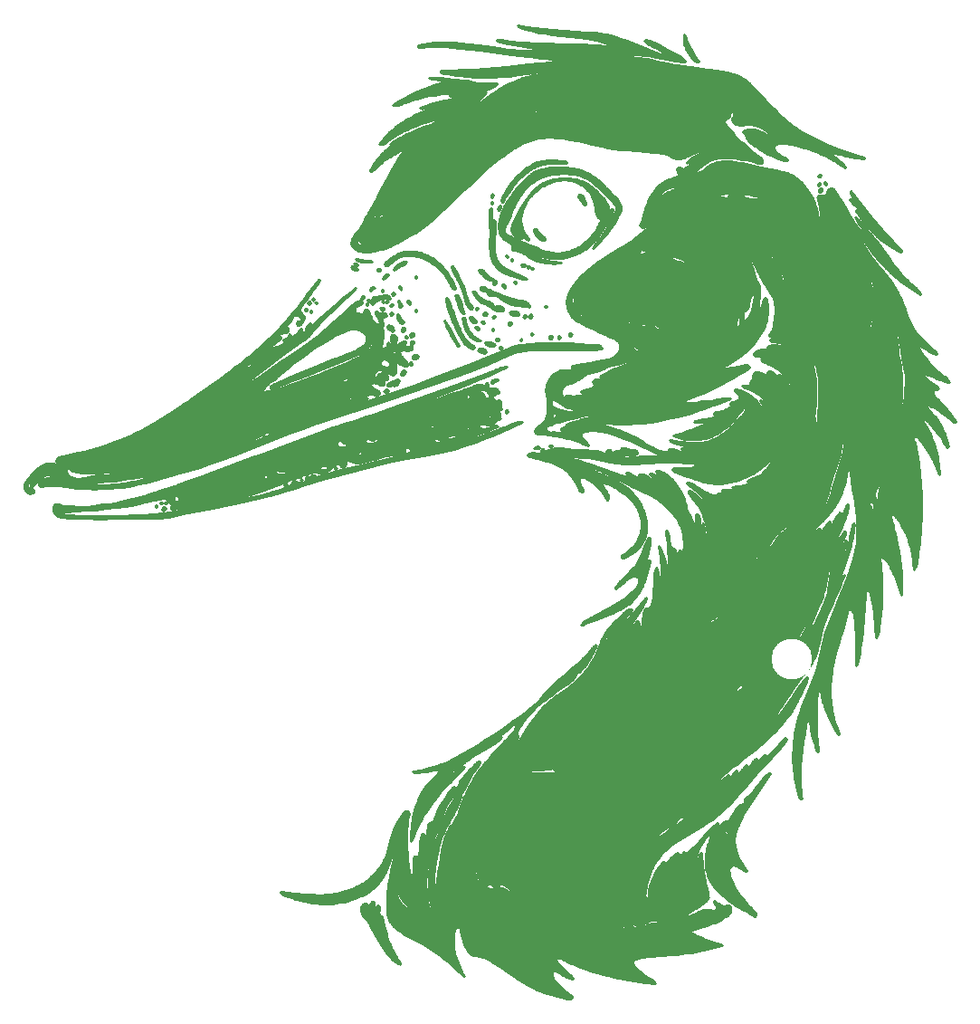
<source format=gbr>
%TF.GenerationSoftware,KiCad,Pcbnew,7.0.7*%
%TF.CreationDate,2023-10-01T20:22:27+02:00*%
%TF.ProjectId,goose_bottom,676f6f73-655f-4626-9f74-746f6d2e6b69,v1.0.0*%
%TF.SameCoordinates,Original*%
%TF.FileFunction,Legend,Bot*%
%TF.FilePolarity,Positive*%
%FSLAX46Y46*%
G04 Gerber Fmt 4.6, Leading zero omitted, Abs format (unit mm)*
G04 Created by KiCad (PCBNEW 7.0.7) date 2023-10-01 20:22:27*
%MOMM*%
%LPD*%
G01*
G04 APERTURE LIST*
%ADD10C,0.221347*%
%ADD11C,3.800000*%
G04 APERTURE END LIST*
D10*
X260781473Y-115026569D02*
X260838291Y-115193995D01*
X260901025Y-115358859D01*
X260969151Y-115521364D01*
X261042150Y-115681713D01*
X261119498Y-115840108D01*
X261200674Y-115996752D01*
X261285156Y-116151848D01*
X261461951Y-116458205D01*
X261645707Y-116760801D01*
X262017408Y-117361194D01*
X261997258Y-117365546D01*
X261977344Y-117368608D01*
X261957667Y-117370426D01*
X261938227Y-117371048D01*
X261919026Y-117370519D01*
X261900066Y-117368887D01*
X261881348Y-117366197D01*
X261862872Y-117362498D01*
X261844641Y-117357836D01*
X261826655Y-117352257D01*
X261808916Y-117345807D01*
X261791426Y-117338535D01*
X261774185Y-117330486D01*
X261757194Y-117321707D01*
X261740456Y-117312245D01*
X261723971Y-117302147D01*
X261691766Y-117280227D01*
X261660591Y-117256322D01*
X261630455Y-117230806D01*
X261601368Y-117204051D01*
X261573342Y-117176431D01*
X261546387Y-117148321D01*
X261495729Y-117092121D01*
X261391724Y-116980835D01*
X261292650Y-116863767D01*
X261199057Y-116741344D01*
X261111494Y-116613993D01*
X261030510Y-116482138D01*
X260956655Y-116346206D01*
X260890479Y-116206623D01*
X260832531Y-116063816D01*
X260783360Y-115918209D01*
X260743516Y-115770230D01*
X260713549Y-115620303D01*
X260694007Y-115468856D01*
X260685441Y-115316314D01*
X260688400Y-115163103D01*
X260703434Y-115009649D01*
X260731092Y-114856378D01*
X260781473Y-115026569D01*
G36*
X260781473Y-115026569D02*
G01*
X260838291Y-115193995D01*
X260901025Y-115358859D01*
X260969151Y-115521364D01*
X261042150Y-115681713D01*
X261119498Y-115840108D01*
X261200674Y-115996752D01*
X261285156Y-116151848D01*
X261461951Y-116458205D01*
X261645707Y-116760801D01*
X262017408Y-117361194D01*
X261997258Y-117365546D01*
X261977344Y-117368608D01*
X261957667Y-117370426D01*
X261938227Y-117371048D01*
X261919026Y-117370519D01*
X261900066Y-117368887D01*
X261881348Y-117366197D01*
X261862872Y-117362498D01*
X261844641Y-117357836D01*
X261826655Y-117352257D01*
X261808916Y-117345807D01*
X261791426Y-117338535D01*
X261774185Y-117330486D01*
X261757194Y-117321707D01*
X261740456Y-117312245D01*
X261723971Y-117302147D01*
X261691766Y-117280227D01*
X261660591Y-117256322D01*
X261630455Y-117230806D01*
X261601368Y-117204051D01*
X261573342Y-117176431D01*
X261546387Y-117148321D01*
X261495729Y-117092121D01*
X261391724Y-116980835D01*
X261292650Y-116863767D01*
X261199057Y-116741344D01*
X261111494Y-116613993D01*
X261030510Y-116482138D01*
X260956655Y-116346206D01*
X260890479Y-116206623D01*
X260832531Y-116063816D01*
X260783360Y-115918209D01*
X260743516Y-115770230D01*
X260713549Y-115620303D01*
X260694007Y-115468856D01*
X260685441Y-115316314D01*
X260688400Y-115163103D01*
X260703434Y-115009649D01*
X260731092Y-114856378D01*
X260781473Y-115026569D01*
G37*
X273389103Y-127955158D02*
X273401772Y-127958601D01*
X273414367Y-127964991D01*
X273426772Y-127974552D01*
X273438872Y-127987507D01*
X273450553Y-128004081D01*
X273461698Y-128024498D01*
X273472192Y-128048980D01*
X273462831Y-128065283D01*
X273453606Y-128081807D01*
X273444243Y-128098306D01*
X273439425Y-128106470D01*
X273434471Y-128114535D01*
X273429347Y-128122472D01*
X273424018Y-128130249D01*
X273418451Y-128137836D01*
X273412611Y-128145202D01*
X273406466Y-128152317D01*
X273399979Y-128159149D01*
X273393119Y-128165669D01*
X273385850Y-128171846D01*
X273362868Y-128174390D01*
X273342696Y-128174283D01*
X273325220Y-128171749D01*
X273310324Y-128167012D01*
X273297892Y-128160296D01*
X273287809Y-128151824D01*
X273279960Y-128141821D01*
X273274229Y-128130511D01*
X273270501Y-128118117D01*
X273268661Y-128104863D01*
X273268593Y-128090974D01*
X273270181Y-128076673D01*
X273273311Y-128062184D01*
X273277867Y-128047731D01*
X273283734Y-128033537D01*
X273290796Y-128019828D01*
X273298938Y-128006826D01*
X273308045Y-127994756D01*
X273318000Y-127983841D01*
X273328690Y-127974306D01*
X273339997Y-127966374D01*
X273351808Y-127960269D01*
X273364006Y-127956216D01*
X273376476Y-127954437D01*
X273389103Y-127955158D01*
G36*
X273389103Y-127955158D02*
G01*
X273401772Y-127958601D01*
X273414367Y-127964991D01*
X273426772Y-127974552D01*
X273438872Y-127987507D01*
X273450553Y-128004081D01*
X273461698Y-128024498D01*
X273472192Y-128048980D01*
X273462831Y-128065283D01*
X273453606Y-128081807D01*
X273444243Y-128098306D01*
X273439425Y-128106470D01*
X273434471Y-128114535D01*
X273429347Y-128122472D01*
X273424018Y-128130249D01*
X273418451Y-128137836D01*
X273412611Y-128145202D01*
X273406466Y-128152317D01*
X273399979Y-128159149D01*
X273393119Y-128165669D01*
X273385850Y-128171846D01*
X273362868Y-128174390D01*
X273342696Y-128174283D01*
X273325220Y-128171749D01*
X273310324Y-128167012D01*
X273297892Y-128160296D01*
X273287809Y-128151824D01*
X273279960Y-128141821D01*
X273274229Y-128130511D01*
X273270501Y-128118117D01*
X273268661Y-128104863D01*
X273268593Y-128090974D01*
X273270181Y-128076673D01*
X273273311Y-128062184D01*
X273277867Y-128047731D01*
X273283734Y-128033537D01*
X273290796Y-128019828D01*
X273298938Y-128006826D01*
X273308045Y-127994756D01*
X273318000Y-127983841D01*
X273328690Y-127974306D01*
X273339997Y-127966374D01*
X273351808Y-127960269D01*
X273364006Y-127956216D01*
X273376476Y-127954437D01*
X273389103Y-127955158D01*
G37*
X273843211Y-128683723D02*
X273850603Y-128684954D01*
X273858460Y-128686803D01*
X273875220Y-128692273D01*
X273892786Y-128699960D01*
X273910452Y-128709695D01*
X273919103Y-128715276D01*
X273927513Y-128721306D01*
X273935595Y-128727762D01*
X273943262Y-128734622D01*
X273950424Y-128741867D01*
X273956994Y-128749474D01*
X273962883Y-128757422D01*
X273968003Y-128765689D01*
X273978881Y-128783290D01*
X273988108Y-128799263D01*
X273995757Y-128813658D01*
X274001901Y-128826524D01*
X274006613Y-128837909D01*
X274009967Y-128847864D01*
X274012035Y-128856437D01*
X274012892Y-128863678D01*
X274012611Y-128869635D01*
X274011264Y-128874358D01*
X274008924Y-128877896D01*
X274005666Y-128880298D01*
X274001562Y-128881614D01*
X273996686Y-128881893D01*
X273991111Y-128881183D01*
X273984909Y-128879534D01*
X273978155Y-128876995D01*
X273970921Y-128873616D01*
X273963281Y-128869445D01*
X273955308Y-128864532D01*
X273938656Y-128852676D01*
X273921551Y-128838440D01*
X273904578Y-128822219D01*
X273888324Y-128804407D01*
X273880649Y-128795026D01*
X273873374Y-128785395D01*
X273866571Y-128775563D01*
X273860314Y-128765579D01*
X273848252Y-128754008D01*
X273838067Y-128743398D01*
X273829671Y-128733727D01*
X273822977Y-128724973D01*
X273817895Y-128717116D01*
X273814337Y-128710133D01*
X273812217Y-128704004D01*
X273811444Y-128698706D01*
X273811931Y-128694220D01*
X273813590Y-128690523D01*
X273816333Y-128687594D01*
X273820071Y-128685412D01*
X273824716Y-128683955D01*
X273830179Y-128683202D01*
X273836374Y-128683132D01*
X273843211Y-128683723D01*
G36*
X273843211Y-128683723D02*
G01*
X273850603Y-128684954D01*
X273858460Y-128686803D01*
X273875220Y-128692273D01*
X273892786Y-128699960D01*
X273910452Y-128709695D01*
X273919103Y-128715276D01*
X273927513Y-128721306D01*
X273935595Y-128727762D01*
X273943262Y-128734622D01*
X273950424Y-128741867D01*
X273956994Y-128749474D01*
X273962883Y-128757422D01*
X273968003Y-128765689D01*
X273978881Y-128783290D01*
X273988108Y-128799263D01*
X273995757Y-128813658D01*
X274001901Y-128826524D01*
X274006613Y-128837909D01*
X274009967Y-128847864D01*
X274012035Y-128856437D01*
X274012892Y-128863678D01*
X274012611Y-128869635D01*
X274011264Y-128874358D01*
X274008924Y-128877896D01*
X274005666Y-128880298D01*
X274001562Y-128881614D01*
X273996686Y-128881893D01*
X273991111Y-128881183D01*
X273984909Y-128879534D01*
X273978155Y-128876995D01*
X273970921Y-128873616D01*
X273963281Y-128869445D01*
X273955308Y-128864532D01*
X273938656Y-128852676D01*
X273921551Y-128838440D01*
X273904578Y-128822219D01*
X273888324Y-128804407D01*
X273880649Y-128795026D01*
X273873374Y-128785395D01*
X273866571Y-128775563D01*
X273860314Y-128765579D01*
X273848252Y-128754008D01*
X273838067Y-128743398D01*
X273829671Y-128733727D01*
X273822977Y-128724973D01*
X273817895Y-128717116D01*
X273814337Y-128710133D01*
X273812217Y-128704004D01*
X273811444Y-128698706D01*
X273811931Y-128694220D01*
X273813590Y-128690523D01*
X273816333Y-128687594D01*
X273820071Y-128685412D01*
X273824716Y-128683955D01*
X273830179Y-128683202D01*
X273836374Y-128683132D01*
X273843211Y-128683723D01*
G37*
X273351038Y-128764828D02*
X273363017Y-128768053D01*
X273374257Y-128773480D01*
X273384575Y-128781258D01*
X273393787Y-128791534D01*
X273401710Y-128804456D01*
X273408161Y-128820173D01*
X273412957Y-128838832D01*
X273415914Y-128860582D01*
X273416848Y-128885570D01*
X273387869Y-128907064D01*
X273373197Y-128917749D01*
X273365760Y-128922940D01*
X273358234Y-128927977D01*
X273350605Y-128932822D01*
X273342855Y-128937436D01*
X273334970Y-128941779D01*
X273326933Y-128945814D01*
X273318729Y-128949500D01*
X273310342Y-128952800D01*
X273301755Y-128955673D01*
X273292955Y-128958082D01*
X273271360Y-128951503D01*
X273253240Y-128943722D01*
X273238413Y-128934888D01*
X273226694Y-128925147D01*
X273217902Y-128914649D01*
X273211852Y-128903541D01*
X273208361Y-128891972D01*
X273207247Y-128880088D01*
X273208325Y-128868039D01*
X273211412Y-128855972D01*
X273216326Y-128844035D01*
X273222883Y-128832377D01*
X273230899Y-128821145D01*
X273240192Y-128810487D01*
X273250579Y-128800551D01*
X273261875Y-128791485D01*
X273273898Y-128783438D01*
X273286465Y-128776557D01*
X273299392Y-128770991D01*
X273312496Y-128766887D01*
X273325594Y-128764393D01*
X273338502Y-128763657D01*
X273351038Y-128764828D01*
G36*
X273351038Y-128764828D02*
G01*
X273363017Y-128768053D01*
X273374257Y-128773480D01*
X273384575Y-128781258D01*
X273393787Y-128791534D01*
X273401710Y-128804456D01*
X273408161Y-128820173D01*
X273412957Y-128838832D01*
X273415914Y-128860582D01*
X273416848Y-128885570D01*
X273387869Y-128907064D01*
X273373197Y-128917749D01*
X273365760Y-128922940D01*
X273358234Y-128927977D01*
X273350605Y-128932822D01*
X273342855Y-128937436D01*
X273334970Y-128941779D01*
X273326933Y-128945814D01*
X273318729Y-128949500D01*
X273310342Y-128952800D01*
X273301755Y-128955673D01*
X273292955Y-128958082D01*
X273271360Y-128951503D01*
X273253240Y-128943722D01*
X273238413Y-128934888D01*
X273226694Y-128925147D01*
X273217902Y-128914649D01*
X273211852Y-128903541D01*
X273208361Y-128891972D01*
X273207247Y-128880088D01*
X273208325Y-128868039D01*
X273211412Y-128855972D01*
X273216326Y-128844035D01*
X273222883Y-128832377D01*
X273230899Y-128821145D01*
X273240192Y-128810487D01*
X273250579Y-128800551D01*
X273261875Y-128791485D01*
X273273898Y-128783438D01*
X273286465Y-128776557D01*
X273299392Y-128770991D01*
X273312496Y-128766887D01*
X273325594Y-128764393D01*
X273338502Y-128763657D01*
X273351038Y-128764828D01*
G37*
X273519458Y-129234390D02*
X273529336Y-129237587D01*
X273538445Y-129242363D01*
X273546765Y-129248598D01*
X273554274Y-129256175D01*
X273560953Y-129264973D01*
X273566781Y-129274876D01*
X273571737Y-129285765D01*
X273575803Y-129297520D01*
X273578956Y-129310023D01*
X273581178Y-129323156D01*
X273582447Y-129336800D01*
X273582743Y-129350837D01*
X273582046Y-129365147D01*
X273580336Y-129379612D01*
X273577591Y-129394114D01*
X273573793Y-129408535D01*
X273568920Y-129422754D01*
X273562952Y-129436655D01*
X273555868Y-129450118D01*
X273547650Y-129463024D01*
X273538275Y-129475256D01*
X273527724Y-129486694D01*
X273515977Y-129497220D01*
X273487754Y-129512340D01*
X273461565Y-129524884D01*
X273437364Y-129534972D01*
X273415107Y-129542725D01*
X273394749Y-129548261D01*
X273376246Y-129551699D01*
X273359552Y-129553159D01*
X273344623Y-129552761D01*
X273331414Y-129550625D01*
X273319880Y-129546868D01*
X273309976Y-129541611D01*
X273301658Y-129534974D01*
X273294881Y-129527075D01*
X273289600Y-129518035D01*
X273285770Y-129507972D01*
X273283346Y-129497006D01*
X273282284Y-129485257D01*
X273282539Y-129472843D01*
X273284066Y-129459885D01*
X273286820Y-129446502D01*
X273290756Y-129432813D01*
X273295830Y-129418937D01*
X273301997Y-129404995D01*
X273309212Y-129391105D01*
X273317430Y-129377387D01*
X273326607Y-129363961D01*
X273336697Y-129350945D01*
X273347656Y-129338459D01*
X273359439Y-129326624D01*
X273372002Y-129315557D01*
X273385299Y-129305379D01*
X273399285Y-129296209D01*
X273415173Y-129279864D01*
X273430474Y-129266165D01*
X273445169Y-129254994D01*
X273459237Y-129246230D01*
X273472657Y-129239757D01*
X273485410Y-129235455D01*
X273497474Y-129233205D01*
X273508831Y-129232890D01*
X273519458Y-129234390D01*
G36*
X273519458Y-129234390D02*
G01*
X273529336Y-129237587D01*
X273538445Y-129242363D01*
X273546765Y-129248598D01*
X273554274Y-129256175D01*
X273560953Y-129264973D01*
X273566781Y-129274876D01*
X273571737Y-129285765D01*
X273575803Y-129297520D01*
X273578956Y-129310023D01*
X273581178Y-129323156D01*
X273582447Y-129336800D01*
X273582743Y-129350837D01*
X273582046Y-129365147D01*
X273580336Y-129379612D01*
X273577591Y-129394114D01*
X273573793Y-129408535D01*
X273568920Y-129422754D01*
X273562952Y-129436655D01*
X273555868Y-129450118D01*
X273547650Y-129463024D01*
X273538275Y-129475256D01*
X273527724Y-129486694D01*
X273515977Y-129497220D01*
X273487754Y-129512340D01*
X273461565Y-129524884D01*
X273437364Y-129534972D01*
X273415107Y-129542725D01*
X273394749Y-129548261D01*
X273376246Y-129551699D01*
X273359552Y-129553159D01*
X273344623Y-129552761D01*
X273331414Y-129550625D01*
X273319880Y-129546868D01*
X273309976Y-129541611D01*
X273301658Y-129534974D01*
X273294881Y-129527075D01*
X273289600Y-129518035D01*
X273285770Y-129507972D01*
X273283346Y-129497006D01*
X273282284Y-129485257D01*
X273282539Y-129472843D01*
X273284066Y-129459885D01*
X273286820Y-129446502D01*
X273290756Y-129432813D01*
X273295830Y-129418937D01*
X273301997Y-129404995D01*
X273309212Y-129391105D01*
X273317430Y-129377387D01*
X273326607Y-129363961D01*
X273336697Y-129350945D01*
X273347656Y-129338459D01*
X273359439Y-129326624D01*
X273372002Y-129315557D01*
X273385299Y-129305379D01*
X273399285Y-129296209D01*
X273415173Y-129279864D01*
X273430474Y-129266165D01*
X273445169Y-129254994D01*
X273459237Y-129246230D01*
X273472657Y-129239757D01*
X273485410Y-129235455D01*
X273497474Y-129233205D01*
X273508831Y-129232890D01*
X273519458Y-129234390D01*
G37*
X242774631Y-129775143D02*
X242779250Y-129777266D01*
X242783452Y-129780666D01*
X242787221Y-129785254D01*
X242790546Y-129790942D01*
X242793412Y-129797642D01*
X242795806Y-129805266D01*
X242797714Y-129813725D01*
X242800021Y-129832796D01*
X242800225Y-129854148D01*
X242798219Y-129877077D01*
X242793894Y-129900876D01*
X242787143Y-129924839D01*
X242782825Y-129936661D01*
X242777860Y-129948259D01*
X242772234Y-129959546D01*
X242765935Y-129970432D01*
X242765931Y-129970432D01*
X242741693Y-130012985D01*
X242732135Y-130033983D01*
X242723130Y-130051927D01*
X242714676Y-130066955D01*
X242706770Y-130079207D01*
X242699411Y-130088822D01*
X242692597Y-130095941D01*
X242686326Y-130100701D01*
X242680595Y-130103243D01*
X242675403Y-130103706D01*
X242670747Y-130102230D01*
X242666627Y-130098953D01*
X242663039Y-130094016D01*
X242659981Y-130087558D01*
X242657453Y-130079718D01*
X242653974Y-130060451D01*
X242652585Y-130037331D01*
X242653271Y-130011472D01*
X242656016Y-129983990D01*
X242660804Y-129956001D01*
X242667618Y-129928621D01*
X242676442Y-129902964D01*
X242681603Y-129891130D01*
X242687261Y-129880146D01*
X242693414Y-129870151D01*
X242700059Y-129861284D01*
X242708392Y-129843539D01*
X242716454Y-129828042D01*
X242724232Y-129814705D01*
X242731714Y-129803438D01*
X242738884Y-129794154D01*
X242745731Y-129786764D01*
X242752240Y-129781181D01*
X242758397Y-129777315D01*
X242764191Y-129775079D01*
X242769607Y-129774384D01*
X242774631Y-129775143D01*
G36*
X242774631Y-129775143D02*
G01*
X242779250Y-129777266D01*
X242783452Y-129780666D01*
X242787221Y-129785254D01*
X242790546Y-129790942D01*
X242793412Y-129797642D01*
X242795806Y-129805266D01*
X242797714Y-129813725D01*
X242800021Y-129832796D01*
X242800225Y-129854148D01*
X242798219Y-129877077D01*
X242793894Y-129900876D01*
X242787143Y-129924839D01*
X242782825Y-129936661D01*
X242777860Y-129948259D01*
X242772234Y-129959546D01*
X242765935Y-129970432D01*
X242765931Y-129970432D01*
X242741693Y-130012985D01*
X242732135Y-130033983D01*
X242723130Y-130051927D01*
X242714676Y-130066955D01*
X242706770Y-130079207D01*
X242699411Y-130088822D01*
X242692597Y-130095941D01*
X242686326Y-130100701D01*
X242680595Y-130103243D01*
X242675403Y-130103706D01*
X242670747Y-130102230D01*
X242666627Y-130098953D01*
X242663039Y-130094016D01*
X242659981Y-130087558D01*
X242657453Y-130079718D01*
X242653974Y-130060451D01*
X242652585Y-130037331D01*
X242653271Y-130011472D01*
X242656016Y-129983990D01*
X242660804Y-129956001D01*
X242667618Y-129928621D01*
X242676442Y-129902964D01*
X242681603Y-129891130D01*
X242687261Y-129880146D01*
X242693414Y-129870151D01*
X242700059Y-129861284D01*
X242708392Y-129843539D01*
X242716454Y-129828042D01*
X242724232Y-129814705D01*
X242731714Y-129803438D01*
X242738884Y-129794154D01*
X242745731Y-129786764D01*
X242752240Y-129781181D01*
X242758397Y-129777315D01*
X242764191Y-129775079D01*
X242769607Y-129774384D01*
X242774631Y-129775143D01*
G37*
X248559971Y-126630621D02*
X248804012Y-126645031D01*
X249047339Y-126667411D01*
X249289601Y-126697591D01*
X249301329Y-126701946D01*
X249314182Y-126705833D01*
X249342869Y-126712381D01*
X249374866Y-126717595D01*
X249409379Y-126721836D01*
X249556686Y-126736270D01*
X249591849Y-126741048D01*
X249624757Y-126747014D01*
X249654614Y-126754529D01*
X249668150Y-126758980D01*
X249680626Y-126763953D01*
X249691940Y-126769493D01*
X249701996Y-126775645D01*
X249710692Y-126782455D01*
X249717929Y-126789968D01*
X249723609Y-126798227D01*
X249727631Y-126807279D01*
X249729896Y-126817169D01*
X249730306Y-126827941D01*
X249649530Y-126849153D01*
X249568212Y-126866152D01*
X249486411Y-126879334D01*
X249404186Y-126889095D01*
X249321594Y-126895830D01*
X249238696Y-126899934D01*
X249155551Y-126901803D01*
X249072216Y-126901832D01*
X248905214Y-126897953D01*
X248738164Y-126891459D01*
X248571534Y-126885516D01*
X248405797Y-126883285D01*
X248284368Y-126877984D01*
X248162899Y-126877115D01*
X248041531Y-126880639D01*
X247920405Y-126888518D01*
X247799661Y-126900714D01*
X247679440Y-126917187D01*
X247559884Y-126937901D01*
X247441133Y-126962816D01*
X247323327Y-126991895D01*
X247206609Y-127025098D01*
X247091118Y-127062387D01*
X246976995Y-127103725D01*
X246864382Y-127149072D01*
X246753419Y-127198390D01*
X246644247Y-127251642D01*
X246537007Y-127308788D01*
X246343119Y-127421485D01*
X246155850Y-127542875D01*
X245974949Y-127672411D01*
X245800166Y-127809548D01*
X245631251Y-127953742D01*
X245467954Y-128104447D01*
X245310023Y-128261118D01*
X245157210Y-128423211D01*
X245009263Y-128590179D01*
X244865933Y-128761479D01*
X244726968Y-128936566D01*
X244592119Y-129114893D01*
X244461135Y-129295916D01*
X244333766Y-129479089D01*
X244088872Y-129849710D01*
X244073252Y-129866801D01*
X244058288Y-129884381D01*
X244043941Y-129902417D01*
X244030176Y-129920874D01*
X244016954Y-129939718D01*
X244004238Y-129958915D01*
X243991992Y-129978431D01*
X243980179Y-129998232D01*
X243957701Y-130038554D01*
X243936506Y-130079609D01*
X243916300Y-130121124D01*
X243896783Y-130162828D01*
X243890645Y-130171133D01*
X243884401Y-130181107D01*
X243871588Y-130205413D01*
X243858325Y-130234447D01*
X243844589Y-130266910D01*
X243815625Y-130336926D01*
X243800356Y-130371881D01*
X243784535Y-130405067D01*
X243768142Y-130435187D01*
X243759725Y-130448691D01*
X243751158Y-130460941D01*
X243742437Y-130471775D01*
X243733562Y-130481030D01*
X243724528Y-130488544D01*
X243715333Y-130494154D01*
X243705976Y-130497699D01*
X243696453Y-130499015D01*
X243686762Y-130497941D01*
X243676900Y-130494314D01*
X243666865Y-130487971D01*
X243656655Y-130478750D01*
X243646266Y-130466490D01*
X243635697Y-130451026D01*
X243632205Y-130429553D01*
X243629659Y-130408115D01*
X243628023Y-130386715D01*
X243627261Y-130365357D01*
X243628213Y-130322775D01*
X243632222Y-130280394D01*
X243638998Y-130238238D01*
X243648248Y-130196331D01*
X243659682Y-130154696D01*
X243673008Y-130113359D01*
X243687935Y-130072343D01*
X243704171Y-130031672D01*
X243739404Y-129951461D01*
X243812760Y-129796241D01*
X243904867Y-129641527D01*
X243998573Y-129487535D01*
X244094428Y-129334775D01*
X244192981Y-129183757D01*
X244294781Y-129034990D01*
X244400378Y-128888983D01*
X244510320Y-128746247D01*
X244567093Y-128676265D01*
X244625157Y-128607292D01*
X244906061Y-128294309D01*
X245052082Y-128141193D01*
X245201961Y-127991232D01*
X245355807Y-127845100D01*
X245513732Y-127703476D01*
X245675844Y-127567036D01*
X245842252Y-127436457D01*
X246013067Y-127312416D01*
X246188398Y-127195590D01*
X246368355Y-127086655D01*
X246553046Y-126986290D01*
X246742582Y-126895169D01*
X246937073Y-126813972D01*
X247136627Y-126743374D01*
X247341355Y-126684052D01*
X247583697Y-126656070D01*
X247827080Y-126636905D01*
X248071154Y-126626389D01*
X248315569Y-126624351D01*
X248559971Y-126630621D01*
G36*
X248559971Y-126630621D02*
G01*
X248804012Y-126645031D01*
X249047339Y-126667411D01*
X249289601Y-126697591D01*
X249301329Y-126701946D01*
X249314182Y-126705833D01*
X249342869Y-126712381D01*
X249374866Y-126717595D01*
X249409379Y-126721836D01*
X249556686Y-126736270D01*
X249591849Y-126741048D01*
X249624757Y-126747014D01*
X249654614Y-126754529D01*
X249668150Y-126758980D01*
X249680626Y-126763953D01*
X249691940Y-126769493D01*
X249701996Y-126775645D01*
X249710692Y-126782455D01*
X249717929Y-126789968D01*
X249723609Y-126798227D01*
X249727631Y-126807279D01*
X249729896Y-126817169D01*
X249730306Y-126827941D01*
X249649530Y-126849153D01*
X249568212Y-126866152D01*
X249486411Y-126879334D01*
X249404186Y-126889095D01*
X249321594Y-126895830D01*
X249238696Y-126899934D01*
X249155551Y-126901803D01*
X249072216Y-126901832D01*
X248905214Y-126897953D01*
X248738164Y-126891459D01*
X248571534Y-126885516D01*
X248405797Y-126883285D01*
X248284368Y-126877984D01*
X248162899Y-126877115D01*
X248041531Y-126880639D01*
X247920405Y-126888518D01*
X247799661Y-126900714D01*
X247679440Y-126917187D01*
X247559884Y-126937901D01*
X247441133Y-126962816D01*
X247323327Y-126991895D01*
X247206609Y-127025098D01*
X247091118Y-127062387D01*
X246976995Y-127103725D01*
X246864382Y-127149072D01*
X246753419Y-127198390D01*
X246644247Y-127251642D01*
X246537007Y-127308788D01*
X246343119Y-127421485D01*
X246155850Y-127542875D01*
X245974949Y-127672411D01*
X245800166Y-127809548D01*
X245631251Y-127953742D01*
X245467954Y-128104447D01*
X245310023Y-128261118D01*
X245157210Y-128423211D01*
X245009263Y-128590179D01*
X244865933Y-128761479D01*
X244726968Y-128936566D01*
X244592119Y-129114893D01*
X244461135Y-129295916D01*
X244333766Y-129479089D01*
X244088872Y-129849710D01*
X244073252Y-129866801D01*
X244058288Y-129884381D01*
X244043941Y-129902417D01*
X244030176Y-129920874D01*
X244016954Y-129939718D01*
X244004238Y-129958915D01*
X243991992Y-129978431D01*
X243980179Y-129998232D01*
X243957701Y-130038554D01*
X243936506Y-130079609D01*
X243916300Y-130121124D01*
X243896783Y-130162828D01*
X243890645Y-130171133D01*
X243884401Y-130181107D01*
X243871588Y-130205413D01*
X243858325Y-130234447D01*
X243844589Y-130266910D01*
X243815625Y-130336926D01*
X243800356Y-130371881D01*
X243784535Y-130405067D01*
X243768142Y-130435187D01*
X243759725Y-130448691D01*
X243751158Y-130460941D01*
X243742437Y-130471775D01*
X243733562Y-130481030D01*
X243724528Y-130488544D01*
X243715333Y-130494154D01*
X243705976Y-130497699D01*
X243696453Y-130499015D01*
X243686762Y-130497941D01*
X243676900Y-130494314D01*
X243666865Y-130487971D01*
X243656655Y-130478750D01*
X243646266Y-130466490D01*
X243635697Y-130451026D01*
X243632205Y-130429553D01*
X243629659Y-130408115D01*
X243628023Y-130386715D01*
X243627261Y-130365357D01*
X243628213Y-130322775D01*
X243632222Y-130280394D01*
X243638998Y-130238238D01*
X243648248Y-130196331D01*
X243659682Y-130154696D01*
X243673008Y-130113359D01*
X243687935Y-130072343D01*
X243704171Y-130031672D01*
X243739404Y-129951461D01*
X243812760Y-129796241D01*
X243904867Y-129641527D01*
X243998573Y-129487535D01*
X244094428Y-129334775D01*
X244192981Y-129183757D01*
X244294781Y-129034990D01*
X244400378Y-128888983D01*
X244510320Y-128746247D01*
X244567093Y-128676265D01*
X244625157Y-128607292D01*
X244906061Y-128294309D01*
X245052082Y-128141193D01*
X245201961Y-127991232D01*
X245355807Y-127845100D01*
X245513732Y-127703476D01*
X245675844Y-127567036D01*
X245842252Y-127436457D01*
X246013067Y-127312416D01*
X246188398Y-127195590D01*
X246368355Y-127086655D01*
X246553046Y-126986290D01*
X246742582Y-126895169D01*
X246937073Y-126813972D01*
X247136627Y-126743374D01*
X247341355Y-126684052D01*
X247583697Y-126656070D01*
X247827080Y-126636905D01*
X248071154Y-126626389D01*
X248315569Y-126624351D01*
X248559971Y-126630621D01*
G37*
X242680395Y-130476722D02*
X242688586Y-130478795D01*
X242697254Y-130482255D01*
X242706373Y-130487180D01*
X242715919Y-130493646D01*
X242725867Y-130501732D01*
X242736192Y-130511514D01*
X242746869Y-130523070D01*
X242757875Y-130536477D01*
X242760989Y-130542414D01*
X242763832Y-130548846D01*
X242766396Y-130555706D01*
X242768677Y-130562928D01*
X242770666Y-130570445D01*
X242772359Y-130578191D01*
X242773748Y-130586099D01*
X242774827Y-130594103D01*
X242775589Y-130602137D01*
X242776029Y-130610134D01*
X242776140Y-130618026D01*
X242775915Y-130625749D01*
X242775348Y-130633235D01*
X242774433Y-130640418D01*
X242773164Y-130647232D01*
X242771533Y-130653609D01*
X242769535Y-130659484D01*
X242767163Y-130664789D01*
X242764411Y-130669459D01*
X242761272Y-130673427D01*
X242757740Y-130676626D01*
X242753809Y-130678991D01*
X242749471Y-130680453D01*
X242744722Y-130680948D01*
X242739554Y-130680407D01*
X242733961Y-130678766D01*
X242727937Y-130675957D01*
X242721475Y-130671914D01*
X242714569Y-130666571D01*
X242707212Y-130659860D01*
X242699398Y-130651716D01*
X242691121Y-130642072D01*
X242680448Y-130634052D01*
X242670846Y-130625562D01*
X242662289Y-130616682D01*
X242654755Y-130607487D01*
X242648216Y-130598055D01*
X242642650Y-130588464D01*
X242638031Y-130578791D01*
X242634334Y-130569113D01*
X242631534Y-130559508D01*
X242629607Y-130550053D01*
X242628528Y-130540825D01*
X242628273Y-130531901D01*
X242628816Y-130523359D01*
X242630132Y-130515277D01*
X242632197Y-130507731D01*
X242634986Y-130500799D01*
X242638475Y-130494558D01*
X242642638Y-130489086D01*
X242647451Y-130484460D01*
X242652889Y-130480756D01*
X242658927Y-130478054D01*
X242665541Y-130476429D01*
X242672705Y-130475959D01*
X242680395Y-130476722D01*
G36*
X242680395Y-130476722D02*
G01*
X242688586Y-130478795D01*
X242697254Y-130482255D01*
X242706373Y-130487180D01*
X242715919Y-130493646D01*
X242725867Y-130501732D01*
X242736192Y-130511514D01*
X242746869Y-130523070D01*
X242757875Y-130536477D01*
X242760989Y-130542414D01*
X242763832Y-130548846D01*
X242766396Y-130555706D01*
X242768677Y-130562928D01*
X242770666Y-130570445D01*
X242772359Y-130578191D01*
X242773748Y-130586099D01*
X242774827Y-130594103D01*
X242775589Y-130602137D01*
X242776029Y-130610134D01*
X242776140Y-130618026D01*
X242775915Y-130625749D01*
X242775348Y-130633235D01*
X242774433Y-130640418D01*
X242773164Y-130647232D01*
X242771533Y-130653609D01*
X242769535Y-130659484D01*
X242767163Y-130664789D01*
X242764411Y-130669459D01*
X242761272Y-130673427D01*
X242757740Y-130676626D01*
X242753809Y-130678991D01*
X242749471Y-130680453D01*
X242744722Y-130680948D01*
X242739554Y-130680407D01*
X242733961Y-130678766D01*
X242727937Y-130675957D01*
X242721475Y-130671914D01*
X242714569Y-130666571D01*
X242707212Y-130659860D01*
X242699398Y-130651716D01*
X242691121Y-130642072D01*
X242680448Y-130634052D01*
X242670846Y-130625562D01*
X242662289Y-130616682D01*
X242654755Y-130607487D01*
X242648216Y-130598055D01*
X242642650Y-130588464D01*
X242638031Y-130578791D01*
X242634334Y-130569113D01*
X242631534Y-130559508D01*
X242629607Y-130550053D01*
X242628528Y-130540825D01*
X242628273Y-130531901D01*
X242628816Y-130523359D01*
X242630132Y-130515277D01*
X242632197Y-130507731D01*
X242634986Y-130500799D01*
X242638475Y-130494558D01*
X242642638Y-130489086D01*
X242647451Y-130484460D01*
X242652889Y-130480756D01*
X242658927Y-130478054D01*
X242665541Y-130476429D01*
X242672705Y-130475959D01*
X242680395Y-130476722D01*
G37*
X243522214Y-130900411D02*
X243514424Y-130924486D01*
X243507342Y-130948859D01*
X243500784Y-130973452D01*
X243476160Y-131072502D01*
X243469495Y-131097052D01*
X243462262Y-131121364D01*
X243454279Y-131145363D01*
X243445365Y-131168971D01*
X243435336Y-131192113D01*
X243424011Y-131214711D01*
X243411208Y-131236690D01*
X243396745Y-131257974D01*
X243375994Y-131260220D01*
X243357667Y-131259907D01*
X243341680Y-131257201D01*
X243327953Y-131252266D01*
X243316405Y-131245265D01*
X243306954Y-131236365D01*
X243299519Y-131225729D01*
X243294018Y-131213521D01*
X243290371Y-131199907D01*
X243288495Y-131185050D01*
X243288310Y-131169114D01*
X243289734Y-131152266D01*
X243292686Y-131134668D01*
X243297084Y-131116486D01*
X243302848Y-131097883D01*
X243309896Y-131079025D01*
X243318146Y-131060075D01*
X243327517Y-131041199D01*
X243337928Y-131022560D01*
X243349298Y-131004323D01*
X243361544Y-130986653D01*
X243374587Y-130969714D01*
X243388344Y-130953670D01*
X243402735Y-130938687D01*
X243417677Y-130924927D01*
X243433090Y-130912557D01*
X243448892Y-130901740D01*
X243465001Y-130892640D01*
X243481338Y-130885423D01*
X243497819Y-130880252D01*
X243514365Y-130877292D01*
X243530892Y-130876708D01*
X243522214Y-130900411D01*
G36*
X243522214Y-130900411D02*
G01*
X243514424Y-130924486D01*
X243507342Y-130948859D01*
X243500784Y-130973452D01*
X243476160Y-131072502D01*
X243469495Y-131097052D01*
X243462262Y-131121364D01*
X243454279Y-131145363D01*
X243445365Y-131168971D01*
X243435336Y-131192113D01*
X243424011Y-131214711D01*
X243411208Y-131236690D01*
X243396745Y-131257974D01*
X243375994Y-131260220D01*
X243357667Y-131259907D01*
X243341680Y-131257201D01*
X243327953Y-131252266D01*
X243316405Y-131245265D01*
X243306954Y-131236365D01*
X243299519Y-131225729D01*
X243294018Y-131213521D01*
X243290371Y-131199907D01*
X243288495Y-131185050D01*
X243288310Y-131169114D01*
X243289734Y-131152266D01*
X243292686Y-131134668D01*
X243297084Y-131116486D01*
X243302848Y-131097883D01*
X243309896Y-131079025D01*
X243318146Y-131060075D01*
X243327517Y-131041199D01*
X243337928Y-131022560D01*
X243349298Y-131004323D01*
X243361544Y-130986653D01*
X243374587Y-130969714D01*
X243388344Y-130953670D01*
X243402735Y-130938687D01*
X243417677Y-130924927D01*
X243433090Y-130912557D01*
X243448892Y-130901740D01*
X243465001Y-130892640D01*
X243481338Y-130885423D01*
X243497819Y-130880252D01*
X243514365Y-130877292D01*
X243530892Y-130876708D01*
X243522214Y-130900411D01*
G37*
X277239079Y-130659295D02*
X278175012Y-131858102D01*
X278652414Y-132449705D01*
X279139869Y-133032816D01*
X279640200Y-133604966D01*
X280156228Y-134163686D01*
X280156226Y-134163687D01*
X280156224Y-134163688D01*
X280156223Y-134163689D01*
X280156222Y-134163689D01*
X280156219Y-134163690D01*
X280156218Y-134163690D01*
X280156217Y-134163691D01*
X280156215Y-134163691D01*
X280156213Y-134163692D01*
X280221072Y-134236470D01*
X280287419Y-134307839D01*
X280354943Y-134378093D01*
X280423334Y-134447522D01*
X280699365Y-134722839D01*
X280707215Y-134735624D01*
X280716481Y-134748556D01*
X280727029Y-134761626D01*
X280738725Y-134774826D01*
X280765027Y-134801582D01*
X280794316Y-134828755D01*
X280857570Y-134884078D01*
X280889393Y-134912092D01*
X280919919Y-134940250D01*
X280948077Y-134968484D01*
X280960934Y-134982607D01*
X280972797Y-134996725D01*
X280983533Y-135010826D01*
X280993007Y-135024905D01*
X281001086Y-135038950D01*
X281007636Y-135052956D01*
X281012524Y-135066911D01*
X281015614Y-135080809D01*
X281016774Y-135094641D01*
X281015870Y-135108397D01*
X281012767Y-135122070D01*
X281007332Y-135135651D01*
X280999432Y-135149132D01*
X280988931Y-135162504D01*
X280934608Y-135142823D01*
X280880965Y-135121627D01*
X280827974Y-135098999D01*
X280775613Y-135075024D01*
X280723856Y-135049786D01*
X280672679Y-135023370D01*
X280622056Y-134995860D01*
X280571962Y-134967341D01*
X280473267Y-134907610D01*
X280376393Y-134844854D01*
X280281142Y-134779747D01*
X280187318Y-134712964D01*
X279932384Y-134565517D01*
X279683188Y-134409073D01*
X279439868Y-134243940D01*
X279202565Y-134070422D01*
X278971419Y-133888825D01*
X278746570Y-133699456D01*
X278528158Y-133502619D01*
X278316324Y-133298621D01*
X278111208Y-133087768D01*
X277912948Y-132870365D01*
X277721687Y-132646718D01*
X277537563Y-132417133D01*
X277360716Y-132181916D01*
X277191288Y-131941372D01*
X277029418Y-131695807D01*
X276875245Y-131445527D01*
X276857683Y-131433580D01*
X276842750Y-131421887D01*
X276830309Y-131410429D01*
X276820225Y-131399185D01*
X276812362Y-131388139D01*
X276806583Y-131377270D01*
X276802751Y-131366559D01*
X276800732Y-131355987D01*
X276800388Y-131345535D01*
X276801584Y-131335185D01*
X276804183Y-131324916D01*
X276808049Y-131314711D01*
X276813046Y-131304549D01*
X276819038Y-131294413D01*
X276825889Y-131284282D01*
X276833462Y-131274137D01*
X276850230Y-131253732D01*
X276868254Y-131233044D01*
X276886444Y-131211922D01*
X276903710Y-131190212D01*
X276911656Y-131179089D01*
X276918963Y-131167762D01*
X276925494Y-131156212D01*
X276931114Y-131144419D01*
X276935685Y-131132366D01*
X276939073Y-131120031D01*
X276941140Y-131107398D01*
X276941751Y-131094446D01*
X276927381Y-131066538D01*
X276911910Y-131039536D01*
X276895407Y-131013381D01*
X276877940Y-130988018D01*
X276859576Y-130963389D01*
X276840384Y-130939437D01*
X276799791Y-130893336D01*
X276756704Y-130849260D01*
X276711672Y-130806754D01*
X276665238Y-130765361D01*
X276617950Y-130724627D01*
X276522992Y-130643308D01*
X276476415Y-130601813D01*
X276431167Y-130559152D01*
X276387794Y-130514872D01*
X276346842Y-130468515D01*
X276327445Y-130444415D01*
X276308857Y-130419626D01*
X276291148Y-130394090D01*
X276274385Y-130367750D01*
X276257704Y-130347163D01*
X276244495Y-130329277D01*
X276234571Y-130313916D01*
X276227740Y-130300903D01*
X276223815Y-130290059D01*
X276222606Y-130281210D01*
X276223924Y-130274176D01*
X276227581Y-130268782D01*
X276233387Y-130264851D01*
X276241153Y-130262205D01*
X276250689Y-130260667D01*
X276261808Y-130260061D01*
X276288036Y-130260936D01*
X276318323Y-130263413D01*
X276351158Y-130266077D01*
X276385027Y-130267511D01*
X276418418Y-130266300D01*
X276434462Y-130264260D01*
X276449819Y-130261028D01*
X276464301Y-130256426D01*
X276477718Y-130250278D01*
X276489882Y-130242407D01*
X276500602Y-130232636D01*
X276509691Y-130220788D01*
X276516960Y-130206686D01*
X276522218Y-130190152D01*
X276525277Y-130171010D01*
X276521980Y-130147884D01*
X276516589Y-130124869D01*
X276509292Y-130101958D01*
X276500277Y-130079147D01*
X276489729Y-130056430D01*
X276477837Y-130033799D01*
X276450767Y-129988774D01*
X276326111Y-129810948D01*
X276298336Y-129766817D01*
X276285986Y-129744768D01*
X276274911Y-129722721D01*
X276265296Y-129700671D01*
X276257330Y-129678610D01*
X276251200Y-129656534D01*
X276247092Y-129634437D01*
X276245195Y-129612311D01*
X276245693Y-129590152D01*
X276248776Y-129567953D01*
X276254630Y-129545708D01*
X276263441Y-129523411D01*
X276275398Y-129501056D01*
X276290687Y-129478637D01*
X276309495Y-129456147D01*
X277239079Y-130659295D01*
G36*
X277239079Y-130659295D02*
G01*
X278175012Y-131858102D01*
X278652414Y-132449705D01*
X279139869Y-133032816D01*
X279640200Y-133604966D01*
X280156228Y-134163686D01*
X280156226Y-134163687D01*
X280156224Y-134163688D01*
X280156223Y-134163689D01*
X280156222Y-134163689D01*
X280156219Y-134163690D01*
X280156218Y-134163690D01*
X280156217Y-134163691D01*
X280156215Y-134163691D01*
X280156213Y-134163692D01*
X280221072Y-134236470D01*
X280287419Y-134307839D01*
X280354943Y-134378093D01*
X280423334Y-134447522D01*
X280699365Y-134722839D01*
X280707215Y-134735624D01*
X280716481Y-134748556D01*
X280727029Y-134761626D01*
X280738725Y-134774826D01*
X280765027Y-134801582D01*
X280794316Y-134828755D01*
X280857570Y-134884078D01*
X280889393Y-134912092D01*
X280919919Y-134940250D01*
X280948077Y-134968484D01*
X280960934Y-134982607D01*
X280972797Y-134996725D01*
X280983533Y-135010826D01*
X280993007Y-135024905D01*
X281001086Y-135038950D01*
X281007636Y-135052956D01*
X281012524Y-135066911D01*
X281015614Y-135080809D01*
X281016774Y-135094641D01*
X281015870Y-135108397D01*
X281012767Y-135122070D01*
X281007332Y-135135651D01*
X280999432Y-135149132D01*
X280988931Y-135162504D01*
X280934608Y-135142823D01*
X280880965Y-135121627D01*
X280827974Y-135098999D01*
X280775613Y-135075024D01*
X280723856Y-135049786D01*
X280672679Y-135023370D01*
X280622056Y-134995860D01*
X280571962Y-134967341D01*
X280473267Y-134907610D01*
X280376393Y-134844854D01*
X280281142Y-134779747D01*
X280187318Y-134712964D01*
X279932384Y-134565517D01*
X279683188Y-134409073D01*
X279439868Y-134243940D01*
X279202565Y-134070422D01*
X278971419Y-133888825D01*
X278746570Y-133699456D01*
X278528158Y-133502619D01*
X278316324Y-133298621D01*
X278111208Y-133087768D01*
X277912948Y-132870365D01*
X277721687Y-132646718D01*
X277537563Y-132417133D01*
X277360716Y-132181916D01*
X277191288Y-131941372D01*
X277029418Y-131695807D01*
X276875245Y-131445527D01*
X276857683Y-131433580D01*
X276842750Y-131421887D01*
X276830309Y-131410429D01*
X276820225Y-131399185D01*
X276812362Y-131388139D01*
X276806583Y-131377270D01*
X276802751Y-131366559D01*
X276800732Y-131355987D01*
X276800388Y-131345535D01*
X276801584Y-131335185D01*
X276804183Y-131324916D01*
X276808049Y-131314711D01*
X276813046Y-131304549D01*
X276819038Y-131294413D01*
X276825889Y-131284282D01*
X276833462Y-131274137D01*
X276850230Y-131253732D01*
X276868254Y-131233044D01*
X276886444Y-131211922D01*
X276903710Y-131190212D01*
X276911656Y-131179089D01*
X276918963Y-131167762D01*
X276925494Y-131156212D01*
X276931114Y-131144419D01*
X276935685Y-131132366D01*
X276939073Y-131120031D01*
X276941140Y-131107398D01*
X276941751Y-131094446D01*
X276927381Y-131066538D01*
X276911910Y-131039536D01*
X276895407Y-131013381D01*
X276877940Y-130988018D01*
X276859576Y-130963389D01*
X276840384Y-130939437D01*
X276799791Y-130893336D01*
X276756704Y-130849260D01*
X276711672Y-130806754D01*
X276665238Y-130765361D01*
X276617950Y-130724627D01*
X276522992Y-130643308D01*
X276476415Y-130601813D01*
X276431167Y-130559152D01*
X276387794Y-130514872D01*
X276346842Y-130468515D01*
X276327445Y-130444415D01*
X276308857Y-130419626D01*
X276291148Y-130394090D01*
X276274385Y-130367750D01*
X276257704Y-130347163D01*
X276244495Y-130329277D01*
X276234571Y-130313916D01*
X276227740Y-130300903D01*
X276223815Y-130290059D01*
X276222606Y-130281210D01*
X276223924Y-130274176D01*
X276227581Y-130268782D01*
X276233387Y-130264851D01*
X276241153Y-130262205D01*
X276250689Y-130260667D01*
X276261808Y-130260061D01*
X276288036Y-130260936D01*
X276318323Y-130263413D01*
X276351158Y-130266077D01*
X276385027Y-130267511D01*
X276418418Y-130266300D01*
X276434462Y-130264260D01*
X276449819Y-130261028D01*
X276464301Y-130256426D01*
X276477718Y-130250278D01*
X276489882Y-130242407D01*
X276500602Y-130232636D01*
X276509691Y-130220788D01*
X276516960Y-130206686D01*
X276522218Y-130190152D01*
X276525277Y-130171010D01*
X276521980Y-130147884D01*
X276516589Y-130124869D01*
X276509292Y-130101958D01*
X276500277Y-130079147D01*
X276489729Y-130056430D01*
X276477837Y-130033799D01*
X276450767Y-129988774D01*
X276326111Y-129810948D01*
X276298336Y-129766817D01*
X276285986Y-129744768D01*
X276274911Y-129722721D01*
X276265296Y-129700671D01*
X276257330Y-129678610D01*
X276251200Y-129656534D01*
X276247092Y-129634437D01*
X276245195Y-129612311D01*
X276245693Y-129590152D01*
X276248776Y-129567953D01*
X276254630Y-129545708D01*
X276263441Y-129523411D01*
X276275398Y-129501056D01*
X276290687Y-129478637D01*
X276309495Y-129456147D01*
X277239079Y-130659295D01*
G37*
X244016213Y-135476668D02*
X244023024Y-135477550D01*
X244030601Y-135479225D01*
X244047659Y-135484788D01*
X244066607Y-135493022D01*
X244086666Y-135503593D01*
X244107056Y-135516168D01*
X244126996Y-135530411D01*
X244145708Y-135545990D01*
X244154359Y-135554175D01*
X244162410Y-135562570D01*
X244169764Y-135571130D01*
X244176324Y-135579816D01*
X244191800Y-135605432D01*
X244203620Y-135623989D01*
X244213417Y-135640481D01*
X244221289Y-135654987D01*
X244227335Y-135667587D01*
X244231654Y-135678362D01*
X244234345Y-135687391D01*
X244235506Y-135694754D01*
X244235235Y-135700530D01*
X244233631Y-135704800D01*
X244230794Y-135707644D01*
X244226821Y-135709141D01*
X244221811Y-135709372D01*
X244215863Y-135708416D01*
X244209075Y-135706353D01*
X244201547Y-135703262D01*
X244193376Y-135699225D01*
X244175502Y-135688628D01*
X244156243Y-135675200D01*
X244136386Y-135659581D01*
X244116722Y-135642410D01*
X244098040Y-135624325D01*
X244081128Y-135605966D01*
X244066776Y-135587971D01*
X244060806Y-135579310D01*
X244055772Y-135570979D01*
X244041637Y-135556373D01*
X244029632Y-135543145D01*
X244019660Y-135531253D01*
X244011622Y-135520655D01*
X244005421Y-135511309D01*
X244000961Y-135503174D01*
X243998143Y-135496208D01*
X243996869Y-135490369D01*
X243997043Y-135485616D01*
X243998567Y-135481906D01*
X244001344Y-135479198D01*
X244005275Y-135477450D01*
X244010264Y-135476621D01*
X244016213Y-135476668D01*
G36*
X244016213Y-135476668D02*
G01*
X244023024Y-135477550D01*
X244030601Y-135479225D01*
X244047659Y-135484788D01*
X244066607Y-135493022D01*
X244086666Y-135503593D01*
X244107056Y-135516168D01*
X244126996Y-135530411D01*
X244145708Y-135545990D01*
X244154359Y-135554175D01*
X244162410Y-135562570D01*
X244169764Y-135571130D01*
X244176324Y-135579816D01*
X244191800Y-135605432D01*
X244203620Y-135623989D01*
X244213417Y-135640481D01*
X244221289Y-135654987D01*
X244227335Y-135667587D01*
X244231654Y-135678362D01*
X244234345Y-135687391D01*
X244235506Y-135694754D01*
X244235235Y-135700530D01*
X244233631Y-135704800D01*
X244230794Y-135707644D01*
X244226821Y-135709141D01*
X244221811Y-135709372D01*
X244215863Y-135708416D01*
X244209075Y-135706353D01*
X244201547Y-135703262D01*
X244193376Y-135699225D01*
X244175502Y-135688628D01*
X244156243Y-135675200D01*
X244136386Y-135659581D01*
X244116722Y-135642410D01*
X244098040Y-135624325D01*
X244081128Y-135605966D01*
X244066776Y-135587971D01*
X244060806Y-135579310D01*
X244055772Y-135570979D01*
X244041637Y-135556373D01*
X244029632Y-135543145D01*
X244019660Y-135531253D01*
X244011622Y-135520655D01*
X244005421Y-135511309D01*
X244000961Y-135503174D01*
X243998143Y-135496208D01*
X243996869Y-135490369D01*
X243997043Y-135485616D01*
X243998567Y-135481906D01*
X244001344Y-135479198D01*
X244005275Y-135477450D01*
X244010264Y-135476621D01*
X244016213Y-135476668D01*
G37*
X244580759Y-135822133D02*
X244590159Y-135825733D01*
X244599470Y-135831856D01*
X244608602Y-135840688D01*
X244617467Y-135852414D01*
X244625974Y-135867219D01*
X244634035Y-135885288D01*
X244641561Y-135906806D01*
X244638114Y-135913589D01*
X244634814Y-135920492D01*
X244628470Y-135934526D01*
X244622157Y-135948636D01*
X244618896Y-135955634D01*
X244615505Y-135962549D01*
X244611936Y-135969345D01*
X244608144Y-135975990D01*
X244604081Y-135982449D01*
X244599703Y-135988687D01*
X244594961Y-135994672D01*
X244589811Y-136000367D01*
X244587069Y-136003096D01*
X244584206Y-136005740D01*
X244581218Y-136008295D01*
X244578099Y-136010757D01*
X244560694Y-136011439D01*
X244545432Y-136010016D01*
X244532226Y-136006673D01*
X244520985Y-136001595D01*
X244511620Y-135994968D01*
X244504042Y-135986976D01*
X244498162Y-135977805D01*
X244493889Y-135967640D01*
X244491136Y-135956666D01*
X244489813Y-135945068D01*
X244489829Y-135933032D01*
X244491097Y-135920741D01*
X244493526Y-135908383D01*
X244497027Y-135896141D01*
X244501511Y-135884201D01*
X244506889Y-135872748D01*
X244513071Y-135861967D01*
X244519968Y-135852043D01*
X244527490Y-135843162D01*
X244535549Y-135835508D01*
X244544054Y-135829267D01*
X244552917Y-135824624D01*
X244562049Y-135821764D01*
X244571359Y-135820872D01*
X244580759Y-135822133D01*
G36*
X244580759Y-135822133D02*
G01*
X244590159Y-135825733D01*
X244599470Y-135831856D01*
X244608602Y-135840688D01*
X244617467Y-135852414D01*
X244625974Y-135867219D01*
X244634035Y-135885288D01*
X244641561Y-135906806D01*
X244638114Y-135913589D01*
X244634814Y-135920492D01*
X244628470Y-135934526D01*
X244622157Y-135948636D01*
X244618896Y-135955634D01*
X244615505Y-135962549D01*
X244611936Y-135969345D01*
X244608144Y-135975990D01*
X244604081Y-135982449D01*
X244599703Y-135988687D01*
X244594961Y-135994672D01*
X244589811Y-136000367D01*
X244587069Y-136003096D01*
X244584206Y-136005740D01*
X244581218Y-136008295D01*
X244578099Y-136010757D01*
X244560694Y-136011439D01*
X244545432Y-136010016D01*
X244532226Y-136006673D01*
X244520985Y-136001595D01*
X244511620Y-135994968D01*
X244504042Y-135986976D01*
X244498162Y-135977805D01*
X244493889Y-135967640D01*
X244491136Y-135956666D01*
X244489813Y-135945068D01*
X244489829Y-135933032D01*
X244491097Y-135920741D01*
X244493526Y-135908383D01*
X244497027Y-135896141D01*
X244501511Y-135884201D01*
X244506889Y-135872748D01*
X244513071Y-135861967D01*
X244519968Y-135852043D01*
X244527490Y-135843162D01*
X244535549Y-135835508D01*
X244544054Y-135829267D01*
X244552917Y-135824624D01*
X244562049Y-135821764D01*
X244571359Y-135820872D01*
X244580759Y-135822133D01*
G37*
X230050360Y-135866526D02*
X230111467Y-135874485D01*
X230233065Y-135894483D01*
X230354109Y-135918121D01*
X230474920Y-135943237D01*
X230595816Y-135967669D01*
X230717116Y-135989255D01*
X230778018Y-135998305D01*
X230839141Y-136005833D01*
X230900524Y-136011568D01*
X230962209Y-136015241D01*
X230962209Y-136015237D01*
X230993715Y-136018873D01*
X231025462Y-136021674D01*
X231089476Y-136025557D01*
X231218203Y-136032009D01*
X231250243Y-136034503D01*
X231282126Y-136037747D01*
X231313804Y-136041939D01*
X231345228Y-136047275D01*
X231376347Y-136053956D01*
X231407113Y-136062178D01*
X231437475Y-136072140D01*
X231467385Y-136084041D01*
X231413629Y-136090425D01*
X231359798Y-136095646D01*
X231251951Y-136102831D01*
X231143929Y-136106055D01*
X231035817Y-136105779D01*
X230927699Y-136102461D01*
X230819658Y-136096562D01*
X230711779Y-136088541D01*
X230604146Y-136078857D01*
X230438384Y-136058469D01*
X230395617Y-136052452D01*
X230352881Y-136045489D01*
X230310457Y-136037291D01*
X230268626Y-136027570D01*
X230227668Y-136016036D01*
X230187864Y-136002401D01*
X230149494Y-135986376D01*
X230130935Y-135977377D01*
X230112841Y-135967672D01*
X230095245Y-135957225D01*
X230078183Y-135946000D01*
X230061691Y-135933961D01*
X230045802Y-135921071D01*
X230030554Y-135907295D01*
X230015980Y-135892597D01*
X230002115Y-135876940D01*
X229988996Y-135860288D01*
X230050360Y-135866526D01*
G36*
X230050360Y-135866526D02*
G01*
X230111467Y-135874485D01*
X230233065Y-135894483D01*
X230354109Y-135918121D01*
X230474920Y-135943237D01*
X230595816Y-135967669D01*
X230717116Y-135989255D01*
X230778018Y-135998305D01*
X230839141Y-136005833D01*
X230900524Y-136011568D01*
X230962209Y-136015241D01*
X230962209Y-136015237D01*
X230993715Y-136018873D01*
X231025462Y-136021674D01*
X231089476Y-136025557D01*
X231218203Y-136032009D01*
X231250243Y-136034503D01*
X231282126Y-136037747D01*
X231313804Y-136041939D01*
X231345228Y-136047275D01*
X231376347Y-136053956D01*
X231407113Y-136062178D01*
X231437475Y-136072140D01*
X231467385Y-136084041D01*
X231413629Y-136090425D01*
X231359798Y-136095646D01*
X231251951Y-136102831D01*
X231143929Y-136106055D01*
X231035817Y-136105779D01*
X230927699Y-136102461D01*
X230819658Y-136096562D01*
X230711779Y-136088541D01*
X230604146Y-136078857D01*
X230438384Y-136058469D01*
X230395617Y-136052452D01*
X230352881Y-136045489D01*
X230310457Y-136037291D01*
X230268626Y-136027570D01*
X230227668Y-136016036D01*
X230187864Y-136002401D01*
X230149494Y-135986376D01*
X230130935Y-135977377D01*
X230112841Y-135967672D01*
X230095245Y-135957225D01*
X230078183Y-135946000D01*
X230061691Y-135933961D01*
X230045802Y-135921071D01*
X230030554Y-135907295D01*
X230015980Y-135892597D01*
X230002115Y-135876940D01*
X229988996Y-135860288D01*
X230050360Y-135866526D01*
G37*
X249343692Y-127292907D02*
X249702158Y-127316551D01*
X250059475Y-127350358D01*
X250414880Y-127391670D01*
X250622678Y-127435000D01*
X250826838Y-127489150D01*
X251027305Y-127553582D01*
X251224023Y-127627760D01*
X251416938Y-127711147D01*
X251605994Y-127803205D01*
X251791135Y-127903399D01*
X251972308Y-128011189D01*
X252149456Y-128126041D01*
X252322523Y-128247416D01*
X252491456Y-128374778D01*
X252656199Y-128507589D01*
X252816696Y-128645314D01*
X252972892Y-128787414D01*
X253124732Y-128933353D01*
X253272161Y-129082593D01*
X253324838Y-129146118D01*
X253378667Y-129208560D01*
X253433556Y-129270005D01*
X253489409Y-129330540D01*
X253603634Y-129449226D01*
X253720592Y-129565310D01*
X253839530Y-129679484D01*
X253959697Y-129792439D01*
X254200711Y-130017463D01*
X254265723Y-130078232D01*
X254329267Y-130142286D01*
X254390790Y-130209452D01*
X254449742Y-130279557D01*
X254505569Y-130352429D01*
X254557719Y-130427895D01*
X254605641Y-130505783D01*
X254648783Y-130585920D01*
X254686592Y-130668134D01*
X254718516Y-130752252D01*
X254744003Y-130838101D01*
X254762501Y-130925509D01*
X254768957Y-130969743D01*
X254773458Y-131014303D01*
X254775936Y-131059166D01*
X254776322Y-131104310D01*
X254774547Y-131149715D01*
X254770541Y-131195359D01*
X254764236Y-131241220D01*
X254755563Y-131287277D01*
X254663070Y-131502697D01*
X254563886Y-131714671D01*
X254458317Y-131923254D01*
X254346673Y-132128501D01*
X254229262Y-132330467D01*
X254106393Y-132529208D01*
X253978374Y-132724778D01*
X253845513Y-132917234D01*
X253708120Y-133106631D01*
X253566501Y-133293024D01*
X253420966Y-133476468D01*
X253271824Y-133657019D01*
X253119382Y-133834731D01*
X252963949Y-134009661D01*
X252645345Y-134351394D01*
X252583566Y-134413292D01*
X252522373Y-134476317D01*
X252400127Y-134603061D01*
X252338262Y-134665436D01*
X252275362Y-134726251D01*
X252243398Y-134755863D01*
X252211022Y-134784833D01*
X252178186Y-134813077D01*
X252144837Y-134840511D01*
X252207649Y-134741134D01*
X252273539Y-134642935D01*
X252341844Y-134545702D01*
X252411903Y-134449219D01*
X252696424Y-134066526D01*
X252790035Y-133942677D01*
X252880798Y-133816888D01*
X252969317Y-133689571D01*
X253056193Y-133561139D01*
X253399331Y-133044513D01*
X253412154Y-133032637D01*
X253423959Y-133019393D01*
X253434740Y-133004931D01*
X253444494Y-132989403D01*
X253453217Y-132972960D01*
X253460903Y-132955753D01*
X253467549Y-132937934D01*
X253473152Y-132919653D01*
X253477705Y-132901062D01*
X253481206Y-132882312D01*
X253483649Y-132863554D01*
X253485032Y-132844939D01*
X253485348Y-132826619D01*
X253484595Y-132808745D01*
X253482768Y-132791467D01*
X253479863Y-132774938D01*
X253475875Y-132759308D01*
X253470800Y-132744729D01*
X253464634Y-132731351D01*
X253457373Y-132719327D01*
X253449012Y-132708806D01*
X253439548Y-132699941D01*
X253428975Y-132692883D01*
X253417291Y-132687782D01*
X253404489Y-132684790D01*
X253390567Y-132684058D01*
X253375520Y-132685737D01*
X253359344Y-132689980D01*
X253342034Y-132696935D01*
X253323587Y-132706756D01*
X253303997Y-132719593D01*
X253283261Y-132735597D01*
X253203914Y-132884555D01*
X253120644Y-133031570D01*
X253033482Y-133176475D01*
X252942458Y-133319104D01*
X252847601Y-133459290D01*
X252748942Y-133596867D01*
X252646511Y-133731668D01*
X252540337Y-133863527D01*
X252430450Y-133992276D01*
X252316880Y-134117750D01*
X252199658Y-134239782D01*
X252078813Y-134358205D01*
X251954375Y-134472853D01*
X251826375Y-134583559D01*
X251694841Y-134690157D01*
X251559804Y-134792480D01*
X251447959Y-134874363D01*
X251333746Y-134952517D01*
X251217284Y-135026989D01*
X251098695Y-135097827D01*
X250978100Y-135165078D01*
X250855620Y-135228789D01*
X250731375Y-135289009D01*
X250605486Y-135345783D01*
X250478074Y-135399161D01*
X250349261Y-135449189D01*
X250219166Y-135495915D01*
X250087911Y-135539386D01*
X249955616Y-135579649D01*
X249822403Y-135616753D01*
X249688392Y-135650744D01*
X249553704Y-135681671D01*
X249370984Y-135721383D01*
X249187839Y-135749911D01*
X249004364Y-135768102D01*
X248820652Y-135776802D01*
X248636797Y-135776859D01*
X248452892Y-135769120D01*
X248269032Y-135754433D01*
X248085309Y-135733645D01*
X247901818Y-135707602D01*
X247718652Y-135677153D01*
X247353669Y-135606424D01*
X246631723Y-135449363D01*
X246610882Y-135441765D01*
X246592414Y-135435706D01*
X246576227Y-135431112D01*
X246562230Y-135427905D01*
X246550330Y-135426010D01*
X246540436Y-135425351D01*
X246532456Y-135425851D01*
X246526299Y-135427435D01*
X246521873Y-135430026D01*
X246519086Y-135433548D01*
X246517847Y-135437926D01*
X246518064Y-135443082D01*
X246519646Y-135448942D01*
X246522500Y-135455428D01*
X246526535Y-135462466D01*
X246531659Y-135469977D01*
X246544809Y-135486121D01*
X246561217Y-135503250D01*
X246580149Y-135520756D01*
X246600872Y-135538030D01*
X246622652Y-135554464D01*
X246644757Y-135569447D01*
X246666452Y-135582373D01*
X246687005Y-135592632D01*
X246802415Y-135652797D01*
X246919669Y-135708915D01*
X247038637Y-135761093D01*
X247159185Y-135809437D01*
X247281183Y-135854054D01*
X247404499Y-135895050D01*
X247529000Y-135932531D01*
X247654557Y-135966604D01*
X247781036Y-135997375D01*
X247908306Y-136024951D01*
X248036236Y-136049438D01*
X248164694Y-136070942D01*
X248293547Y-136089570D01*
X248422666Y-136105429D01*
X248681169Y-136129262D01*
X248681157Y-136129258D01*
X248737394Y-136135716D01*
X248793727Y-136141239D01*
X248906522Y-136150873D01*
X249100156Y-136168549D01*
X249126397Y-136171709D01*
X249149328Y-136175123D01*
X249167822Y-136178804D01*
X249180749Y-136182765D01*
X249184772Y-136184855D01*
X249186980Y-136187019D01*
X249187233Y-136189260D01*
X249185388Y-136191579D01*
X249181305Y-136193978D01*
X249174844Y-136196457D01*
X249154218Y-136201667D01*
X248780670Y-136220583D01*
X248592336Y-136224526D01*
X248403495Y-136224057D01*
X248214548Y-136218624D01*
X248025893Y-136207677D01*
X247837931Y-136190665D01*
X247651063Y-136167034D01*
X247465687Y-136136236D01*
X247282205Y-136097717D01*
X247101015Y-136050927D01*
X246922518Y-135995315D01*
X246747115Y-135930329D01*
X246575205Y-135855418D01*
X246407187Y-135770030D01*
X246243463Y-135673614D01*
X246170835Y-135599725D01*
X246094527Y-135530270D01*
X246014784Y-135465198D01*
X245931856Y-135404462D01*
X245845989Y-135348010D01*
X245757431Y-135295795D01*
X245666429Y-135247767D01*
X245573230Y-135203876D01*
X245478083Y-135164074D01*
X245381235Y-135128312D01*
X245282932Y-135096539D01*
X245183423Y-135068708D01*
X245082955Y-135044768D01*
X244981776Y-135024670D01*
X244880132Y-135008366D01*
X244778272Y-134995805D01*
X244748327Y-135000296D01*
X244721756Y-135002885D01*
X244698390Y-135003650D01*
X244678061Y-135002669D01*
X244660601Y-135000019D01*
X244645840Y-134995780D01*
X244633611Y-134990028D01*
X244623746Y-134982842D01*
X244616075Y-134974299D01*
X244610430Y-134964477D01*
X244606644Y-134953454D01*
X244604546Y-134941308D01*
X244603970Y-134928116D01*
X244604747Y-134913958D01*
X244609683Y-134883050D01*
X244649845Y-134736295D01*
X244658253Y-134696940D01*
X244661285Y-134677291D01*
X244663312Y-134657764D01*
X244664164Y-134638438D01*
X244663675Y-134619391D01*
X244661674Y-134600700D01*
X244657994Y-134582443D01*
X244643361Y-134554056D01*
X244627581Y-134526770D01*
X244610709Y-134500536D01*
X244592799Y-134475305D01*
X244573904Y-134451027D01*
X244554077Y-134427652D01*
X244511847Y-134383418D01*
X244466539Y-134342207D01*
X244418581Y-134303627D01*
X244368406Y-134267281D01*
X244316443Y-134232776D01*
X244263122Y-134199718D01*
X244208873Y-134167712D01*
X244099314Y-134105279D01*
X243991207Y-134042321D01*
X243938774Y-134009660D01*
X243887994Y-133975685D01*
X243841506Y-133947380D01*
X243797574Y-133916249D01*
X243756160Y-133882469D01*
X243717222Y-133846220D01*
X243680722Y-133807680D01*
X243646620Y-133767028D01*
X243614876Y-133724444D01*
X243585450Y-133680105D01*
X243558302Y-133634191D01*
X243533393Y-133586880D01*
X243510683Y-133538352D01*
X243490132Y-133488784D01*
X243471700Y-133438357D01*
X243455348Y-133387249D01*
X243441036Y-133335638D01*
X243428723Y-133283704D01*
X243397519Y-133133001D01*
X243397172Y-133130443D01*
X243825558Y-133130443D01*
X243826570Y-133158193D01*
X243829149Y-133185795D01*
X243833246Y-133213207D01*
X243838811Y-133240385D01*
X243845796Y-133267288D01*
X243854152Y-133293872D01*
X243863830Y-133320095D01*
X243874780Y-133345914D01*
X243886953Y-133371287D01*
X243900302Y-133396171D01*
X243914775Y-133420523D01*
X243930325Y-133444301D01*
X243946903Y-133467462D01*
X243964459Y-133489963D01*
X243982944Y-133511762D01*
X244002309Y-133532816D01*
X244022506Y-133553082D01*
X244043485Y-133572518D01*
X244065197Y-133591082D01*
X244087593Y-133608729D01*
X244110624Y-133625419D01*
X244134242Y-133641108D01*
X244158396Y-133655753D01*
X244183038Y-133669312D01*
X244208119Y-133681743D01*
X244446935Y-133766061D01*
X244683537Y-133855986D01*
X245151521Y-134049049D01*
X246076506Y-134462740D01*
X246539167Y-134668920D01*
X247005715Y-134865027D01*
X247241331Y-134957044D01*
X247478979Y-135043835D01*
X247719014Y-135124495D01*
X247961789Y-135198121D01*
X247961782Y-135198121D01*
X248102226Y-135230587D01*
X248243886Y-135257155D01*
X248386519Y-135277847D01*
X248529886Y-135292686D01*
X248673744Y-135301695D01*
X248817852Y-135304894D01*
X248961970Y-135302308D01*
X249105855Y-135293958D01*
X249252565Y-135278723D01*
X249398180Y-135258002D01*
X249542593Y-135231911D01*
X249685699Y-135200564D01*
X249827391Y-135164079D01*
X249967563Y-135122568D01*
X250106109Y-135076150D01*
X250242922Y-135024938D01*
X250510926Y-134908596D01*
X250770724Y-134774467D01*
X251021467Y-134623474D01*
X251262304Y-134456540D01*
X251492386Y-134274591D01*
X251710862Y-134078548D01*
X251916882Y-133869335D01*
X252109596Y-133647877D01*
X252288155Y-133415097D01*
X252451707Y-133171918D01*
X252599403Y-132919264D01*
X252730393Y-132658059D01*
X252733669Y-132639951D01*
X252738199Y-132621642D01*
X252743864Y-132603152D01*
X252750545Y-132584495D01*
X252766484Y-132546754D01*
X252785067Y-132508556D01*
X252866878Y-132353917D01*
X252884459Y-132315479D01*
X252898996Y-132277402D01*
X252904827Y-132258541D01*
X252909540Y-132239822D01*
X252913018Y-132221262D01*
X252915143Y-132202877D01*
X252915795Y-132184685D01*
X252914857Y-132166702D01*
X252912209Y-132148946D01*
X252907733Y-132131434D01*
X252901310Y-132114184D01*
X252892823Y-132097210D01*
X252882152Y-132080532D01*
X252869180Y-132064166D01*
X252842629Y-132054148D01*
X252817034Y-132042894D01*
X252792380Y-132030450D01*
X252768655Y-132016865D01*
X252745844Y-132002185D01*
X252723935Y-131986458D01*
X252702914Y-131969732D01*
X252682768Y-131952052D01*
X252663483Y-131933468D01*
X252645045Y-131914026D01*
X252610661Y-131872757D01*
X252579508Y-131828624D01*
X252551478Y-131782006D01*
X252526465Y-131733281D01*
X252504361Y-131682828D01*
X252485059Y-131631025D01*
X252468453Y-131578250D01*
X252454434Y-131524883D01*
X252442897Y-131471301D01*
X252433733Y-131417884D01*
X252426835Y-131365009D01*
X252419713Y-131212628D01*
X252405032Y-131060831D01*
X252382899Y-130909965D01*
X252353426Y-130760377D01*
X252316722Y-130612416D01*
X252272895Y-130466429D01*
X252222057Y-130322763D01*
X252164315Y-130181767D01*
X252099781Y-130043789D01*
X252028563Y-129909175D01*
X251950771Y-129778273D01*
X251866514Y-129651432D01*
X251775903Y-129528999D01*
X251679046Y-129411322D01*
X251576053Y-129298748D01*
X251467034Y-129191625D01*
X251370977Y-129102629D01*
X251270703Y-129018959D01*
X251166492Y-128940644D01*
X251058617Y-128867717D01*
X250947357Y-128800209D01*
X250832988Y-128738150D01*
X250715785Y-128681573D01*
X250596027Y-128630508D01*
X250473988Y-128584986D01*
X250349946Y-128545038D01*
X250224177Y-128510697D01*
X250096958Y-128481992D01*
X249968565Y-128458956D01*
X249839274Y-128441618D01*
X249709362Y-128430012D01*
X249579106Y-128424167D01*
X249425534Y-128423086D01*
X249272550Y-128428451D01*
X249120307Y-128440132D01*
X248968956Y-128457998D01*
X248818651Y-128481917D01*
X248669543Y-128511760D01*
X248521786Y-128547394D01*
X248375531Y-128588690D01*
X248230932Y-128635515D01*
X248088140Y-128687740D01*
X247947308Y-128745232D01*
X247808588Y-128807862D01*
X247672133Y-128875497D01*
X247538095Y-128948008D01*
X247406628Y-129025263D01*
X247277882Y-129107132D01*
X247152010Y-129193482D01*
X247029166Y-129284184D01*
X246909501Y-129379106D01*
X246793168Y-129478118D01*
X246680319Y-129581088D01*
X246571107Y-129687886D01*
X246465685Y-129798380D01*
X246364203Y-129912440D01*
X246266816Y-130029934D01*
X246173675Y-130150732D01*
X246084933Y-130274703D01*
X246000742Y-130401715D01*
X245921255Y-130531638D01*
X245846624Y-130664341D01*
X245777002Y-130799693D01*
X245712541Y-130937562D01*
X245631823Y-131102012D01*
X245563413Y-131272240D01*
X245507404Y-131447246D01*
X245463888Y-131626028D01*
X245432959Y-131807584D01*
X245414710Y-131990913D01*
X245409234Y-132175013D01*
X245416624Y-132358883D01*
X245436973Y-132541521D01*
X245470374Y-132721925D01*
X245516919Y-132899094D01*
X245576703Y-133072027D01*
X245649818Y-133239722D01*
X245736356Y-133401177D01*
X245784689Y-133479252D01*
X245836412Y-133555391D01*
X245891538Y-133629469D01*
X245950078Y-133701362D01*
X245954750Y-133709800D01*
X245960866Y-133719092D01*
X245976857Y-133739937D01*
X245996912Y-133763298D01*
X246019893Y-133788575D01*
X246070074Y-133842482D01*
X246094997Y-133869913D01*
X246118289Y-133896865D01*
X246138811Y-133922737D01*
X246147677Y-133935081D01*
X246155424Y-133946931D01*
X246161909Y-133958211D01*
X246166990Y-133968847D01*
X246170524Y-133978764D01*
X246172369Y-133987887D01*
X246172383Y-133996141D01*
X246170423Y-134003451D01*
X246166346Y-134009742D01*
X246160012Y-134014940D01*
X246151276Y-134018969D01*
X246139996Y-134021754D01*
X246126032Y-134023222D01*
X246109239Y-134023296D01*
X246088577Y-134017442D01*
X246068146Y-134010330D01*
X246047936Y-134002101D01*
X246027933Y-133992893D01*
X245988505Y-133972105D01*
X245949770Y-133949085D01*
X245874005Y-133900830D01*
X245836789Y-133877835D01*
X245799893Y-133857087D01*
X245781536Y-133847906D01*
X245763224Y-133839707D01*
X245744945Y-133832630D01*
X245726688Y-133826814D01*
X245708441Y-133822401D01*
X245690193Y-133819529D01*
X245671932Y-133818339D01*
X245653646Y-133818971D01*
X245635323Y-133821565D01*
X245616952Y-133826260D01*
X245598522Y-133833197D01*
X245580020Y-133842516D01*
X245561436Y-133854356D01*
X245542756Y-133868858D01*
X245523971Y-133886162D01*
X245505067Y-133906408D01*
X245481167Y-133911399D01*
X245457440Y-133914730D01*
X245433883Y-133916475D01*
X245410496Y-133916708D01*
X245387277Y-133915505D01*
X245364224Y-133912939D01*
X245341335Y-133909086D01*
X245318610Y-133904019D01*
X245296046Y-133897812D01*
X245273642Y-133890542D01*
X245251396Y-133882281D01*
X245229308Y-133873105D01*
X245185595Y-133852304D01*
X245142491Y-133828734D01*
X245099984Y-133802992D01*
X245058060Y-133775672D01*
X244975916Y-133718686D01*
X244895959Y-133662542D01*
X244856769Y-133636275D01*
X244818090Y-133612007D01*
X244791818Y-133591001D01*
X244767073Y-133568945D01*
X244743833Y-133545889D01*
X244722074Y-133521884D01*
X244701772Y-133496980D01*
X244682904Y-133471228D01*
X244665447Y-133444679D01*
X244649377Y-133417383D01*
X244634671Y-133389392D01*
X244621306Y-133360757D01*
X244598505Y-133301753D01*
X244580786Y-133240780D01*
X244567962Y-133178242D01*
X244559848Y-133114546D01*
X244556255Y-133050098D01*
X244556997Y-132985303D01*
X244561888Y-132920568D01*
X244570740Y-132856300D01*
X244583366Y-132792903D01*
X244599580Y-132730784D01*
X244619195Y-132670348D01*
X244652403Y-132578610D01*
X244688199Y-132488029D01*
X244726296Y-132398476D01*
X244766408Y-132309823D01*
X244851539Y-132134708D01*
X244941305Y-131961658D01*
X245125603Y-131617661D01*
X245215565Y-131444664D01*
X245301023Y-131269637D01*
X245396098Y-131088116D01*
X245495739Y-130908254D01*
X245600060Y-130730503D01*
X245709180Y-130555317D01*
X245823214Y-130383146D01*
X245942279Y-130214443D01*
X246066493Y-130049661D01*
X246195970Y-129889251D01*
X246330829Y-129733665D01*
X246471185Y-129583356D01*
X246617156Y-129438775D01*
X246768858Y-129300376D01*
X246926407Y-129168609D01*
X247089921Y-129043927D01*
X247259515Y-128926783D01*
X247435308Y-128817628D01*
X247530967Y-128761363D01*
X247628476Y-128709021D01*
X247727708Y-128660503D01*
X247828535Y-128615712D01*
X247930832Y-128574550D01*
X248034471Y-128536920D01*
X248139326Y-128502725D01*
X248245270Y-128471867D01*
X248352176Y-128444248D01*
X248459919Y-128419771D01*
X248568370Y-128398338D01*
X248677404Y-128379852D01*
X248786894Y-128364215D01*
X248896712Y-128351330D01*
X249006733Y-128341099D01*
X249116830Y-128333425D01*
X249304563Y-128321349D01*
X249493659Y-128315369D01*
X249683579Y-128315839D01*
X249873787Y-128323116D01*
X250063745Y-128337556D01*
X250252917Y-128359514D01*
X250440766Y-128389346D01*
X250626754Y-128427409D01*
X250810344Y-128474058D01*
X250991000Y-128529649D01*
X251168183Y-128594539D01*
X251341358Y-128669082D01*
X251509986Y-128753635D01*
X251673531Y-128848554D01*
X251831456Y-128954194D01*
X251983224Y-129070913D01*
X252075413Y-129165025D01*
X252170114Y-129257074D01*
X252364718Y-129436934D01*
X252562371Y-129614404D01*
X252758408Y-129793395D01*
X252854361Y-129884683D01*
X252948161Y-129977818D01*
X253039224Y-130073289D01*
X253126967Y-130171585D01*
X253210807Y-130273195D01*
X253290159Y-130378607D01*
X253364442Y-130488311D01*
X253433072Y-130602796D01*
X253460255Y-130648301D01*
X253484880Y-130694767D01*
X253507088Y-130742119D01*
X253527021Y-130790281D01*
X253544824Y-130839180D01*
X253560637Y-130888740D01*
X253574603Y-130938886D01*
X253586865Y-130989543D01*
X253597564Y-131040637D01*
X253606844Y-131092093D01*
X253614847Y-131143835D01*
X253621715Y-131195790D01*
X253632616Y-131300034D01*
X253640687Y-131404228D01*
X253640325Y-131431726D01*
X253641149Y-131456159D01*
X253643084Y-131477634D01*
X253646052Y-131496260D01*
X253649977Y-131512145D01*
X253654783Y-131525398D01*
X253660392Y-131536126D01*
X253666728Y-131544439D01*
X253673714Y-131550445D01*
X253681274Y-131554251D01*
X253689330Y-131555967D01*
X253697808Y-131555700D01*
X253706629Y-131553560D01*
X253715717Y-131549654D01*
X253724995Y-131544090D01*
X253734387Y-131536978D01*
X253743816Y-131528425D01*
X253753206Y-131518539D01*
X253762479Y-131507430D01*
X253771560Y-131495205D01*
X253788836Y-131467842D01*
X253804420Y-131437317D01*
X253817701Y-131404497D01*
X253823285Y-131387497D01*
X253828063Y-131370249D01*
X253831959Y-131352860D01*
X253834895Y-131335438D01*
X253836795Y-131318093D01*
X253837583Y-131300933D01*
X253840018Y-131284564D01*
X253843119Y-131269280D01*
X253846834Y-131255081D01*
X253851111Y-131241969D01*
X253855897Y-131229944D01*
X253861140Y-131219007D01*
X253866788Y-131209157D01*
X253872789Y-131200396D01*
X253879091Y-131192724D01*
X253885641Y-131186142D01*
X253892386Y-131180649D01*
X253899276Y-131176247D01*
X253906257Y-131172937D01*
X253913278Y-131170717D01*
X253920285Y-131169590D01*
X253927228Y-131169556D01*
X253934053Y-131170614D01*
X253940708Y-131172767D01*
X253947142Y-131176013D01*
X253953301Y-131180354D01*
X253959135Y-131185791D01*
X253964590Y-131192323D01*
X253969614Y-131199951D01*
X253974155Y-131208677D01*
X253978161Y-131218499D01*
X253981579Y-131229420D01*
X253984358Y-131241438D01*
X253986445Y-131254556D01*
X253987788Y-131268773D01*
X253988334Y-131284090D01*
X253988032Y-131300507D01*
X253986829Y-131318025D01*
X253967331Y-131447948D01*
X253962295Y-131488453D01*
X253958310Y-131529798D01*
X253955934Y-131570801D01*
X253955727Y-131610277D01*
X253958245Y-131647042D01*
X253960701Y-131664038D01*
X253964048Y-131679912D01*
X253968356Y-131694516D01*
X253973694Y-131707703D01*
X253980132Y-131719323D01*
X253987740Y-131729230D01*
X253996588Y-131737274D01*
X254006745Y-131743309D01*
X254018281Y-131747186D01*
X254031267Y-131748757D01*
X254045771Y-131747874D01*
X254061864Y-131744389D01*
X254079616Y-131738153D01*
X254099095Y-131729020D01*
X254136322Y-131683886D01*
X254171671Y-131636204D01*
X254204847Y-131586227D01*
X254235552Y-131534209D01*
X254263491Y-131480402D01*
X254288368Y-131425058D01*
X254309887Y-131368432D01*
X254327750Y-131310775D01*
X254341663Y-131252342D01*
X254351328Y-131193384D01*
X254356449Y-131134154D01*
X254356731Y-131074907D01*
X254354965Y-131045355D01*
X254351877Y-131015893D01*
X254347431Y-130986554D01*
X254341591Y-130957368D01*
X254334318Y-130928366D01*
X254325576Y-130899582D01*
X254315328Y-130871046D01*
X254303536Y-130842790D01*
X254174674Y-130684674D01*
X254043472Y-130528518D01*
X253910084Y-130374231D01*
X253774660Y-130221718D01*
X253637351Y-130070886D01*
X253498309Y-129921643D01*
X253357685Y-129773896D01*
X253215631Y-129627549D01*
X252875433Y-129293881D01*
X252703533Y-129128246D01*
X252528757Y-128965790D01*
X252349851Y-128808300D01*
X252258456Y-128731976D01*
X252165558Y-128657562D01*
X252070999Y-128585282D01*
X251974622Y-128515360D01*
X251876271Y-128448019D01*
X251775788Y-128383481D01*
X251603210Y-128287678D01*
X251426559Y-128202386D01*
X251246212Y-128127161D01*
X251062547Y-128061560D01*
X250875943Y-128005136D01*
X250686777Y-127957446D01*
X250495427Y-127918045D01*
X250302271Y-127886489D01*
X250107688Y-127862334D01*
X249912055Y-127845133D01*
X249715749Y-127834444D01*
X249519150Y-127829822D01*
X249322634Y-127830821D01*
X249126581Y-127836998D01*
X248931367Y-127847908D01*
X248737371Y-127863107D01*
X248607567Y-127871734D01*
X248477938Y-127883985D01*
X248348641Y-127899922D01*
X248219835Y-127919610D01*
X248091680Y-127943111D01*
X247964334Y-127970488D01*
X247837955Y-128001805D01*
X247712703Y-128037124D01*
X247588736Y-128076509D01*
X247466212Y-128120024D01*
X247345292Y-128167730D01*
X247226133Y-128219691D01*
X247108893Y-128275971D01*
X246993733Y-128336633D01*
X246880810Y-128401739D01*
X246770284Y-128471353D01*
X246564351Y-128613310D01*
X246367207Y-128765477D01*
X246178761Y-128927263D01*
X245998922Y-129098076D01*
X245827599Y-129277324D01*
X245664699Y-129464416D01*
X245510131Y-129658761D01*
X245363805Y-129859765D01*
X245225628Y-130066839D01*
X245095510Y-130279389D01*
X244973360Y-130496826D01*
X244859084Y-130718555D01*
X244752593Y-130943987D01*
X244653796Y-131172530D01*
X244562599Y-131403591D01*
X244478913Y-131636579D01*
X244470746Y-131681825D01*
X244460899Y-131726345D01*
X244436555Y-131813379D01*
X244406660Y-131898022D01*
X244371989Y-131980614D01*
X244333322Y-132061494D01*
X244291434Y-132141004D01*
X244247103Y-132219485D01*
X244201107Y-132297276D01*
X244107228Y-132452150D01*
X244016016Y-132608353D01*
X243973352Y-132687802D01*
X243933688Y-132768605D01*
X243897799Y-132851102D01*
X243866464Y-132935632D01*
X243855135Y-132963223D01*
X243845716Y-132990966D01*
X243838158Y-133018816D01*
X243832413Y-133046731D01*
X243828430Y-133074669D01*
X243826162Y-133102587D01*
X243825558Y-133130443D01*
X243397172Y-133130443D01*
X243377041Y-132982059D01*
X243366678Y-132831058D01*
X243365818Y-132680182D01*
X243373850Y-132529610D01*
X243390165Y-132379525D01*
X243414150Y-132230107D01*
X243445194Y-132081538D01*
X243482687Y-131934000D01*
X243526018Y-131787673D01*
X243574574Y-131642740D01*
X243627747Y-131499381D01*
X243684923Y-131357778D01*
X243745493Y-131218112D01*
X243874368Y-130945318D01*
X244113629Y-130548552D01*
X244363923Y-130157045D01*
X244493783Y-129964153D01*
X244627092Y-129773643D01*
X244764080Y-129585871D01*
X244904978Y-129401192D01*
X245050015Y-129219963D01*
X245199421Y-129042538D01*
X245353428Y-128869273D01*
X245512264Y-128700525D01*
X245676161Y-128536649D01*
X245845347Y-128378001D01*
X246020055Y-128224936D01*
X246200513Y-128077810D01*
X246274717Y-128017497D01*
X246350764Y-127959779D01*
X246428570Y-127904647D01*
X246508047Y-127852095D01*
X246589110Y-127802115D01*
X246671674Y-127754702D01*
X246755651Y-127709847D01*
X246840957Y-127667544D01*
X246927504Y-127627787D01*
X247015208Y-127590567D01*
X247103982Y-127555878D01*
X247193739Y-127523713D01*
X247284395Y-127494066D01*
X247375863Y-127466928D01*
X247468057Y-127442294D01*
X247560891Y-127420156D01*
X247736880Y-127383539D01*
X247913632Y-127353118D01*
X248091053Y-127328559D01*
X248269047Y-127309531D01*
X248447519Y-127295702D01*
X248626372Y-127286740D01*
X248805511Y-127282311D01*
X248984841Y-127282084D01*
X249343692Y-127292907D01*
G36*
X249343692Y-127292907D02*
G01*
X249702158Y-127316551D01*
X250059475Y-127350358D01*
X250414880Y-127391670D01*
X250622678Y-127435000D01*
X250826838Y-127489150D01*
X251027305Y-127553582D01*
X251224023Y-127627760D01*
X251416938Y-127711147D01*
X251605994Y-127803205D01*
X251791135Y-127903399D01*
X251972308Y-128011189D01*
X252149456Y-128126041D01*
X252322523Y-128247416D01*
X252491456Y-128374778D01*
X252656199Y-128507589D01*
X252816696Y-128645314D01*
X252972892Y-128787414D01*
X253124732Y-128933353D01*
X253272161Y-129082593D01*
X253324838Y-129146118D01*
X253378667Y-129208560D01*
X253433556Y-129270005D01*
X253489409Y-129330540D01*
X253603634Y-129449226D01*
X253720592Y-129565310D01*
X253839530Y-129679484D01*
X253959697Y-129792439D01*
X254200711Y-130017463D01*
X254265723Y-130078232D01*
X254329267Y-130142286D01*
X254390790Y-130209452D01*
X254449742Y-130279557D01*
X254505569Y-130352429D01*
X254557719Y-130427895D01*
X254605641Y-130505783D01*
X254648783Y-130585920D01*
X254686592Y-130668134D01*
X254718516Y-130752252D01*
X254744003Y-130838101D01*
X254762501Y-130925509D01*
X254768957Y-130969743D01*
X254773458Y-131014303D01*
X254775936Y-131059166D01*
X254776322Y-131104310D01*
X254774547Y-131149715D01*
X254770541Y-131195359D01*
X254764236Y-131241220D01*
X254755563Y-131287277D01*
X254663070Y-131502697D01*
X254563886Y-131714671D01*
X254458317Y-131923254D01*
X254346673Y-132128501D01*
X254229262Y-132330467D01*
X254106393Y-132529208D01*
X253978374Y-132724778D01*
X253845513Y-132917234D01*
X253708120Y-133106631D01*
X253566501Y-133293024D01*
X253420966Y-133476468D01*
X253271824Y-133657019D01*
X253119382Y-133834731D01*
X252963949Y-134009661D01*
X252645345Y-134351394D01*
X252583566Y-134413292D01*
X252522373Y-134476317D01*
X252400127Y-134603061D01*
X252338262Y-134665436D01*
X252275362Y-134726251D01*
X252243398Y-134755863D01*
X252211022Y-134784833D01*
X252178186Y-134813077D01*
X252144837Y-134840511D01*
X252207649Y-134741134D01*
X252273539Y-134642935D01*
X252341844Y-134545702D01*
X252411903Y-134449219D01*
X252696424Y-134066526D01*
X252790035Y-133942677D01*
X252880798Y-133816888D01*
X252969317Y-133689571D01*
X253056193Y-133561139D01*
X253399331Y-133044513D01*
X253412154Y-133032637D01*
X253423959Y-133019393D01*
X253434740Y-133004931D01*
X253444494Y-132989403D01*
X253453217Y-132972960D01*
X253460903Y-132955753D01*
X253467549Y-132937934D01*
X253473152Y-132919653D01*
X253477705Y-132901062D01*
X253481206Y-132882312D01*
X253483649Y-132863554D01*
X253485032Y-132844939D01*
X253485348Y-132826619D01*
X253484595Y-132808745D01*
X253482768Y-132791467D01*
X253479863Y-132774938D01*
X253475875Y-132759308D01*
X253470800Y-132744729D01*
X253464634Y-132731351D01*
X253457373Y-132719327D01*
X253449012Y-132708806D01*
X253439548Y-132699941D01*
X253428975Y-132692883D01*
X253417291Y-132687782D01*
X253404489Y-132684790D01*
X253390567Y-132684058D01*
X253375520Y-132685737D01*
X253359344Y-132689980D01*
X253342034Y-132696935D01*
X253323587Y-132706756D01*
X253303997Y-132719593D01*
X253283261Y-132735597D01*
X253203914Y-132884555D01*
X253120644Y-133031570D01*
X253033482Y-133176475D01*
X252942458Y-133319104D01*
X252847601Y-133459290D01*
X252748942Y-133596867D01*
X252646511Y-133731668D01*
X252540337Y-133863527D01*
X252430450Y-133992276D01*
X252316880Y-134117750D01*
X252199658Y-134239782D01*
X252078813Y-134358205D01*
X251954375Y-134472853D01*
X251826375Y-134583559D01*
X251694841Y-134690157D01*
X251559804Y-134792480D01*
X251447959Y-134874363D01*
X251333746Y-134952517D01*
X251217284Y-135026989D01*
X251098695Y-135097827D01*
X250978100Y-135165078D01*
X250855620Y-135228789D01*
X250731375Y-135289009D01*
X250605486Y-135345783D01*
X250478074Y-135399161D01*
X250349261Y-135449189D01*
X250219166Y-135495915D01*
X250087911Y-135539386D01*
X249955616Y-135579649D01*
X249822403Y-135616753D01*
X249688392Y-135650744D01*
X249553704Y-135681671D01*
X249370984Y-135721383D01*
X249187839Y-135749911D01*
X249004364Y-135768102D01*
X248820652Y-135776802D01*
X248636797Y-135776859D01*
X248452892Y-135769120D01*
X248269032Y-135754433D01*
X248085309Y-135733645D01*
X247901818Y-135707602D01*
X247718652Y-135677153D01*
X247353669Y-135606424D01*
X246631723Y-135449363D01*
X246610882Y-135441765D01*
X246592414Y-135435706D01*
X246576227Y-135431112D01*
X246562230Y-135427905D01*
X246550330Y-135426010D01*
X246540436Y-135425351D01*
X246532456Y-135425851D01*
X246526299Y-135427435D01*
X246521873Y-135430026D01*
X246519086Y-135433548D01*
X246517847Y-135437926D01*
X246518064Y-135443082D01*
X246519646Y-135448942D01*
X246522500Y-135455428D01*
X246526535Y-135462466D01*
X246531659Y-135469977D01*
X246544809Y-135486121D01*
X246561217Y-135503250D01*
X246580149Y-135520756D01*
X246600872Y-135538030D01*
X246622652Y-135554464D01*
X246644757Y-135569447D01*
X246666452Y-135582373D01*
X246687005Y-135592632D01*
X246802415Y-135652797D01*
X246919669Y-135708915D01*
X247038637Y-135761093D01*
X247159185Y-135809437D01*
X247281183Y-135854054D01*
X247404499Y-135895050D01*
X247529000Y-135932531D01*
X247654557Y-135966604D01*
X247781036Y-135997375D01*
X247908306Y-136024951D01*
X248036236Y-136049438D01*
X248164694Y-136070942D01*
X248293547Y-136089570D01*
X248422666Y-136105429D01*
X248681169Y-136129262D01*
X248681157Y-136129258D01*
X248737394Y-136135716D01*
X248793727Y-136141239D01*
X248906522Y-136150873D01*
X249100156Y-136168549D01*
X249126397Y-136171709D01*
X249149328Y-136175123D01*
X249167822Y-136178804D01*
X249180749Y-136182765D01*
X249184772Y-136184855D01*
X249186980Y-136187019D01*
X249187233Y-136189260D01*
X249185388Y-136191579D01*
X249181305Y-136193978D01*
X249174844Y-136196457D01*
X249154218Y-136201667D01*
X248780670Y-136220583D01*
X248592336Y-136224526D01*
X248403495Y-136224057D01*
X248214548Y-136218624D01*
X248025893Y-136207677D01*
X247837931Y-136190665D01*
X247651063Y-136167034D01*
X247465687Y-136136236D01*
X247282205Y-136097717D01*
X247101015Y-136050927D01*
X246922518Y-135995315D01*
X246747115Y-135930329D01*
X246575205Y-135855418D01*
X246407187Y-135770030D01*
X246243463Y-135673614D01*
X246170835Y-135599725D01*
X246094527Y-135530270D01*
X246014784Y-135465198D01*
X245931856Y-135404462D01*
X245845989Y-135348010D01*
X245757431Y-135295795D01*
X245666429Y-135247767D01*
X245573230Y-135203876D01*
X245478083Y-135164074D01*
X245381235Y-135128312D01*
X245282932Y-135096539D01*
X245183423Y-135068708D01*
X245082955Y-135044768D01*
X244981776Y-135024670D01*
X244880132Y-135008366D01*
X244778272Y-134995805D01*
X244748327Y-135000296D01*
X244721756Y-135002885D01*
X244698390Y-135003650D01*
X244678061Y-135002669D01*
X244660601Y-135000019D01*
X244645840Y-134995780D01*
X244633611Y-134990028D01*
X244623746Y-134982842D01*
X244616075Y-134974299D01*
X244610430Y-134964477D01*
X244606644Y-134953454D01*
X244604546Y-134941308D01*
X244603970Y-134928116D01*
X244604747Y-134913958D01*
X244609683Y-134883050D01*
X244649845Y-134736295D01*
X244658253Y-134696940D01*
X244661285Y-134677291D01*
X244663312Y-134657764D01*
X244664164Y-134638438D01*
X244663675Y-134619391D01*
X244661674Y-134600700D01*
X244657994Y-134582443D01*
X244643361Y-134554056D01*
X244627581Y-134526770D01*
X244610709Y-134500536D01*
X244592799Y-134475305D01*
X244573904Y-134451027D01*
X244554077Y-134427652D01*
X244511847Y-134383418D01*
X244466539Y-134342207D01*
X244418581Y-134303627D01*
X244368406Y-134267281D01*
X244316443Y-134232776D01*
X244263122Y-134199718D01*
X244208873Y-134167712D01*
X244099314Y-134105279D01*
X243991207Y-134042321D01*
X243938774Y-134009660D01*
X243887994Y-133975685D01*
X243841506Y-133947380D01*
X243797574Y-133916249D01*
X243756160Y-133882469D01*
X243717222Y-133846220D01*
X243680722Y-133807680D01*
X243646620Y-133767028D01*
X243614876Y-133724444D01*
X243585450Y-133680105D01*
X243558302Y-133634191D01*
X243533393Y-133586880D01*
X243510683Y-133538352D01*
X243490132Y-133488784D01*
X243471700Y-133438357D01*
X243455348Y-133387249D01*
X243441036Y-133335638D01*
X243428723Y-133283704D01*
X243397519Y-133133001D01*
X243397172Y-133130443D01*
X243825558Y-133130443D01*
X243826570Y-133158193D01*
X243829149Y-133185795D01*
X243833246Y-133213207D01*
X243838811Y-133240385D01*
X243845796Y-133267288D01*
X243854152Y-133293872D01*
X243863830Y-133320095D01*
X243874780Y-133345914D01*
X243886953Y-133371287D01*
X243900302Y-133396171D01*
X243914775Y-133420523D01*
X243930325Y-133444301D01*
X243946903Y-133467462D01*
X243964459Y-133489963D01*
X243982944Y-133511762D01*
X244002309Y-133532816D01*
X244022506Y-133553082D01*
X244043485Y-133572518D01*
X244065197Y-133591082D01*
X244087593Y-133608729D01*
X244110624Y-133625419D01*
X244134242Y-133641108D01*
X244158396Y-133655753D01*
X244183038Y-133669312D01*
X244208119Y-133681743D01*
X244446935Y-133766061D01*
X244683537Y-133855986D01*
X245151521Y-134049049D01*
X246076506Y-134462740D01*
X246539167Y-134668920D01*
X247005715Y-134865027D01*
X247241331Y-134957044D01*
X247478979Y-135043835D01*
X247719014Y-135124495D01*
X247961789Y-135198121D01*
X247961782Y-135198121D01*
X248102226Y-135230587D01*
X248243886Y-135257155D01*
X248386519Y-135277847D01*
X248529886Y-135292686D01*
X248673744Y-135301695D01*
X248817852Y-135304894D01*
X248961970Y-135302308D01*
X249105855Y-135293958D01*
X249252565Y-135278723D01*
X249398180Y-135258002D01*
X249542593Y-135231911D01*
X249685699Y-135200564D01*
X249827391Y-135164079D01*
X249967563Y-135122568D01*
X250106109Y-135076150D01*
X250242922Y-135024938D01*
X250510926Y-134908596D01*
X250770724Y-134774467D01*
X251021467Y-134623474D01*
X251262304Y-134456540D01*
X251492386Y-134274591D01*
X251710862Y-134078548D01*
X251916882Y-133869335D01*
X252109596Y-133647877D01*
X252288155Y-133415097D01*
X252451707Y-133171918D01*
X252599403Y-132919264D01*
X252730393Y-132658059D01*
X252733669Y-132639951D01*
X252738199Y-132621642D01*
X252743864Y-132603152D01*
X252750545Y-132584495D01*
X252766484Y-132546754D01*
X252785067Y-132508556D01*
X252866878Y-132353917D01*
X252884459Y-132315479D01*
X252898996Y-132277402D01*
X252904827Y-132258541D01*
X252909540Y-132239822D01*
X252913018Y-132221262D01*
X252915143Y-132202877D01*
X252915795Y-132184685D01*
X252914857Y-132166702D01*
X252912209Y-132148946D01*
X252907733Y-132131434D01*
X252901310Y-132114184D01*
X252892823Y-132097210D01*
X252882152Y-132080532D01*
X252869180Y-132064166D01*
X252842629Y-132054148D01*
X252817034Y-132042894D01*
X252792380Y-132030450D01*
X252768655Y-132016865D01*
X252745844Y-132002185D01*
X252723935Y-131986458D01*
X252702914Y-131969732D01*
X252682768Y-131952052D01*
X252663483Y-131933468D01*
X252645045Y-131914026D01*
X252610661Y-131872757D01*
X252579508Y-131828624D01*
X252551478Y-131782006D01*
X252526465Y-131733281D01*
X252504361Y-131682828D01*
X252485059Y-131631025D01*
X252468453Y-131578250D01*
X252454434Y-131524883D01*
X252442897Y-131471301D01*
X252433733Y-131417884D01*
X252426835Y-131365009D01*
X252419713Y-131212628D01*
X252405032Y-131060831D01*
X252382899Y-130909965D01*
X252353426Y-130760377D01*
X252316722Y-130612416D01*
X252272895Y-130466429D01*
X252222057Y-130322763D01*
X252164315Y-130181767D01*
X252099781Y-130043789D01*
X252028563Y-129909175D01*
X251950771Y-129778273D01*
X251866514Y-129651432D01*
X251775903Y-129528999D01*
X251679046Y-129411322D01*
X251576053Y-129298748D01*
X251467034Y-129191625D01*
X251370977Y-129102629D01*
X251270703Y-129018959D01*
X251166492Y-128940644D01*
X251058617Y-128867717D01*
X250947357Y-128800209D01*
X250832988Y-128738150D01*
X250715785Y-128681573D01*
X250596027Y-128630508D01*
X250473988Y-128584986D01*
X250349946Y-128545038D01*
X250224177Y-128510697D01*
X250096958Y-128481992D01*
X249968565Y-128458956D01*
X249839274Y-128441618D01*
X249709362Y-128430012D01*
X249579106Y-128424167D01*
X249425534Y-128423086D01*
X249272550Y-128428451D01*
X249120307Y-128440132D01*
X248968956Y-128457998D01*
X248818651Y-128481917D01*
X248669543Y-128511760D01*
X248521786Y-128547394D01*
X248375531Y-128588690D01*
X248230932Y-128635515D01*
X248088140Y-128687740D01*
X247947308Y-128745232D01*
X247808588Y-128807862D01*
X247672133Y-128875497D01*
X247538095Y-128948008D01*
X247406628Y-129025263D01*
X247277882Y-129107132D01*
X247152010Y-129193482D01*
X247029166Y-129284184D01*
X246909501Y-129379106D01*
X246793168Y-129478118D01*
X246680319Y-129581088D01*
X246571107Y-129687886D01*
X246465685Y-129798380D01*
X246364203Y-129912440D01*
X246266816Y-130029934D01*
X246173675Y-130150732D01*
X246084933Y-130274703D01*
X246000742Y-130401715D01*
X245921255Y-130531638D01*
X245846624Y-130664341D01*
X245777002Y-130799693D01*
X245712541Y-130937562D01*
X245631823Y-131102012D01*
X245563413Y-131272240D01*
X245507404Y-131447246D01*
X245463888Y-131626028D01*
X245432959Y-131807584D01*
X245414710Y-131990913D01*
X245409234Y-132175013D01*
X245416624Y-132358883D01*
X245436973Y-132541521D01*
X245470374Y-132721925D01*
X245516919Y-132899094D01*
X245576703Y-133072027D01*
X245649818Y-133239722D01*
X245736356Y-133401177D01*
X245784689Y-133479252D01*
X245836412Y-133555391D01*
X245891538Y-133629469D01*
X245950078Y-133701362D01*
X245954750Y-133709800D01*
X245960866Y-133719092D01*
X245976857Y-133739937D01*
X245996912Y-133763298D01*
X246019893Y-133788575D01*
X246070074Y-133842482D01*
X246094997Y-133869913D01*
X246118289Y-133896865D01*
X246138811Y-133922737D01*
X246147677Y-133935081D01*
X246155424Y-133946931D01*
X246161909Y-133958211D01*
X246166990Y-133968847D01*
X246170524Y-133978764D01*
X246172369Y-133987887D01*
X246172383Y-133996141D01*
X246170423Y-134003451D01*
X246166346Y-134009742D01*
X246160012Y-134014940D01*
X246151276Y-134018969D01*
X246139996Y-134021754D01*
X246126032Y-134023222D01*
X246109239Y-134023296D01*
X246088577Y-134017442D01*
X246068146Y-134010330D01*
X246047936Y-134002101D01*
X246027933Y-133992893D01*
X245988505Y-133972105D01*
X245949770Y-133949085D01*
X245874005Y-133900830D01*
X245836789Y-133877835D01*
X245799893Y-133857087D01*
X245781536Y-133847906D01*
X245763224Y-133839707D01*
X245744945Y-133832630D01*
X245726688Y-133826814D01*
X245708441Y-133822401D01*
X245690193Y-133819529D01*
X245671932Y-133818339D01*
X245653646Y-133818971D01*
X245635323Y-133821565D01*
X245616952Y-133826260D01*
X245598522Y-133833197D01*
X245580020Y-133842516D01*
X245561436Y-133854356D01*
X245542756Y-133868858D01*
X245523971Y-133886162D01*
X245505067Y-133906408D01*
X245481167Y-133911399D01*
X245457440Y-133914730D01*
X245433883Y-133916475D01*
X245410496Y-133916708D01*
X245387277Y-133915505D01*
X245364224Y-133912939D01*
X245341335Y-133909086D01*
X245318610Y-133904019D01*
X245296046Y-133897812D01*
X245273642Y-133890542D01*
X245251396Y-133882281D01*
X245229308Y-133873105D01*
X245185595Y-133852304D01*
X245142491Y-133828734D01*
X245099984Y-133802992D01*
X245058060Y-133775672D01*
X244975916Y-133718686D01*
X244895959Y-133662542D01*
X244856769Y-133636275D01*
X244818090Y-133612007D01*
X244791818Y-133591001D01*
X244767073Y-133568945D01*
X244743833Y-133545889D01*
X244722074Y-133521884D01*
X244701772Y-133496980D01*
X244682904Y-133471228D01*
X244665447Y-133444679D01*
X244649377Y-133417383D01*
X244634671Y-133389392D01*
X244621306Y-133360757D01*
X244598505Y-133301753D01*
X244580786Y-133240780D01*
X244567962Y-133178242D01*
X244559848Y-133114546D01*
X244556255Y-133050098D01*
X244556997Y-132985303D01*
X244561888Y-132920568D01*
X244570740Y-132856300D01*
X244583366Y-132792903D01*
X244599580Y-132730784D01*
X244619195Y-132670348D01*
X244652403Y-132578610D01*
X244688199Y-132488029D01*
X244726296Y-132398476D01*
X244766408Y-132309823D01*
X244851539Y-132134708D01*
X244941305Y-131961658D01*
X245125603Y-131617661D01*
X245215565Y-131444664D01*
X245301023Y-131269637D01*
X245396098Y-131088116D01*
X245495739Y-130908254D01*
X245600060Y-130730503D01*
X245709180Y-130555317D01*
X245823214Y-130383146D01*
X245942279Y-130214443D01*
X246066493Y-130049661D01*
X246195970Y-129889251D01*
X246330829Y-129733665D01*
X246471185Y-129583356D01*
X246617156Y-129438775D01*
X246768858Y-129300376D01*
X246926407Y-129168609D01*
X247089921Y-129043927D01*
X247259515Y-128926783D01*
X247435308Y-128817628D01*
X247530967Y-128761363D01*
X247628476Y-128709021D01*
X247727708Y-128660503D01*
X247828535Y-128615712D01*
X247930832Y-128574550D01*
X248034471Y-128536920D01*
X248139326Y-128502725D01*
X248245270Y-128471867D01*
X248352176Y-128444248D01*
X248459919Y-128419771D01*
X248568370Y-128398338D01*
X248677404Y-128379852D01*
X248786894Y-128364215D01*
X248896712Y-128351330D01*
X249006733Y-128341099D01*
X249116830Y-128333425D01*
X249304563Y-128321349D01*
X249493659Y-128315369D01*
X249683579Y-128315839D01*
X249873787Y-128323116D01*
X250063745Y-128337556D01*
X250252917Y-128359514D01*
X250440766Y-128389346D01*
X250626754Y-128427409D01*
X250810344Y-128474058D01*
X250991000Y-128529649D01*
X251168183Y-128594539D01*
X251341358Y-128669082D01*
X251509986Y-128753635D01*
X251673531Y-128848554D01*
X251831456Y-128954194D01*
X251983224Y-129070913D01*
X252075413Y-129165025D01*
X252170114Y-129257074D01*
X252364718Y-129436934D01*
X252562371Y-129614404D01*
X252758408Y-129793395D01*
X252854361Y-129884683D01*
X252948161Y-129977818D01*
X253039224Y-130073289D01*
X253126967Y-130171585D01*
X253210807Y-130273195D01*
X253290159Y-130378607D01*
X253364442Y-130488311D01*
X253433072Y-130602796D01*
X253460255Y-130648301D01*
X253484880Y-130694767D01*
X253507088Y-130742119D01*
X253527021Y-130790281D01*
X253544824Y-130839180D01*
X253560637Y-130888740D01*
X253574603Y-130938886D01*
X253586865Y-130989543D01*
X253597564Y-131040637D01*
X253606844Y-131092093D01*
X253614847Y-131143835D01*
X253621715Y-131195790D01*
X253632616Y-131300034D01*
X253640687Y-131404228D01*
X253640325Y-131431726D01*
X253641149Y-131456159D01*
X253643084Y-131477634D01*
X253646052Y-131496260D01*
X253649977Y-131512145D01*
X253654783Y-131525398D01*
X253660392Y-131536126D01*
X253666728Y-131544439D01*
X253673714Y-131550445D01*
X253681274Y-131554251D01*
X253689330Y-131555967D01*
X253697808Y-131555700D01*
X253706629Y-131553560D01*
X253715717Y-131549654D01*
X253724995Y-131544090D01*
X253734387Y-131536978D01*
X253743816Y-131528425D01*
X253753206Y-131518539D01*
X253762479Y-131507430D01*
X253771560Y-131495205D01*
X253788836Y-131467842D01*
X253804420Y-131437317D01*
X253817701Y-131404497D01*
X253823285Y-131387497D01*
X253828063Y-131370249D01*
X253831959Y-131352860D01*
X253834895Y-131335438D01*
X253836795Y-131318093D01*
X253837583Y-131300933D01*
X253840018Y-131284564D01*
X253843119Y-131269280D01*
X253846834Y-131255081D01*
X253851111Y-131241969D01*
X253855897Y-131229944D01*
X253861140Y-131219007D01*
X253866788Y-131209157D01*
X253872789Y-131200396D01*
X253879091Y-131192724D01*
X253885641Y-131186142D01*
X253892386Y-131180649D01*
X253899276Y-131176247D01*
X253906257Y-131172937D01*
X253913278Y-131170717D01*
X253920285Y-131169590D01*
X253927228Y-131169556D01*
X253934053Y-131170614D01*
X253940708Y-131172767D01*
X253947142Y-131176013D01*
X253953301Y-131180354D01*
X253959135Y-131185791D01*
X253964590Y-131192323D01*
X253969614Y-131199951D01*
X253974155Y-131208677D01*
X253978161Y-131218499D01*
X253981579Y-131229420D01*
X253984358Y-131241438D01*
X253986445Y-131254556D01*
X253987788Y-131268773D01*
X253988334Y-131284090D01*
X253988032Y-131300507D01*
X253986829Y-131318025D01*
X253967331Y-131447948D01*
X253962295Y-131488453D01*
X253958310Y-131529798D01*
X253955934Y-131570801D01*
X253955727Y-131610277D01*
X253958245Y-131647042D01*
X253960701Y-131664038D01*
X253964048Y-131679912D01*
X253968356Y-131694516D01*
X253973694Y-131707703D01*
X253980132Y-131719323D01*
X253987740Y-131729230D01*
X253996588Y-131737274D01*
X254006745Y-131743309D01*
X254018281Y-131747186D01*
X254031267Y-131748757D01*
X254045771Y-131747874D01*
X254061864Y-131744389D01*
X254079616Y-131738153D01*
X254099095Y-131729020D01*
X254136322Y-131683886D01*
X254171671Y-131636204D01*
X254204847Y-131586227D01*
X254235552Y-131534209D01*
X254263491Y-131480402D01*
X254288368Y-131425058D01*
X254309887Y-131368432D01*
X254327750Y-131310775D01*
X254341663Y-131252342D01*
X254351328Y-131193384D01*
X254356449Y-131134154D01*
X254356731Y-131074907D01*
X254354965Y-131045355D01*
X254351877Y-131015893D01*
X254347431Y-130986554D01*
X254341591Y-130957368D01*
X254334318Y-130928366D01*
X254325576Y-130899582D01*
X254315328Y-130871046D01*
X254303536Y-130842790D01*
X254174674Y-130684674D01*
X254043472Y-130528518D01*
X253910084Y-130374231D01*
X253774660Y-130221718D01*
X253637351Y-130070886D01*
X253498309Y-129921643D01*
X253357685Y-129773896D01*
X253215631Y-129627549D01*
X252875433Y-129293881D01*
X252703533Y-129128246D01*
X252528757Y-128965790D01*
X252349851Y-128808300D01*
X252258456Y-128731976D01*
X252165558Y-128657562D01*
X252070999Y-128585282D01*
X251974622Y-128515360D01*
X251876271Y-128448019D01*
X251775788Y-128383481D01*
X251603210Y-128287678D01*
X251426559Y-128202386D01*
X251246212Y-128127161D01*
X251062547Y-128061560D01*
X250875943Y-128005136D01*
X250686777Y-127957446D01*
X250495427Y-127918045D01*
X250302271Y-127886489D01*
X250107688Y-127862334D01*
X249912055Y-127845133D01*
X249715749Y-127834444D01*
X249519150Y-127829822D01*
X249322634Y-127830821D01*
X249126581Y-127836998D01*
X248931367Y-127847908D01*
X248737371Y-127863107D01*
X248607567Y-127871734D01*
X248477938Y-127883985D01*
X248348641Y-127899922D01*
X248219835Y-127919610D01*
X248091680Y-127943111D01*
X247964334Y-127970488D01*
X247837955Y-128001805D01*
X247712703Y-128037124D01*
X247588736Y-128076509D01*
X247466212Y-128120024D01*
X247345292Y-128167730D01*
X247226133Y-128219691D01*
X247108893Y-128275971D01*
X246993733Y-128336633D01*
X246880810Y-128401739D01*
X246770284Y-128471353D01*
X246564351Y-128613310D01*
X246367207Y-128765477D01*
X246178761Y-128927263D01*
X245998922Y-129098076D01*
X245827599Y-129277324D01*
X245664699Y-129464416D01*
X245510131Y-129658761D01*
X245363805Y-129859765D01*
X245225628Y-130066839D01*
X245095510Y-130279389D01*
X244973360Y-130496826D01*
X244859084Y-130718555D01*
X244752593Y-130943987D01*
X244653796Y-131172530D01*
X244562599Y-131403591D01*
X244478913Y-131636579D01*
X244470746Y-131681825D01*
X244460899Y-131726345D01*
X244436555Y-131813379D01*
X244406660Y-131898022D01*
X244371989Y-131980614D01*
X244333322Y-132061494D01*
X244291434Y-132141004D01*
X244247103Y-132219485D01*
X244201107Y-132297276D01*
X244107228Y-132452150D01*
X244016016Y-132608353D01*
X243973352Y-132687802D01*
X243933688Y-132768605D01*
X243897799Y-132851102D01*
X243866464Y-132935632D01*
X243855135Y-132963223D01*
X243845716Y-132990966D01*
X243838158Y-133018816D01*
X243832413Y-133046731D01*
X243828430Y-133074669D01*
X243826162Y-133102587D01*
X243825558Y-133130443D01*
X243397172Y-133130443D01*
X243377041Y-132982059D01*
X243366678Y-132831058D01*
X243365818Y-132680182D01*
X243373850Y-132529610D01*
X243390165Y-132379525D01*
X243414150Y-132230107D01*
X243445194Y-132081538D01*
X243482687Y-131934000D01*
X243526018Y-131787673D01*
X243574574Y-131642740D01*
X243627747Y-131499381D01*
X243684923Y-131357778D01*
X243745493Y-131218112D01*
X243874368Y-130945318D01*
X244113629Y-130548552D01*
X244363923Y-130157045D01*
X244493783Y-129964153D01*
X244627092Y-129773643D01*
X244764080Y-129585871D01*
X244904978Y-129401192D01*
X245050015Y-129219963D01*
X245199421Y-129042538D01*
X245353428Y-128869273D01*
X245512264Y-128700525D01*
X245676161Y-128536649D01*
X245845347Y-128378001D01*
X246020055Y-128224936D01*
X246200513Y-128077810D01*
X246274717Y-128017497D01*
X246350764Y-127959779D01*
X246428570Y-127904647D01*
X246508047Y-127852095D01*
X246589110Y-127802115D01*
X246671674Y-127754702D01*
X246755651Y-127709847D01*
X246840957Y-127667544D01*
X246927504Y-127627787D01*
X247015208Y-127590567D01*
X247103982Y-127555878D01*
X247193739Y-127523713D01*
X247284395Y-127494066D01*
X247375863Y-127466928D01*
X247468057Y-127442294D01*
X247560891Y-127420156D01*
X247736880Y-127383539D01*
X247913632Y-127353118D01*
X248091053Y-127328559D01*
X248269047Y-127309531D01*
X248447519Y-127295702D01*
X248626372Y-127286740D01*
X248805511Y-127282311D01*
X248984841Y-127282084D01*
X249343692Y-127292907D01*
G37*
X250947505Y-129858411D02*
X250971853Y-129860984D01*
X250996667Y-129865706D01*
X251021769Y-129872467D01*
X251046982Y-129881158D01*
X251072128Y-129891669D01*
X251097032Y-129903891D01*
X251121515Y-129917715D01*
X251145400Y-129933032D01*
X251168510Y-129949733D01*
X251190669Y-129967707D01*
X251211698Y-129986846D01*
X251231421Y-130007040D01*
X251249661Y-130028180D01*
X251266240Y-130050157D01*
X251280982Y-130072862D01*
X251293708Y-130096184D01*
X251304243Y-130120016D01*
X251312408Y-130144247D01*
X251318027Y-130168768D01*
X251320922Y-130193470D01*
X251320917Y-130218244D01*
X251317834Y-130242980D01*
X251341238Y-130286491D01*
X251363358Y-130330746D01*
X251383997Y-130375729D01*
X251402960Y-130421428D01*
X251411751Y-130444540D01*
X251420050Y-130467826D01*
X251427831Y-130491282D01*
X251435070Y-130514908D01*
X251441743Y-130538701D01*
X251447826Y-130562660D01*
X251453292Y-130586782D01*
X251458119Y-130611066D01*
X251466646Y-130636530D01*
X251472897Y-130659594D01*
X251476991Y-130680332D01*
X251479050Y-130698814D01*
X251479193Y-130715113D01*
X251477540Y-130729299D01*
X251474211Y-130741445D01*
X251469326Y-130751621D01*
X251463007Y-130759901D01*
X251455371Y-130766356D01*
X251446541Y-130771056D01*
X251436635Y-130774074D01*
X251425774Y-130775482D01*
X251414078Y-130775351D01*
X251401668Y-130773753D01*
X251388662Y-130770759D01*
X251375182Y-130766441D01*
X251361347Y-130760871D01*
X251347278Y-130754121D01*
X251333094Y-130746261D01*
X251318916Y-130737364D01*
X251304864Y-130727502D01*
X251291057Y-130716746D01*
X251277617Y-130705167D01*
X251264663Y-130692838D01*
X251252315Y-130679830D01*
X251240693Y-130666214D01*
X251229918Y-130652063D01*
X251220109Y-130637448D01*
X251211387Y-130622440D01*
X251203871Y-130607112D01*
X251197682Y-130591535D01*
X251175044Y-130549692D01*
X251150692Y-130509041D01*
X251124874Y-130469420D01*
X251097838Y-130430669D01*
X251069832Y-130392626D01*
X251041104Y-130355131D01*
X250982471Y-130281140D01*
X250923920Y-130207408D01*
X250895296Y-130170237D01*
X250867435Y-130132648D01*
X250840586Y-130094479D01*
X250814996Y-130055571D01*
X250790914Y-130015762D01*
X250768586Y-129974891D01*
X250778538Y-129949968D01*
X250790727Y-129928286D01*
X250804975Y-129909737D01*
X250821106Y-129894210D01*
X250838943Y-129881597D01*
X250858307Y-129871789D01*
X250879023Y-129864675D01*
X250900913Y-129860147D01*
X250923799Y-129858096D01*
X250947505Y-129858411D01*
G36*
X250947505Y-129858411D02*
G01*
X250971853Y-129860984D01*
X250996667Y-129865706D01*
X251021769Y-129872467D01*
X251046982Y-129881158D01*
X251072128Y-129891669D01*
X251097032Y-129903891D01*
X251121515Y-129917715D01*
X251145400Y-129933032D01*
X251168510Y-129949733D01*
X251190669Y-129967707D01*
X251211698Y-129986846D01*
X251231421Y-130007040D01*
X251249661Y-130028180D01*
X251266240Y-130050157D01*
X251280982Y-130072862D01*
X251293708Y-130096184D01*
X251304243Y-130120016D01*
X251312408Y-130144247D01*
X251318027Y-130168768D01*
X251320922Y-130193470D01*
X251320917Y-130218244D01*
X251317834Y-130242980D01*
X251341238Y-130286491D01*
X251363358Y-130330746D01*
X251383997Y-130375729D01*
X251402960Y-130421428D01*
X251411751Y-130444540D01*
X251420050Y-130467826D01*
X251427831Y-130491282D01*
X251435070Y-130514908D01*
X251441743Y-130538701D01*
X251447826Y-130562660D01*
X251453292Y-130586782D01*
X251458119Y-130611066D01*
X251466646Y-130636530D01*
X251472897Y-130659594D01*
X251476991Y-130680332D01*
X251479050Y-130698814D01*
X251479193Y-130715113D01*
X251477540Y-130729299D01*
X251474211Y-130741445D01*
X251469326Y-130751621D01*
X251463007Y-130759901D01*
X251455371Y-130766356D01*
X251446541Y-130771056D01*
X251436635Y-130774074D01*
X251425774Y-130775482D01*
X251414078Y-130775351D01*
X251401668Y-130773753D01*
X251388662Y-130770759D01*
X251375182Y-130766441D01*
X251361347Y-130760871D01*
X251347278Y-130754121D01*
X251333094Y-130746261D01*
X251318916Y-130737364D01*
X251304864Y-130727502D01*
X251291057Y-130716746D01*
X251277617Y-130705167D01*
X251264663Y-130692838D01*
X251252315Y-130679830D01*
X251240693Y-130666214D01*
X251229918Y-130652063D01*
X251220109Y-130637448D01*
X251211387Y-130622440D01*
X251203871Y-130607112D01*
X251197682Y-130591535D01*
X251175044Y-130549692D01*
X251150692Y-130509041D01*
X251124874Y-130469420D01*
X251097838Y-130430669D01*
X251069832Y-130392626D01*
X251041104Y-130355131D01*
X250982471Y-130281140D01*
X250923920Y-130207408D01*
X250895296Y-130170237D01*
X250867435Y-130132648D01*
X250840586Y-130094479D01*
X250814996Y-130055571D01*
X250790914Y-130015762D01*
X250768586Y-129974891D01*
X250778538Y-129949968D01*
X250790727Y-129928286D01*
X250804975Y-129909737D01*
X250821106Y-129894210D01*
X250838943Y-129881597D01*
X250858307Y-129871789D01*
X250879023Y-129864675D01*
X250900913Y-129860147D01*
X250923799Y-129858096D01*
X250947505Y-129858411D01*
G37*
X246791839Y-133049128D02*
X246840885Y-133088473D01*
X246888193Y-133129655D01*
X246933996Y-133172429D01*
X246978529Y-133216551D01*
X247022024Y-133261775D01*
X247106836Y-133354549D01*
X247274280Y-133542540D01*
X247317049Y-133588617D01*
X247360648Y-133633836D01*
X247405310Y-133677951D01*
X247451268Y-133720718D01*
X247451269Y-133720718D01*
X247451271Y-133720718D01*
X247451274Y-133720719D01*
X247451276Y-133720719D01*
X247451277Y-133720719D01*
X247451278Y-133720719D01*
X247451280Y-133720719D01*
X247451281Y-133720720D01*
X247451282Y-133720720D01*
X247451284Y-133720720D01*
X247481774Y-133749755D01*
X247513288Y-133777665D01*
X247529083Y-133782309D01*
X247544144Y-133788118D01*
X247558444Y-133795004D01*
X247571956Y-133802884D01*
X247584654Y-133811672D01*
X247596509Y-133821281D01*
X247607494Y-133831627D01*
X247617583Y-133842624D01*
X247626749Y-133854186D01*
X247634965Y-133866229D01*
X247642202Y-133878665D01*
X247648435Y-133891410D01*
X247653636Y-133904379D01*
X247657778Y-133917485D01*
X247660834Y-133930643D01*
X247662777Y-133943768D01*
X247663580Y-133956774D01*
X247663215Y-133969575D01*
X247661656Y-133982087D01*
X247658876Y-133994223D01*
X247654847Y-134005897D01*
X247649543Y-134017025D01*
X247642936Y-134027521D01*
X247634999Y-134037299D01*
X247625705Y-134046274D01*
X247615027Y-134054360D01*
X247602938Y-134061471D01*
X247589411Y-134067523D01*
X247574419Y-134072429D01*
X247557934Y-134076104D01*
X247539930Y-134078463D01*
X247520379Y-134079419D01*
X247491314Y-134072699D01*
X247462616Y-134064997D01*
X247406337Y-134046759D01*
X247351573Y-134024923D01*
X247298354Y-133999703D01*
X247246713Y-133971318D01*
X247196679Y-133939982D01*
X247148285Y-133905912D01*
X247101561Y-133869325D01*
X247056538Y-133830437D01*
X247013247Y-133789464D01*
X246971721Y-133746623D01*
X246931988Y-133702129D01*
X246894082Y-133656199D01*
X246858032Y-133609050D01*
X246823870Y-133560898D01*
X246791627Y-133511958D01*
X246779954Y-133484832D01*
X246765632Y-133454295D01*
X246732285Y-133385437D01*
X246714880Y-133348344D01*
X246698067Y-133310291D01*
X246682658Y-133271891D01*
X246669462Y-133233758D01*
X246663948Y-133214984D01*
X246659290Y-133196506D01*
X246655592Y-133178401D01*
X246652953Y-133160746D01*
X246651475Y-133143617D01*
X246651259Y-133127091D01*
X246652408Y-133111246D01*
X246655021Y-133096156D01*
X246659201Y-133081900D01*
X246665048Y-133068553D01*
X246672664Y-133056192D01*
X246682150Y-133044895D01*
X246693608Y-133034736D01*
X246707138Y-133025794D01*
X246722843Y-133018145D01*
X246740823Y-133011865D01*
X246791839Y-133049128D01*
G36*
X246791839Y-133049128D02*
G01*
X246840885Y-133088473D01*
X246888193Y-133129655D01*
X246933996Y-133172429D01*
X246978529Y-133216551D01*
X247022024Y-133261775D01*
X247106836Y-133354549D01*
X247274280Y-133542540D01*
X247317049Y-133588617D01*
X247360648Y-133633836D01*
X247405310Y-133677951D01*
X247451268Y-133720718D01*
X247451269Y-133720718D01*
X247451271Y-133720718D01*
X247451274Y-133720719D01*
X247451276Y-133720719D01*
X247451277Y-133720719D01*
X247451278Y-133720719D01*
X247451280Y-133720719D01*
X247451281Y-133720720D01*
X247451282Y-133720720D01*
X247451284Y-133720720D01*
X247481774Y-133749755D01*
X247513288Y-133777665D01*
X247529083Y-133782309D01*
X247544144Y-133788118D01*
X247558444Y-133795004D01*
X247571956Y-133802884D01*
X247584654Y-133811672D01*
X247596509Y-133821281D01*
X247607494Y-133831627D01*
X247617583Y-133842624D01*
X247626749Y-133854186D01*
X247634965Y-133866229D01*
X247642202Y-133878665D01*
X247648435Y-133891410D01*
X247653636Y-133904379D01*
X247657778Y-133917485D01*
X247660834Y-133930643D01*
X247662777Y-133943768D01*
X247663580Y-133956774D01*
X247663215Y-133969575D01*
X247661656Y-133982087D01*
X247658876Y-133994223D01*
X247654847Y-134005897D01*
X247649543Y-134017025D01*
X247642936Y-134027521D01*
X247634999Y-134037299D01*
X247625705Y-134046274D01*
X247615027Y-134054360D01*
X247602938Y-134061471D01*
X247589411Y-134067523D01*
X247574419Y-134072429D01*
X247557934Y-134076104D01*
X247539930Y-134078463D01*
X247520379Y-134079419D01*
X247491314Y-134072699D01*
X247462616Y-134064997D01*
X247406337Y-134046759D01*
X247351573Y-134024923D01*
X247298354Y-133999703D01*
X247246713Y-133971318D01*
X247196679Y-133939982D01*
X247148285Y-133905912D01*
X247101561Y-133869325D01*
X247056538Y-133830437D01*
X247013247Y-133789464D01*
X246971721Y-133746623D01*
X246931988Y-133702129D01*
X246894082Y-133656199D01*
X246858032Y-133609050D01*
X246823870Y-133560898D01*
X246791627Y-133511958D01*
X246779954Y-133484832D01*
X246765632Y-133454295D01*
X246732285Y-133385437D01*
X246714880Y-133348344D01*
X246698067Y-133310291D01*
X246682658Y-133271891D01*
X246669462Y-133233758D01*
X246663948Y-133214984D01*
X246659290Y-133196506D01*
X246655592Y-133178401D01*
X246652953Y-133160746D01*
X246651475Y-133143617D01*
X246651259Y-133127091D01*
X246652408Y-133111246D01*
X246655021Y-133096156D01*
X246659201Y-133081900D01*
X246665048Y-133068553D01*
X246672664Y-133056192D01*
X246682150Y-133044895D01*
X246693608Y-133034736D01*
X246707138Y-133025794D01*
X246722843Y-133018145D01*
X246740823Y-133011865D01*
X246791839Y-133049128D01*
G37*
X229878407Y-136225170D02*
X229902595Y-136229413D01*
X229927764Y-136235860D01*
X229952893Y-136244313D01*
X229976960Y-136254573D01*
X229998943Y-136266442D01*
X230008834Y-136272918D01*
X230017820Y-136279722D01*
X230025775Y-136286830D01*
X230032571Y-136294216D01*
X230053295Y-136307665D01*
X230070677Y-136320293D01*
X230084886Y-136332102D01*
X230096088Y-136343090D01*
X230104454Y-136353259D01*
X230110151Y-136362609D01*
X230113348Y-136371139D01*
X230114213Y-136378850D01*
X230112914Y-136385743D01*
X230109622Y-136391817D01*
X230104502Y-136397072D01*
X230097725Y-136401510D01*
X230089459Y-136405130D01*
X230079872Y-136407932D01*
X230069132Y-136409917D01*
X230057408Y-136411084D01*
X230044869Y-136411435D01*
X230031682Y-136410969D01*
X230004041Y-136407588D01*
X229989925Y-136404673D01*
X229975834Y-136400943D01*
X229961939Y-136396397D01*
X229948407Y-136391035D01*
X229935408Y-136384859D01*
X229923109Y-136377868D01*
X229911679Y-136370062D01*
X229901287Y-136361442D01*
X229892101Y-136352008D01*
X229884289Y-136341759D01*
X229878020Y-136330698D01*
X229873462Y-136318822D01*
X229856815Y-136306060D01*
X229842840Y-136294320D01*
X229831409Y-136283576D01*
X229822395Y-136273804D01*
X229815670Y-136264979D01*
X229811105Y-136257076D01*
X229808574Y-136250071D01*
X229807949Y-136243939D01*
X229809101Y-136238654D01*
X229811904Y-136234193D01*
X229816229Y-136230531D01*
X229821949Y-136227642D01*
X229828936Y-136225502D01*
X229837062Y-136224086D01*
X229846200Y-136223370D01*
X229856222Y-136223328D01*
X229878407Y-136225170D01*
G36*
X229878407Y-136225170D02*
G01*
X229902595Y-136229413D01*
X229927764Y-136235860D01*
X229952893Y-136244313D01*
X229976960Y-136254573D01*
X229998943Y-136266442D01*
X230008834Y-136272918D01*
X230017820Y-136279722D01*
X230025775Y-136286830D01*
X230032571Y-136294216D01*
X230053295Y-136307665D01*
X230070677Y-136320293D01*
X230084886Y-136332102D01*
X230096088Y-136343090D01*
X230104454Y-136353259D01*
X230110151Y-136362609D01*
X230113348Y-136371139D01*
X230114213Y-136378850D01*
X230112914Y-136385743D01*
X230109622Y-136391817D01*
X230104502Y-136397072D01*
X230097725Y-136401510D01*
X230089459Y-136405130D01*
X230079872Y-136407932D01*
X230069132Y-136409917D01*
X230057408Y-136411084D01*
X230044869Y-136411435D01*
X230031682Y-136410969D01*
X230004041Y-136407588D01*
X229989925Y-136404673D01*
X229975834Y-136400943D01*
X229961939Y-136396397D01*
X229948407Y-136391035D01*
X229935408Y-136384859D01*
X229923109Y-136377868D01*
X229911679Y-136370062D01*
X229901287Y-136361442D01*
X229892101Y-136352008D01*
X229884289Y-136341759D01*
X229878020Y-136330698D01*
X229873462Y-136318822D01*
X229856815Y-136306060D01*
X229842840Y-136294320D01*
X229831409Y-136283576D01*
X229822395Y-136273804D01*
X229815670Y-136264979D01*
X229811105Y-136257076D01*
X229808574Y-136250071D01*
X229807949Y-136243939D01*
X229809101Y-136238654D01*
X229811904Y-136234193D01*
X229816229Y-136230531D01*
X229821949Y-136227642D01*
X229828936Y-136225502D01*
X229837062Y-136224086D01*
X229846200Y-136223370D01*
X229856222Y-136223328D01*
X229878407Y-136225170D01*
G37*
X245634639Y-136314252D02*
X245654463Y-136316221D01*
X245674543Y-136319501D01*
X245694693Y-136324091D01*
X245714727Y-136329990D01*
X245734458Y-136337197D01*
X245753698Y-136345710D01*
X245772262Y-136355528D01*
X245789963Y-136366651D01*
X245806613Y-136379076D01*
X245822027Y-136392803D01*
X245836017Y-136407830D01*
X245848397Y-136424156D01*
X245858979Y-136441779D01*
X245845550Y-136457526D01*
X245830713Y-136472736D01*
X245814611Y-136487227D01*
X245797387Y-136500817D01*
X245779184Y-136513327D01*
X245760144Y-136524573D01*
X245740410Y-136534375D01*
X245720125Y-136542552D01*
X245709821Y-136545973D01*
X245699432Y-136548921D01*
X245688977Y-136551371D01*
X245678473Y-136553301D01*
X245667939Y-136554689D01*
X245657392Y-136555512D01*
X245646850Y-136555747D01*
X245636330Y-136555371D01*
X245625851Y-136554362D01*
X245615431Y-136552698D01*
X245605088Y-136550354D01*
X245594838Y-136547310D01*
X245584700Y-136543541D01*
X245574693Y-136539026D01*
X245564833Y-136533742D01*
X245555139Y-136527665D01*
X245534605Y-136504482D01*
X245517875Y-136482633D01*
X245504764Y-136462118D01*
X245495083Y-136442936D01*
X245488647Y-136425085D01*
X245485269Y-136408563D01*
X245484761Y-136393371D01*
X245486938Y-136379506D01*
X245491612Y-136366967D01*
X245498597Y-136355753D01*
X245507706Y-136345863D01*
X245518753Y-136337296D01*
X245531550Y-136330050D01*
X245545911Y-136324124D01*
X245561649Y-136319517D01*
X245578578Y-136316227D01*
X245596510Y-136314254D01*
X245615259Y-136313596D01*
X245634639Y-136314252D01*
G36*
X245634639Y-136314252D02*
G01*
X245654463Y-136316221D01*
X245674543Y-136319501D01*
X245694693Y-136324091D01*
X245714727Y-136329990D01*
X245734458Y-136337197D01*
X245753698Y-136345710D01*
X245772262Y-136355528D01*
X245789963Y-136366651D01*
X245806613Y-136379076D01*
X245822027Y-136392803D01*
X245836017Y-136407830D01*
X245848397Y-136424156D01*
X245858979Y-136441779D01*
X245845550Y-136457526D01*
X245830713Y-136472736D01*
X245814611Y-136487227D01*
X245797387Y-136500817D01*
X245779184Y-136513327D01*
X245760144Y-136524573D01*
X245740410Y-136534375D01*
X245720125Y-136542552D01*
X245709821Y-136545973D01*
X245699432Y-136548921D01*
X245688977Y-136551371D01*
X245678473Y-136553301D01*
X245667939Y-136554689D01*
X245657392Y-136555512D01*
X245646850Y-136555747D01*
X245636330Y-136555371D01*
X245625851Y-136554362D01*
X245615431Y-136552698D01*
X245605088Y-136550354D01*
X245594838Y-136547310D01*
X245584700Y-136543541D01*
X245574693Y-136539026D01*
X245564833Y-136533742D01*
X245555139Y-136527665D01*
X245534605Y-136504482D01*
X245517875Y-136482633D01*
X245504764Y-136462118D01*
X245495083Y-136442936D01*
X245488647Y-136425085D01*
X245485269Y-136408563D01*
X245484761Y-136393371D01*
X245486938Y-136379506D01*
X245491612Y-136366967D01*
X245498597Y-136355753D01*
X245507706Y-136345863D01*
X245518753Y-136337296D01*
X245531550Y-136330050D01*
X245545911Y-136324124D01*
X245561649Y-136319517D01*
X245578578Y-136316227D01*
X245596510Y-136314254D01*
X245615259Y-136313596D01*
X245634639Y-136314252D01*
G37*
X246130197Y-136486227D02*
X246139597Y-136489827D01*
X246148908Y-136495950D01*
X246158040Y-136504782D01*
X246166905Y-136516508D01*
X246175413Y-136531312D01*
X246183474Y-136549381D01*
X246190999Y-136570899D01*
X246187552Y-136577682D01*
X246184252Y-136584586D01*
X246177906Y-136598622D01*
X246171594Y-136612732D01*
X246168333Y-136619730D01*
X246164942Y-136626645D01*
X246161373Y-136633441D01*
X246157581Y-136640086D01*
X246153519Y-136646544D01*
X246149141Y-136652783D01*
X246144400Y-136658766D01*
X246139250Y-136664462D01*
X246136507Y-136667190D01*
X246133644Y-136669834D01*
X246130657Y-136672389D01*
X246127538Y-136674850D01*
X246110132Y-136675532D01*
X246094871Y-136674109D01*
X246081664Y-136670767D01*
X246070423Y-136665689D01*
X246061058Y-136659062D01*
X246053480Y-136651071D01*
X246047600Y-136641900D01*
X246043328Y-136631735D01*
X246040575Y-136620761D01*
X246039251Y-136609163D01*
X246039268Y-136597127D01*
X246040535Y-136584837D01*
X246042964Y-136572478D01*
X246046465Y-136560236D01*
X246050950Y-136548296D01*
X246056327Y-136536843D01*
X246062509Y-136526062D01*
X246069406Y-136516138D01*
X246076929Y-136507257D01*
X246084987Y-136499603D01*
X246093493Y-136493362D01*
X246102356Y-136488719D01*
X246111487Y-136485858D01*
X246120797Y-136484966D01*
X246130197Y-136486227D01*
G36*
X246130197Y-136486227D02*
G01*
X246139597Y-136489827D01*
X246148908Y-136495950D01*
X246158040Y-136504782D01*
X246166905Y-136516508D01*
X246175413Y-136531312D01*
X246183474Y-136549381D01*
X246190999Y-136570899D01*
X246187552Y-136577682D01*
X246184252Y-136584586D01*
X246177906Y-136598622D01*
X246171594Y-136612732D01*
X246168333Y-136619730D01*
X246164942Y-136626645D01*
X246161373Y-136633441D01*
X246157581Y-136640086D01*
X246153519Y-136646544D01*
X246149141Y-136652783D01*
X246144400Y-136658766D01*
X246139250Y-136664462D01*
X246136507Y-136667190D01*
X246133644Y-136669834D01*
X246130657Y-136672389D01*
X246127538Y-136674850D01*
X246110132Y-136675532D01*
X246094871Y-136674109D01*
X246081664Y-136670767D01*
X246070423Y-136665689D01*
X246061058Y-136659062D01*
X246053480Y-136651071D01*
X246047600Y-136641900D01*
X246043328Y-136631735D01*
X246040575Y-136620761D01*
X246039251Y-136609163D01*
X246039268Y-136597127D01*
X246040535Y-136584837D01*
X246042964Y-136572478D01*
X246046465Y-136560236D01*
X246050950Y-136548296D01*
X246056327Y-136536843D01*
X246062509Y-136526062D01*
X246069406Y-136516138D01*
X246076929Y-136507257D01*
X246084987Y-136499603D01*
X246093493Y-136493362D01*
X246102356Y-136488719D01*
X246111487Y-136485858D01*
X246120797Y-136484966D01*
X246130197Y-136486227D01*
G37*
X246540949Y-136663165D02*
X246552467Y-136667044D01*
X246563712Y-136673281D01*
X246574573Y-136682054D01*
X246584936Y-136693543D01*
X246594689Y-136707926D01*
X246603719Y-136725383D01*
X246593725Y-136736268D01*
X246583570Y-136747052D01*
X246573187Y-136757631D01*
X246562511Y-136767901D01*
X246557042Y-136772889D01*
X246551475Y-136777760D01*
X246545802Y-136782502D01*
X246540014Y-136787102D01*
X246534103Y-136791546D01*
X246528061Y-136795823D01*
X246521879Y-136799919D01*
X246515550Y-136803821D01*
X246494546Y-136809192D01*
X246476203Y-136812269D01*
X246460408Y-136813231D01*
X246447048Y-136812258D01*
X246436011Y-136809527D01*
X246427183Y-136805219D01*
X246420453Y-136799511D01*
X246415706Y-136792583D01*
X246412831Y-136784614D01*
X246411714Y-136775782D01*
X246412243Y-136766267D01*
X246414305Y-136756247D01*
X246417787Y-136745901D01*
X246422576Y-136735409D01*
X246428560Y-136724948D01*
X246435625Y-136714699D01*
X246443659Y-136704839D01*
X246452549Y-136695548D01*
X246462182Y-136687005D01*
X246472446Y-136679388D01*
X246483227Y-136672877D01*
X246494413Y-136667650D01*
X246505891Y-136663887D01*
X246517548Y-136661766D01*
X246529272Y-136661466D01*
X246540949Y-136663165D01*
G36*
X246540949Y-136663165D02*
G01*
X246552467Y-136667044D01*
X246563712Y-136673281D01*
X246574573Y-136682054D01*
X246584936Y-136693543D01*
X246594689Y-136707926D01*
X246603719Y-136725383D01*
X246593725Y-136736268D01*
X246583570Y-136747052D01*
X246573187Y-136757631D01*
X246562511Y-136767901D01*
X246557042Y-136772889D01*
X246551475Y-136777760D01*
X246545802Y-136782502D01*
X246540014Y-136787102D01*
X246534103Y-136791546D01*
X246528061Y-136795823D01*
X246521879Y-136799919D01*
X246515550Y-136803821D01*
X246494546Y-136809192D01*
X246476203Y-136812269D01*
X246460408Y-136813231D01*
X246447048Y-136812258D01*
X246436011Y-136809527D01*
X246427183Y-136805219D01*
X246420453Y-136799511D01*
X246415706Y-136792583D01*
X246412831Y-136784614D01*
X246411714Y-136775782D01*
X246412243Y-136766267D01*
X246414305Y-136756247D01*
X246417787Y-136745901D01*
X246422576Y-136735409D01*
X246428560Y-136724948D01*
X246435625Y-136714699D01*
X246443659Y-136704839D01*
X246452549Y-136695548D01*
X246462182Y-136687005D01*
X246472446Y-136679388D01*
X246483227Y-136672877D01*
X246494413Y-136667650D01*
X246505891Y-136663887D01*
X246517548Y-136661766D01*
X246529272Y-136661466D01*
X246540949Y-136663165D01*
G37*
X234597642Y-136114504D02*
X234617411Y-136115825D01*
X234637099Y-136118045D01*
X234656695Y-136121204D01*
X234676184Y-136125338D01*
X234695554Y-136130487D01*
X234714791Y-136136688D01*
X234663061Y-136176980D01*
X234610086Y-136215280D01*
X234556006Y-136251812D01*
X234500959Y-136286797D01*
X234445085Y-136320460D01*
X234388523Y-136353024D01*
X234273887Y-136415745D01*
X234042462Y-136537810D01*
X233927896Y-136600723D01*
X233871386Y-136633431D01*
X233815576Y-136667270D01*
X233815572Y-136667268D01*
X233808816Y-136669020D01*
X233801428Y-136671868D01*
X233793456Y-136675715D01*
X233784946Y-136680467D01*
X233766502Y-136692295D01*
X233746473Y-136706580D01*
X233703164Y-136739440D01*
X233680638Y-136756473D01*
X233658033Y-136772880D01*
X233635724Y-136787889D01*
X233614090Y-136800731D01*
X233603644Y-136806098D01*
X233593507Y-136810634D01*
X233583727Y-136814243D01*
X233574350Y-136816827D01*
X233565425Y-136818292D01*
X233556997Y-136818540D01*
X233549114Y-136817475D01*
X233541824Y-136815000D01*
X233535173Y-136811020D01*
X233529208Y-136805438D01*
X233523976Y-136798158D01*
X233519525Y-136789083D01*
X233549458Y-136750434D01*
X233580456Y-136712713D01*
X233612470Y-136675902D01*
X233645450Y-136639980D01*
X233679349Y-136604930D01*
X233714116Y-136570733D01*
X233749703Y-136537369D01*
X233786060Y-136504820D01*
X233823140Y-136473068D01*
X233860893Y-136442093D01*
X233899270Y-136411876D01*
X233938222Y-136382400D01*
X233977700Y-136353644D01*
X234017655Y-136325590D01*
X234098802Y-136271514D01*
X234169204Y-136236200D01*
X234243177Y-136201293D01*
X234281240Y-136184753D01*
X234319879Y-136169227D01*
X234358989Y-136155020D01*
X234398465Y-136142436D01*
X234438202Y-136131779D01*
X234478093Y-136123353D01*
X234518034Y-136117462D01*
X234557919Y-136114411D01*
X234597642Y-136114504D01*
G36*
X234597642Y-136114504D02*
G01*
X234617411Y-136115825D01*
X234637099Y-136118045D01*
X234656695Y-136121204D01*
X234676184Y-136125338D01*
X234695554Y-136130487D01*
X234714791Y-136136688D01*
X234663061Y-136176980D01*
X234610086Y-136215280D01*
X234556006Y-136251812D01*
X234500959Y-136286797D01*
X234445085Y-136320460D01*
X234388523Y-136353024D01*
X234273887Y-136415745D01*
X234042462Y-136537810D01*
X233927896Y-136600723D01*
X233871386Y-136633431D01*
X233815576Y-136667270D01*
X233815572Y-136667268D01*
X233808816Y-136669020D01*
X233801428Y-136671868D01*
X233793456Y-136675715D01*
X233784946Y-136680467D01*
X233766502Y-136692295D01*
X233746473Y-136706580D01*
X233703164Y-136739440D01*
X233680638Y-136756473D01*
X233658033Y-136772880D01*
X233635724Y-136787889D01*
X233614090Y-136800731D01*
X233603644Y-136806098D01*
X233593507Y-136810634D01*
X233583727Y-136814243D01*
X233574350Y-136816827D01*
X233565425Y-136818292D01*
X233556997Y-136818540D01*
X233549114Y-136817475D01*
X233541824Y-136815000D01*
X233535173Y-136811020D01*
X233529208Y-136805438D01*
X233523976Y-136798158D01*
X233519525Y-136789083D01*
X233549458Y-136750434D01*
X233580456Y-136712713D01*
X233612470Y-136675902D01*
X233645450Y-136639980D01*
X233679349Y-136604930D01*
X233714116Y-136570733D01*
X233749703Y-136537369D01*
X233786060Y-136504820D01*
X233823140Y-136473068D01*
X233860893Y-136442093D01*
X233899270Y-136411876D01*
X233938222Y-136382400D01*
X233977700Y-136353644D01*
X234017655Y-136325590D01*
X234098802Y-136271514D01*
X234169204Y-136236200D01*
X234243177Y-136201293D01*
X234281240Y-136184753D01*
X234319879Y-136169227D01*
X234358989Y-136155020D01*
X234398465Y-136142436D01*
X234438202Y-136131779D01*
X234478093Y-136123353D01*
X234518034Y-136117462D01*
X234557919Y-136114411D01*
X234597642Y-136114504D01*
G37*
X229696739Y-136541367D02*
X229714485Y-136543705D01*
X229732412Y-136547207D01*
X229750468Y-136551795D01*
X229768603Y-136557387D01*
X229786768Y-136563906D01*
X229822982Y-136579406D01*
X229858706Y-136597660D01*
X229893538Y-136618033D01*
X229927074Y-136639891D01*
X229958910Y-136662600D01*
X229988643Y-136685527D01*
X230015870Y-136708035D01*
X230040187Y-136729492D01*
X230047098Y-136733914D01*
X230054182Y-136738058D01*
X230061402Y-136741981D01*
X230068723Y-136745737D01*
X230098308Y-136760222D01*
X230105602Y-136763987D01*
X230112784Y-136767921D01*
X230119819Y-136772080D01*
X230126671Y-136776519D01*
X230133305Y-136781296D01*
X230139685Y-136786465D01*
X230145776Y-136792082D01*
X230148702Y-136795076D01*
X230151542Y-136798204D01*
X230138251Y-136809612D01*
X230123785Y-136819364D01*
X230108221Y-136827513D01*
X230091637Y-136834115D01*
X230074109Y-136839226D01*
X230055716Y-136842900D01*
X230036536Y-136845193D01*
X230016645Y-136846160D01*
X229996121Y-136845856D01*
X229975043Y-136844337D01*
X229953486Y-136841657D01*
X229931530Y-136837872D01*
X229886728Y-136827208D01*
X229841256Y-136812787D01*
X229795736Y-136795050D01*
X229750787Y-136774438D01*
X229707030Y-136751395D01*
X229665086Y-136726361D01*
X229625575Y-136699779D01*
X229589116Y-136672090D01*
X229556332Y-136643736D01*
X229527843Y-136615159D01*
X229540279Y-136599459D01*
X229553450Y-136585794D01*
X229567306Y-136574087D01*
X229581796Y-136564257D01*
X229596869Y-136556226D01*
X229612475Y-136549914D01*
X229628564Y-136545242D01*
X229645086Y-136542131D01*
X229661989Y-136540501D01*
X229679223Y-136540273D01*
X229696739Y-136541367D01*
G36*
X229696739Y-136541367D02*
G01*
X229714485Y-136543705D01*
X229732412Y-136547207D01*
X229750468Y-136551795D01*
X229768603Y-136557387D01*
X229786768Y-136563906D01*
X229822982Y-136579406D01*
X229858706Y-136597660D01*
X229893538Y-136618033D01*
X229927074Y-136639891D01*
X229958910Y-136662600D01*
X229988643Y-136685527D01*
X230015870Y-136708035D01*
X230040187Y-136729492D01*
X230047098Y-136733914D01*
X230054182Y-136738058D01*
X230061402Y-136741981D01*
X230068723Y-136745737D01*
X230098308Y-136760222D01*
X230105602Y-136763987D01*
X230112784Y-136767921D01*
X230119819Y-136772080D01*
X230126671Y-136776519D01*
X230133305Y-136781296D01*
X230139685Y-136786465D01*
X230145776Y-136792082D01*
X230148702Y-136795076D01*
X230151542Y-136798204D01*
X230138251Y-136809612D01*
X230123785Y-136819364D01*
X230108221Y-136827513D01*
X230091637Y-136834115D01*
X230074109Y-136839226D01*
X230055716Y-136842900D01*
X230036536Y-136845193D01*
X230016645Y-136846160D01*
X229996121Y-136845856D01*
X229975043Y-136844337D01*
X229953486Y-136841657D01*
X229931530Y-136837872D01*
X229886728Y-136827208D01*
X229841256Y-136812787D01*
X229795736Y-136795050D01*
X229750787Y-136774438D01*
X229707030Y-136751395D01*
X229665086Y-136726361D01*
X229625575Y-136699779D01*
X229589116Y-136672090D01*
X229556332Y-136643736D01*
X229527843Y-136615159D01*
X229540279Y-136599459D01*
X229553450Y-136585794D01*
X229567306Y-136574087D01*
X229581796Y-136564257D01*
X229596869Y-136556226D01*
X229612475Y-136549914D01*
X229628564Y-136545242D01*
X229645086Y-136542131D01*
X229661989Y-136540501D01*
X229679223Y-136540273D01*
X229696739Y-136541367D01*
G37*
X232180144Y-136731551D02*
X232192000Y-136733311D01*
X232203275Y-136736416D01*
X232213899Y-136740773D01*
X232223802Y-136746287D01*
X232232913Y-136752866D01*
X232241162Y-136760414D01*
X232248480Y-136768840D01*
X232254797Y-136778048D01*
X232260041Y-136787946D01*
X232264144Y-136798439D01*
X232267034Y-136809434D01*
X232268642Y-136820837D01*
X232268898Y-136832555D01*
X232267732Y-136844494D01*
X232265073Y-136856559D01*
X232260852Y-136868658D01*
X232254998Y-136880697D01*
X232247441Y-136892582D01*
X232238111Y-136904219D01*
X232226938Y-136915515D01*
X232213852Y-136926376D01*
X232198783Y-136936708D01*
X232181661Y-136946418D01*
X232167625Y-136950032D01*
X232153435Y-136952894D01*
X232139172Y-136955024D01*
X232124916Y-136956444D01*
X232110750Y-136957174D01*
X232096754Y-136957235D01*
X232083010Y-136956648D01*
X232069598Y-136955433D01*
X232056601Y-136953610D01*
X232044099Y-136951202D01*
X232032174Y-136948227D01*
X232020907Y-136944707D01*
X232010378Y-136940663D01*
X232000671Y-136936116D01*
X231991865Y-136931085D01*
X231984042Y-136925592D01*
X231977283Y-136919657D01*
X231971670Y-136913301D01*
X231967283Y-136906545D01*
X231964204Y-136899409D01*
X231962515Y-136891915D01*
X231962296Y-136884082D01*
X231963629Y-136875931D01*
X231966594Y-136867484D01*
X231971274Y-136858760D01*
X231977750Y-136849781D01*
X231986102Y-136840567D01*
X231996412Y-136831139D01*
X232008762Y-136821517D01*
X232023232Y-136811723D01*
X232039903Y-136801776D01*
X232058858Y-136791698D01*
X232072789Y-136777136D01*
X232086770Y-136764763D01*
X232100731Y-136754484D01*
X232114601Y-136746206D01*
X232128311Y-136739835D01*
X232141790Y-136735278D01*
X232154969Y-136732441D01*
X232167777Y-136731230D01*
X232180144Y-136731551D01*
G36*
X232180144Y-136731551D02*
G01*
X232192000Y-136733311D01*
X232203275Y-136736416D01*
X232213899Y-136740773D01*
X232223802Y-136746287D01*
X232232913Y-136752866D01*
X232241162Y-136760414D01*
X232248480Y-136768840D01*
X232254797Y-136778048D01*
X232260041Y-136787946D01*
X232264144Y-136798439D01*
X232267034Y-136809434D01*
X232268642Y-136820837D01*
X232268898Y-136832555D01*
X232267732Y-136844494D01*
X232265073Y-136856559D01*
X232260852Y-136868658D01*
X232254998Y-136880697D01*
X232247441Y-136892582D01*
X232238111Y-136904219D01*
X232226938Y-136915515D01*
X232213852Y-136926376D01*
X232198783Y-136936708D01*
X232181661Y-136946418D01*
X232167625Y-136950032D01*
X232153435Y-136952894D01*
X232139172Y-136955024D01*
X232124916Y-136956444D01*
X232110750Y-136957174D01*
X232096754Y-136957235D01*
X232083010Y-136956648D01*
X232069598Y-136955433D01*
X232056601Y-136953610D01*
X232044099Y-136951202D01*
X232032174Y-136948227D01*
X232020907Y-136944707D01*
X232010378Y-136940663D01*
X232000671Y-136936116D01*
X231991865Y-136931085D01*
X231984042Y-136925592D01*
X231977283Y-136919657D01*
X231971670Y-136913301D01*
X231967283Y-136906545D01*
X231964204Y-136899409D01*
X231962515Y-136891915D01*
X231962296Y-136884082D01*
X231963629Y-136875931D01*
X231966594Y-136867484D01*
X231971274Y-136858760D01*
X231977750Y-136849781D01*
X231986102Y-136840567D01*
X231996412Y-136831139D01*
X232008762Y-136821517D01*
X232023232Y-136811723D01*
X232039903Y-136801776D01*
X232058858Y-136791698D01*
X232072789Y-136777136D01*
X232086770Y-136764763D01*
X232100731Y-136754484D01*
X232114601Y-136746206D01*
X232128311Y-136739835D01*
X232141790Y-136735278D01*
X232154969Y-136732441D01*
X232167777Y-136731230D01*
X232180144Y-136731551D01*
G37*
X235603703Y-137415733D02*
X235613745Y-137418691D01*
X235624033Y-137424820D01*
X235634504Y-137434366D01*
X235645095Y-137447574D01*
X235655742Y-137464690D01*
X235666381Y-137485960D01*
X235676950Y-137511628D01*
X235675367Y-137521183D01*
X235673502Y-137530704D01*
X235671357Y-137540179D01*
X235668932Y-137549597D01*
X235666228Y-137558946D01*
X235663246Y-137568216D01*
X235659986Y-137577394D01*
X235656450Y-137586469D01*
X235652638Y-137595430D01*
X235648550Y-137604264D01*
X235644189Y-137612962D01*
X235639554Y-137621510D01*
X235634646Y-137629898D01*
X235629466Y-137638114D01*
X235624016Y-137646147D01*
X235618295Y-137653985D01*
X235601558Y-137657488D01*
X235586653Y-137658022D01*
X235573518Y-137655833D01*
X235562089Y-137651165D01*
X235552301Y-137644266D01*
X235544092Y-137635379D01*
X235537399Y-137624752D01*
X235532158Y-137612629D01*
X235528304Y-137599257D01*
X235525776Y-137584880D01*
X235524509Y-137569744D01*
X235524441Y-137554096D01*
X235525507Y-137538180D01*
X235527644Y-137522242D01*
X235530789Y-137506529D01*
X235534878Y-137491284D01*
X235539848Y-137476755D01*
X235545635Y-137463186D01*
X235552176Y-137450824D01*
X235559408Y-137439913D01*
X235567267Y-137430700D01*
X235575689Y-137423429D01*
X235584611Y-137418348D01*
X235593970Y-137415701D01*
X235603703Y-137415733D01*
G36*
X235603703Y-137415733D02*
G01*
X235613745Y-137418691D01*
X235624033Y-137424820D01*
X235634504Y-137434366D01*
X235645095Y-137447574D01*
X235655742Y-137464690D01*
X235666381Y-137485960D01*
X235676950Y-137511628D01*
X235675367Y-137521183D01*
X235673502Y-137530704D01*
X235671357Y-137540179D01*
X235668932Y-137549597D01*
X235666228Y-137558946D01*
X235663246Y-137568216D01*
X235659986Y-137577394D01*
X235656450Y-137586469D01*
X235652638Y-137595430D01*
X235648550Y-137604264D01*
X235644189Y-137612962D01*
X235639554Y-137621510D01*
X235634646Y-137629898D01*
X235629466Y-137638114D01*
X235624016Y-137646147D01*
X235618295Y-137653985D01*
X235601558Y-137657488D01*
X235586653Y-137658022D01*
X235573518Y-137655833D01*
X235562089Y-137651165D01*
X235552301Y-137644266D01*
X235544092Y-137635379D01*
X235537399Y-137624752D01*
X235532158Y-137612629D01*
X235528304Y-137599257D01*
X235525776Y-137584880D01*
X235524509Y-137569744D01*
X235524441Y-137554096D01*
X235525507Y-137538180D01*
X235527644Y-137522242D01*
X235530789Y-137506529D01*
X235534878Y-137491284D01*
X235539848Y-137476755D01*
X235545635Y-137463186D01*
X235552176Y-137450824D01*
X235559408Y-137439913D01*
X235567267Y-137430700D01*
X235575689Y-137423429D01*
X235584611Y-137418348D01*
X235593970Y-137415701D01*
X235603703Y-137415733D01*
G37*
X232933747Y-137252231D02*
X232948694Y-137256002D01*
X232963059Y-137262673D01*
X232976781Y-137272416D01*
X232989798Y-137285408D01*
X233002050Y-137301822D01*
X233013476Y-137321833D01*
X233024015Y-137345615D01*
X233016663Y-137348284D01*
X233009366Y-137351091D01*
X232994941Y-137357109D01*
X232980742Y-137363636D01*
X232966771Y-137370644D01*
X232953031Y-137378103D01*
X232939527Y-137385982D01*
X232926259Y-137394251D01*
X232913232Y-137402881D01*
X232903267Y-137408737D01*
X232892103Y-137416399D01*
X232866625Y-137436417D01*
X232837682Y-137461489D01*
X232806160Y-137490171D01*
X232738921Y-137552583D01*
X232704974Y-137583423D01*
X232671990Y-137612091D01*
X232640853Y-137637143D01*
X232612449Y-137657133D01*
X232599549Y-137664778D01*
X232587664Y-137670616D01*
X232576905Y-137674466D01*
X232567382Y-137676147D01*
X232559207Y-137675479D01*
X232552489Y-137672281D01*
X232547340Y-137666372D01*
X232543870Y-137657572D01*
X232542191Y-137645700D01*
X232542411Y-137630576D01*
X232544643Y-137612018D01*
X232548997Y-137589847D01*
X232649577Y-137462620D01*
X232681082Y-137424912D01*
X232714158Y-137387636D01*
X232748316Y-137352186D01*
X232783068Y-137319959D01*
X232800515Y-137305490D01*
X232817928Y-137292349D01*
X232835246Y-137280713D01*
X232852408Y-137270753D01*
X232869353Y-137262647D01*
X232886021Y-137256566D01*
X232902350Y-137252688D01*
X232918279Y-137251184D01*
X232933747Y-137252231D01*
G36*
X232933747Y-137252231D02*
G01*
X232948694Y-137256002D01*
X232963059Y-137262673D01*
X232976781Y-137272416D01*
X232989798Y-137285408D01*
X233002050Y-137301822D01*
X233013476Y-137321833D01*
X233024015Y-137345615D01*
X233016663Y-137348284D01*
X233009366Y-137351091D01*
X232994941Y-137357109D01*
X232980742Y-137363636D01*
X232966771Y-137370644D01*
X232953031Y-137378103D01*
X232939527Y-137385982D01*
X232926259Y-137394251D01*
X232913232Y-137402881D01*
X232903267Y-137408737D01*
X232892103Y-137416399D01*
X232866625Y-137436417D01*
X232837682Y-137461489D01*
X232806160Y-137490171D01*
X232738921Y-137552583D01*
X232704974Y-137583423D01*
X232671990Y-137612091D01*
X232640853Y-137637143D01*
X232612449Y-137657133D01*
X232599549Y-137664778D01*
X232587664Y-137670616D01*
X232576905Y-137674466D01*
X232567382Y-137676147D01*
X232559207Y-137675479D01*
X232552489Y-137672281D01*
X232547340Y-137666372D01*
X232543870Y-137657572D01*
X232542191Y-137645700D01*
X232542411Y-137630576D01*
X232544643Y-137612018D01*
X232548997Y-137589847D01*
X232649577Y-137462620D01*
X232681082Y-137424912D01*
X232714158Y-137387636D01*
X232748316Y-137352186D01*
X232783068Y-137319959D01*
X232800515Y-137305490D01*
X232817928Y-137292349D01*
X232835246Y-137280713D01*
X232852408Y-137270753D01*
X232869353Y-137262647D01*
X232886021Y-137256566D01*
X232902350Y-137252688D01*
X232918279Y-137251184D01*
X232933747Y-137252231D01*
G37*
X242635595Y-131149159D02*
X242639580Y-131187877D01*
X242645282Y-131265444D01*
X242648547Y-131343149D01*
X242650077Y-131420951D01*
X242650735Y-131576677D01*
X242651266Y-131654516D01*
X242652867Y-131732284D01*
X242655924Y-131763734D01*
X242657604Y-131796449D01*
X242658856Y-131864288D01*
X242659436Y-131898722D01*
X242660659Y-131933039D01*
X242663029Y-131966893D01*
X242667051Y-131999938D01*
X242669839Y-132016050D01*
X242673229Y-132031830D01*
X242677284Y-132047235D01*
X242682068Y-132062222D01*
X242687643Y-132076748D01*
X242694073Y-132090770D01*
X242701420Y-132104244D01*
X242709748Y-132117128D01*
X242719119Y-132129377D01*
X242729598Y-132140950D01*
X242741246Y-132151802D01*
X242754127Y-132161891D01*
X242768304Y-132171174D01*
X242783840Y-132179606D01*
X242800798Y-132187146D01*
X242819242Y-132193750D01*
X242845764Y-132202493D01*
X242870180Y-132212776D01*
X242892563Y-132224524D01*
X242912988Y-132237662D01*
X242931532Y-132252115D01*
X242948268Y-132267809D01*
X242963273Y-132284668D01*
X242976621Y-132302618D01*
X242988388Y-132321584D01*
X242998648Y-132341490D01*
X243007477Y-132362263D01*
X243014950Y-132383827D01*
X243021142Y-132406107D01*
X243026129Y-132429029D01*
X243032785Y-132476497D01*
X243035519Y-132525634D01*
X243034934Y-132575838D01*
X243031630Y-132626513D01*
X243026208Y-132677058D01*
X243011417Y-132775366D01*
X242995370Y-132865970D01*
X242990149Y-133095019D01*
X242981255Y-133323981D01*
X242957695Y-133781787D01*
X242935178Y-134239658D01*
X242927588Y-134468703D01*
X242924192Y-134697868D01*
X242926502Y-134809640D01*
X242931423Y-134922450D01*
X242939319Y-135035876D01*
X242950560Y-135149494D01*
X242965511Y-135262883D01*
X242984541Y-135375620D01*
X243008017Y-135487283D01*
X243036306Y-135597448D01*
X243069774Y-135705695D01*
X243108791Y-135811599D01*
X243153722Y-135914740D01*
X243204935Y-136014694D01*
X243262798Y-136111038D01*
X243327677Y-136203351D01*
X243362863Y-136247864D01*
X243399940Y-136291210D01*
X243438956Y-136333337D01*
X243479955Y-136374193D01*
X243611207Y-136496089D01*
X243748787Y-136607538D01*
X243892037Y-136709625D01*
X244040295Y-136803432D01*
X244192901Y-136890042D01*
X244349195Y-136970539D01*
X244508516Y-137046007D01*
X244670203Y-137117528D01*
X245327409Y-137385818D01*
X245653041Y-137524454D01*
X245812803Y-137598687D01*
X245969646Y-137677639D01*
X245948370Y-137688676D01*
X245926584Y-137698433D01*
X245904346Y-137706937D01*
X245881709Y-137714215D01*
X245858729Y-137720292D01*
X245835461Y-137725195D01*
X245811960Y-137728951D01*
X245788281Y-137731587D01*
X245764479Y-137733129D01*
X245740610Y-137733603D01*
X245716727Y-137733036D01*
X245692887Y-137731455D01*
X245669144Y-137728885D01*
X245645553Y-137725355D01*
X245622170Y-137720890D01*
X245599050Y-137715516D01*
X245510327Y-137673332D01*
X245420485Y-137634223D01*
X245329652Y-137597839D01*
X245237955Y-137563827D01*
X245052476Y-137501514D01*
X244865066Y-137444469D01*
X244488524Y-137334927D01*
X244301428Y-137276801D01*
X244116471Y-137212686D01*
X244019939Y-137177492D01*
X243925220Y-137137956D01*
X243832440Y-137094218D01*
X243741724Y-137046415D01*
X243653198Y-136994688D01*
X243566986Y-136939174D01*
X243483214Y-136880014D01*
X243402006Y-136817345D01*
X243323489Y-136751306D01*
X243247786Y-136682037D01*
X243175024Y-136609676D01*
X243105328Y-136534363D01*
X243038822Y-136456235D01*
X242975632Y-136375433D01*
X242915883Y-136292095D01*
X242859700Y-136206359D01*
X242792684Y-136077923D01*
X242735294Y-135946745D01*
X242686813Y-135813095D01*
X242646518Y-135677243D01*
X242613690Y-135539459D01*
X242587608Y-135400011D01*
X242567553Y-135259171D01*
X242552804Y-135117207D01*
X242542640Y-134974389D01*
X242536341Y-134830987D01*
X242532459Y-134543511D01*
X242539388Y-133973419D01*
X242550677Y-133693960D01*
X242553137Y-133414566D01*
X242548506Y-133135234D01*
X242538520Y-132855959D01*
X242479795Y-131739356D01*
X242477251Y-131658006D01*
X242473143Y-131570714D01*
X242471703Y-131525891D01*
X242471313Y-131480843D01*
X242472451Y-131435991D01*
X242475600Y-131391756D01*
X242481238Y-131348557D01*
X242485140Y-131327477D01*
X242489845Y-131306814D01*
X242495413Y-131286621D01*
X242501903Y-131266949D01*
X242509375Y-131247852D01*
X242517890Y-131229382D01*
X242527507Y-131211591D01*
X242538287Y-131194532D01*
X242550289Y-131178257D01*
X242563574Y-131162820D01*
X242578201Y-131148272D01*
X242594231Y-131134667D01*
X242611723Y-131122056D01*
X242630738Y-131110492D01*
X242635595Y-131149159D01*
G36*
X242635595Y-131149159D02*
G01*
X242639580Y-131187877D01*
X242645282Y-131265444D01*
X242648547Y-131343149D01*
X242650077Y-131420951D01*
X242650735Y-131576677D01*
X242651266Y-131654516D01*
X242652867Y-131732284D01*
X242655924Y-131763734D01*
X242657604Y-131796449D01*
X242658856Y-131864288D01*
X242659436Y-131898722D01*
X242660659Y-131933039D01*
X242663029Y-131966893D01*
X242667051Y-131999938D01*
X242669839Y-132016050D01*
X242673229Y-132031830D01*
X242677284Y-132047235D01*
X242682068Y-132062222D01*
X242687643Y-132076748D01*
X242694073Y-132090770D01*
X242701420Y-132104244D01*
X242709748Y-132117128D01*
X242719119Y-132129377D01*
X242729598Y-132140950D01*
X242741246Y-132151802D01*
X242754127Y-132161891D01*
X242768304Y-132171174D01*
X242783840Y-132179606D01*
X242800798Y-132187146D01*
X242819242Y-132193750D01*
X242845764Y-132202493D01*
X242870180Y-132212776D01*
X242892563Y-132224524D01*
X242912988Y-132237662D01*
X242931532Y-132252115D01*
X242948268Y-132267809D01*
X242963273Y-132284668D01*
X242976621Y-132302618D01*
X242988388Y-132321584D01*
X242998648Y-132341490D01*
X243007477Y-132362263D01*
X243014950Y-132383827D01*
X243021142Y-132406107D01*
X243026129Y-132429029D01*
X243032785Y-132476497D01*
X243035519Y-132525634D01*
X243034934Y-132575838D01*
X243031630Y-132626513D01*
X243026208Y-132677058D01*
X243011417Y-132775366D01*
X242995370Y-132865970D01*
X242990149Y-133095019D01*
X242981255Y-133323981D01*
X242957695Y-133781787D01*
X242935178Y-134239658D01*
X242927588Y-134468703D01*
X242924192Y-134697868D01*
X242926502Y-134809640D01*
X242931423Y-134922450D01*
X242939319Y-135035876D01*
X242950560Y-135149494D01*
X242965511Y-135262883D01*
X242984541Y-135375620D01*
X243008017Y-135487283D01*
X243036306Y-135597448D01*
X243069774Y-135705695D01*
X243108791Y-135811599D01*
X243153722Y-135914740D01*
X243204935Y-136014694D01*
X243262798Y-136111038D01*
X243327677Y-136203351D01*
X243362863Y-136247864D01*
X243399940Y-136291210D01*
X243438956Y-136333337D01*
X243479955Y-136374193D01*
X243611207Y-136496089D01*
X243748787Y-136607538D01*
X243892037Y-136709625D01*
X244040295Y-136803432D01*
X244192901Y-136890042D01*
X244349195Y-136970539D01*
X244508516Y-137046007D01*
X244670203Y-137117528D01*
X245327409Y-137385818D01*
X245653041Y-137524454D01*
X245812803Y-137598687D01*
X245969646Y-137677639D01*
X245948370Y-137688676D01*
X245926584Y-137698433D01*
X245904346Y-137706937D01*
X245881709Y-137714215D01*
X245858729Y-137720292D01*
X245835461Y-137725195D01*
X245811960Y-137728951D01*
X245788281Y-137731587D01*
X245764479Y-137733129D01*
X245740610Y-137733603D01*
X245716727Y-137733036D01*
X245692887Y-137731455D01*
X245669144Y-137728885D01*
X245645553Y-137725355D01*
X245622170Y-137720890D01*
X245599050Y-137715516D01*
X245510327Y-137673332D01*
X245420485Y-137634223D01*
X245329652Y-137597839D01*
X245237955Y-137563827D01*
X245052476Y-137501514D01*
X244865066Y-137444469D01*
X244488524Y-137334927D01*
X244301428Y-137276801D01*
X244116471Y-137212686D01*
X244019939Y-137177492D01*
X243925220Y-137137956D01*
X243832440Y-137094218D01*
X243741724Y-137046415D01*
X243653198Y-136994688D01*
X243566986Y-136939174D01*
X243483214Y-136880014D01*
X243402006Y-136817345D01*
X243323489Y-136751306D01*
X243247786Y-136682037D01*
X243175024Y-136609676D01*
X243105328Y-136534363D01*
X243038822Y-136456235D01*
X242975632Y-136375433D01*
X242915883Y-136292095D01*
X242859700Y-136206359D01*
X242792684Y-136077923D01*
X242735294Y-135946745D01*
X242686813Y-135813095D01*
X242646518Y-135677243D01*
X242613690Y-135539459D01*
X242587608Y-135400011D01*
X242567553Y-135259171D01*
X242552804Y-135117207D01*
X242542640Y-134974389D01*
X242536341Y-134830987D01*
X242532459Y-134543511D01*
X242539388Y-133973419D01*
X242550677Y-133693960D01*
X242553137Y-133414566D01*
X242548506Y-133135234D01*
X242538520Y-132855959D01*
X242479795Y-131739356D01*
X242477251Y-131658006D01*
X242473143Y-131570714D01*
X242471703Y-131525891D01*
X242471313Y-131480843D01*
X242472451Y-131435991D01*
X242475600Y-131391756D01*
X242481238Y-131348557D01*
X242485140Y-131327477D01*
X242489845Y-131306814D01*
X242495413Y-131286621D01*
X242501903Y-131266949D01*
X242509375Y-131247852D01*
X242517890Y-131229382D01*
X242527507Y-131211591D01*
X242538287Y-131194532D01*
X242550289Y-131178257D01*
X242563574Y-131162820D01*
X242578201Y-131148272D01*
X242594231Y-131134667D01*
X242611723Y-131122056D01*
X242630738Y-131110492D01*
X242635595Y-131149159D01*
G37*
X241657516Y-136851807D02*
X241681584Y-136854365D01*
X241705146Y-136858462D01*
X241728215Y-136864026D01*
X241750800Y-136870982D01*
X241772914Y-136879256D01*
X241794568Y-136888775D01*
X241815774Y-136899464D01*
X241836542Y-136911249D01*
X241856885Y-136924058D01*
X241876813Y-136937815D01*
X241915472Y-136967880D01*
X241952611Y-137000854D01*
X241988320Y-137036146D01*
X242022691Y-137073164D01*
X242055815Y-137111317D01*
X242118689Y-137188668D01*
X242177671Y-137263467D01*
X242208571Y-137304226D01*
X242241224Y-137345313D01*
X242275608Y-137386209D01*
X242311704Y-137426396D01*
X242349490Y-137465356D01*
X242388945Y-137502570D01*
X242430049Y-137537522D01*
X242472782Y-137569691D01*
X242517122Y-137598561D01*
X242539888Y-137611597D01*
X242563048Y-137623613D01*
X242586600Y-137634546D01*
X242610541Y-137644329D01*
X242634867Y-137652899D01*
X242659578Y-137660190D01*
X242684670Y-137666139D01*
X242710140Y-137670679D01*
X242735987Y-137673747D01*
X242762206Y-137675278D01*
X242788797Y-137675206D01*
X242815755Y-137673467D01*
X242843080Y-137669997D01*
X242870767Y-137664729D01*
X242857693Y-137675903D01*
X242844211Y-137686604D01*
X242830340Y-137696816D01*
X242816100Y-137706520D01*
X242801511Y-137715696D01*
X242786592Y-137724326D01*
X242771364Y-137732391D01*
X242755847Y-137739873D01*
X242740060Y-137746753D01*
X242724023Y-137753013D01*
X242707756Y-137758633D01*
X242691280Y-137763595D01*
X242674613Y-137767881D01*
X242657776Y-137771471D01*
X242640788Y-137774347D01*
X242623670Y-137776491D01*
X242591334Y-137775912D01*
X242559543Y-137773713D01*
X242528284Y-137769954D01*
X242497545Y-137764699D01*
X242467314Y-137758009D01*
X242437580Y-137749947D01*
X242408331Y-137740576D01*
X242379554Y-137729958D01*
X242351239Y-137718155D01*
X242323372Y-137705229D01*
X242295942Y-137691244D01*
X242268938Y-137676261D01*
X242216157Y-137643552D01*
X242164934Y-137607602D01*
X242115175Y-137568910D01*
X242066783Y-137527974D01*
X242019665Y-137485294D01*
X241973724Y-137441370D01*
X241884997Y-137351783D01*
X241799840Y-137263206D01*
X241794421Y-137250521D01*
X241787074Y-137237645D01*
X241777978Y-137224598D01*
X241767311Y-137211400D01*
X241741979Y-137184625D01*
X241712508Y-137157474D01*
X241581795Y-137048194D01*
X241553053Y-137021476D01*
X241540255Y-137008313D01*
X241528744Y-136995307D01*
X241518697Y-136982476D01*
X241510294Y-136969840D01*
X241503714Y-136957419D01*
X241499134Y-136945232D01*
X241496734Y-136933297D01*
X241496692Y-136921634D01*
X241499187Y-136910263D01*
X241504396Y-136899202D01*
X241512500Y-136888471D01*
X241523676Y-136878090D01*
X241538103Y-136868077D01*
X241555959Y-136858451D01*
X241582163Y-136854111D01*
X241607817Y-136851606D01*
X241632931Y-136850862D01*
X241657516Y-136851807D01*
G36*
X241657516Y-136851807D02*
G01*
X241681584Y-136854365D01*
X241705146Y-136858462D01*
X241728215Y-136864026D01*
X241750800Y-136870982D01*
X241772914Y-136879256D01*
X241794568Y-136888775D01*
X241815774Y-136899464D01*
X241836542Y-136911249D01*
X241856885Y-136924058D01*
X241876813Y-136937815D01*
X241915472Y-136967880D01*
X241952611Y-137000854D01*
X241988320Y-137036146D01*
X242022691Y-137073164D01*
X242055815Y-137111317D01*
X242118689Y-137188668D01*
X242177671Y-137263467D01*
X242208571Y-137304226D01*
X242241224Y-137345313D01*
X242275608Y-137386209D01*
X242311704Y-137426396D01*
X242349490Y-137465356D01*
X242388945Y-137502570D01*
X242430049Y-137537522D01*
X242472782Y-137569691D01*
X242517122Y-137598561D01*
X242539888Y-137611597D01*
X242563048Y-137623613D01*
X242586600Y-137634546D01*
X242610541Y-137644329D01*
X242634867Y-137652899D01*
X242659578Y-137660190D01*
X242684670Y-137666139D01*
X242710140Y-137670679D01*
X242735987Y-137673747D01*
X242762206Y-137675278D01*
X242788797Y-137675206D01*
X242815755Y-137673467D01*
X242843080Y-137669997D01*
X242870767Y-137664729D01*
X242857693Y-137675903D01*
X242844211Y-137686604D01*
X242830340Y-137696816D01*
X242816100Y-137706520D01*
X242801511Y-137715696D01*
X242786592Y-137724326D01*
X242771364Y-137732391D01*
X242755847Y-137739873D01*
X242740060Y-137746753D01*
X242724023Y-137753013D01*
X242707756Y-137758633D01*
X242691280Y-137763595D01*
X242674613Y-137767881D01*
X242657776Y-137771471D01*
X242640788Y-137774347D01*
X242623670Y-137776491D01*
X242591334Y-137775912D01*
X242559543Y-137773713D01*
X242528284Y-137769954D01*
X242497545Y-137764699D01*
X242467314Y-137758009D01*
X242437580Y-137749947D01*
X242408331Y-137740576D01*
X242379554Y-137729958D01*
X242351239Y-137718155D01*
X242323372Y-137705229D01*
X242295942Y-137691244D01*
X242268938Y-137676261D01*
X242216157Y-137643552D01*
X242164934Y-137607602D01*
X242115175Y-137568910D01*
X242066783Y-137527974D01*
X242019665Y-137485294D01*
X241973724Y-137441370D01*
X241884997Y-137351783D01*
X241799840Y-137263206D01*
X241794421Y-137250521D01*
X241787074Y-137237645D01*
X241777978Y-137224598D01*
X241767311Y-137211400D01*
X241741979Y-137184625D01*
X241712508Y-137157474D01*
X241581795Y-137048194D01*
X241553053Y-137021476D01*
X241540255Y-137008313D01*
X241528744Y-136995307D01*
X241518697Y-136982476D01*
X241510294Y-136969840D01*
X241503714Y-136957419D01*
X241499134Y-136945232D01*
X241496734Y-136933297D01*
X241496692Y-136921634D01*
X241499187Y-136910263D01*
X241504396Y-136899202D01*
X241512500Y-136888471D01*
X241523676Y-136878090D01*
X241538103Y-136868077D01*
X241555959Y-136858451D01*
X241582163Y-136854111D01*
X241607817Y-136851606D01*
X241632931Y-136850862D01*
X241657516Y-136851807D01*
G37*
X244844879Y-137943021D02*
X244854547Y-137944056D01*
X244864586Y-137945766D01*
X244874905Y-137948152D01*
X244885415Y-137951216D01*
X244896023Y-137954961D01*
X244906640Y-137959389D01*
X244917175Y-137964501D01*
X244927538Y-137970299D01*
X244937636Y-137976786D01*
X244947380Y-137983964D01*
X244956680Y-137991834D01*
X244965443Y-138000398D01*
X244973580Y-138009658D01*
X244979517Y-138021842D01*
X244984322Y-138033093D01*
X244988046Y-138043432D01*
X244990739Y-138052884D01*
X244992452Y-138061469D01*
X244993235Y-138069212D01*
X244993139Y-138076134D01*
X244992213Y-138082259D01*
X244990509Y-138087609D01*
X244988077Y-138092206D01*
X244984967Y-138096074D01*
X244981229Y-138099235D01*
X244976915Y-138101711D01*
X244972074Y-138103526D01*
X244966757Y-138104703D01*
X244961014Y-138105263D01*
X244954896Y-138105229D01*
X244948453Y-138104624D01*
X244941736Y-138103472D01*
X244934795Y-138101793D01*
X244927680Y-138099612D01*
X244920442Y-138096951D01*
X244913131Y-138093832D01*
X244905798Y-138090278D01*
X244891266Y-138081957D01*
X244884169Y-138077235D01*
X244877251Y-138072169D01*
X244870562Y-138066781D01*
X244864154Y-138061094D01*
X244858076Y-138055131D01*
X244852380Y-138048915D01*
X244837759Y-138037507D01*
X244825233Y-138026736D01*
X244814711Y-138016604D01*
X244806102Y-138007113D01*
X244799315Y-137998265D01*
X244794260Y-137990063D01*
X244790847Y-137982507D01*
X244788984Y-137975600D01*
X244788581Y-137969344D01*
X244789546Y-137963741D01*
X244791790Y-137958793D01*
X244795222Y-137954502D01*
X244799751Y-137950870D01*
X244805286Y-137947898D01*
X244811736Y-137945589D01*
X244819011Y-137943945D01*
X244827021Y-137942968D01*
X244835673Y-137942659D01*
X244844879Y-137943021D01*
G36*
X244844879Y-137943021D02*
G01*
X244854547Y-137944056D01*
X244864586Y-137945766D01*
X244874905Y-137948152D01*
X244885415Y-137951216D01*
X244896023Y-137954961D01*
X244906640Y-137959389D01*
X244917175Y-137964501D01*
X244927538Y-137970299D01*
X244937636Y-137976786D01*
X244947380Y-137983964D01*
X244956680Y-137991834D01*
X244965443Y-138000398D01*
X244973580Y-138009658D01*
X244979517Y-138021842D01*
X244984322Y-138033093D01*
X244988046Y-138043432D01*
X244990739Y-138052884D01*
X244992452Y-138061469D01*
X244993235Y-138069212D01*
X244993139Y-138076134D01*
X244992213Y-138082259D01*
X244990509Y-138087609D01*
X244988077Y-138092206D01*
X244984967Y-138096074D01*
X244981229Y-138099235D01*
X244976915Y-138101711D01*
X244972074Y-138103526D01*
X244966757Y-138104703D01*
X244961014Y-138105263D01*
X244954896Y-138105229D01*
X244948453Y-138104624D01*
X244941736Y-138103472D01*
X244934795Y-138101793D01*
X244927680Y-138099612D01*
X244920442Y-138096951D01*
X244913131Y-138093832D01*
X244905798Y-138090278D01*
X244891266Y-138081957D01*
X244884169Y-138077235D01*
X244877251Y-138072169D01*
X244870562Y-138066781D01*
X244864154Y-138061094D01*
X244858076Y-138055131D01*
X244852380Y-138048915D01*
X244837759Y-138037507D01*
X244825233Y-138026736D01*
X244814711Y-138016604D01*
X244806102Y-138007113D01*
X244799315Y-137998265D01*
X244794260Y-137990063D01*
X244790847Y-137982507D01*
X244788984Y-137975600D01*
X244788581Y-137969344D01*
X244789546Y-137963741D01*
X244791790Y-137958793D01*
X244795222Y-137954502D01*
X244799751Y-137950870D01*
X244805286Y-137947898D01*
X244811736Y-137945589D01*
X244819011Y-137943945D01*
X244827021Y-137942968D01*
X244835673Y-137942659D01*
X244844879Y-137943021D01*
G37*
X243028959Y-137903468D02*
X243042042Y-137905448D01*
X243054713Y-137908851D01*
X243066851Y-137913699D01*
X243078336Y-137920014D01*
X243089047Y-137927816D01*
X243098865Y-137937128D01*
X243107668Y-137947971D01*
X243115337Y-137960366D01*
X243121751Y-137974335D01*
X243126789Y-137989899D01*
X243130331Y-138007080D01*
X243132258Y-138025900D01*
X243132447Y-138046379D01*
X243130780Y-138068540D01*
X243114315Y-138087991D01*
X243095746Y-138108602D01*
X243075513Y-138129600D01*
X243054053Y-138150215D01*
X243031804Y-138169673D01*
X243009204Y-138187203D01*
X242997909Y-138195005D01*
X242986690Y-138202035D01*
X242975602Y-138208197D01*
X242964700Y-138213395D01*
X242954038Y-138217533D01*
X242943672Y-138220513D01*
X242933656Y-138222240D01*
X242924044Y-138222616D01*
X242914892Y-138221546D01*
X242906254Y-138218934D01*
X242898184Y-138214681D01*
X242890739Y-138208693D01*
X242883971Y-138200872D01*
X242877937Y-138191123D01*
X242872690Y-138179348D01*
X242868286Y-138165451D01*
X242864779Y-138149336D01*
X242862224Y-138130906D01*
X242860676Y-138110065D01*
X242860189Y-138086717D01*
X242860109Y-138066753D01*
X242861783Y-138047825D01*
X242865092Y-138029955D01*
X242869914Y-138013164D01*
X242876130Y-137997474D01*
X242883619Y-137982907D01*
X242892260Y-137969483D01*
X242901934Y-137957225D01*
X242912519Y-137946154D01*
X242923896Y-137936291D01*
X242935944Y-137927658D01*
X242948543Y-137920276D01*
X242961572Y-137914167D01*
X242974911Y-137909352D01*
X242988440Y-137905854D01*
X243002038Y-137903692D01*
X243015584Y-137902890D01*
X243028959Y-137903468D01*
G36*
X243028959Y-137903468D02*
G01*
X243042042Y-137905448D01*
X243054713Y-137908851D01*
X243066851Y-137913699D01*
X243078336Y-137920014D01*
X243089047Y-137927816D01*
X243098865Y-137937128D01*
X243107668Y-137947971D01*
X243115337Y-137960366D01*
X243121751Y-137974335D01*
X243126789Y-137989899D01*
X243130331Y-138007080D01*
X243132258Y-138025900D01*
X243132447Y-138046379D01*
X243130780Y-138068540D01*
X243114315Y-138087991D01*
X243095746Y-138108602D01*
X243075513Y-138129600D01*
X243054053Y-138150215D01*
X243031804Y-138169673D01*
X243009204Y-138187203D01*
X242997909Y-138195005D01*
X242986690Y-138202035D01*
X242975602Y-138208197D01*
X242964700Y-138213395D01*
X242954038Y-138217533D01*
X242943672Y-138220513D01*
X242933656Y-138222240D01*
X242924044Y-138222616D01*
X242914892Y-138221546D01*
X242906254Y-138218934D01*
X242898184Y-138214681D01*
X242890739Y-138208693D01*
X242883971Y-138200872D01*
X242877937Y-138191123D01*
X242872690Y-138179348D01*
X242868286Y-138165451D01*
X242864779Y-138149336D01*
X242862224Y-138130906D01*
X242860676Y-138110065D01*
X242860189Y-138086717D01*
X242860109Y-138066753D01*
X242861783Y-138047825D01*
X242865092Y-138029955D01*
X242869914Y-138013164D01*
X242876130Y-137997474D01*
X242883619Y-137982907D01*
X242892260Y-137969483D01*
X242901934Y-137957225D01*
X242912519Y-137946154D01*
X242923896Y-137936291D01*
X242935944Y-137927658D01*
X242948543Y-137920276D01*
X242961572Y-137914167D01*
X242974911Y-137909352D01*
X242988440Y-137905854D01*
X243002038Y-137903692D01*
X243015584Y-137902890D01*
X243028959Y-137903468D01*
G37*
X243776874Y-138236024D02*
X243789082Y-138238565D01*
X243801500Y-138242583D01*
X243814050Y-138248150D01*
X243826654Y-138255337D01*
X243839235Y-138264215D01*
X243851715Y-138274857D01*
X243864016Y-138287332D01*
X243876062Y-138301713D01*
X243891791Y-138317552D01*
X243905579Y-138333189D01*
X243917492Y-138348570D01*
X243927596Y-138363638D01*
X243935959Y-138378338D01*
X243942648Y-138392614D01*
X243947730Y-138406411D01*
X243951272Y-138419672D01*
X243953341Y-138432343D01*
X243954004Y-138444367D01*
X243953329Y-138455689D01*
X243951381Y-138466254D01*
X243948229Y-138476004D01*
X243943939Y-138484886D01*
X243938579Y-138492843D01*
X243932214Y-138499819D01*
X243924914Y-138505759D01*
X243916743Y-138510607D01*
X243907770Y-138514308D01*
X243898062Y-138516805D01*
X243887686Y-138518044D01*
X243876708Y-138517968D01*
X243865196Y-138516521D01*
X243853216Y-138513649D01*
X243840836Y-138509296D01*
X243828124Y-138503405D01*
X243815145Y-138495921D01*
X243801967Y-138486789D01*
X243788657Y-138475952D01*
X243775282Y-138463356D01*
X243761909Y-138448944D01*
X243748605Y-138432660D01*
X243732492Y-138421159D01*
X243718452Y-138409422D01*
X243706407Y-138397520D01*
X243696280Y-138385526D01*
X243687993Y-138373509D01*
X243681469Y-138361543D01*
X243676629Y-138349697D01*
X243673395Y-138338045D01*
X243671692Y-138326656D01*
X243671440Y-138315602D01*
X243672562Y-138304955D01*
X243674981Y-138294786D01*
X243678619Y-138285166D01*
X243683397Y-138276167D01*
X243689240Y-138267860D01*
X243696068Y-138260317D01*
X243703805Y-138253609D01*
X243712373Y-138247807D01*
X243721693Y-138242982D01*
X243731689Y-138239207D01*
X243742283Y-138236552D01*
X243753396Y-138235089D01*
X243764953Y-138234889D01*
X243776874Y-138236024D01*
G36*
X243776874Y-138236024D02*
G01*
X243789082Y-138238565D01*
X243801500Y-138242583D01*
X243814050Y-138248150D01*
X243826654Y-138255337D01*
X243839235Y-138264215D01*
X243851715Y-138274857D01*
X243864016Y-138287332D01*
X243876062Y-138301713D01*
X243891791Y-138317552D01*
X243905579Y-138333189D01*
X243917492Y-138348570D01*
X243927596Y-138363638D01*
X243935959Y-138378338D01*
X243942648Y-138392614D01*
X243947730Y-138406411D01*
X243951272Y-138419672D01*
X243953341Y-138432343D01*
X243954004Y-138444367D01*
X243953329Y-138455689D01*
X243951381Y-138466254D01*
X243948229Y-138476004D01*
X243943939Y-138484886D01*
X243938579Y-138492843D01*
X243932214Y-138499819D01*
X243924914Y-138505759D01*
X243916743Y-138510607D01*
X243907770Y-138514308D01*
X243898062Y-138516805D01*
X243887686Y-138518044D01*
X243876708Y-138517968D01*
X243865196Y-138516521D01*
X243853216Y-138513649D01*
X243840836Y-138509296D01*
X243828124Y-138503405D01*
X243815145Y-138495921D01*
X243801967Y-138486789D01*
X243788657Y-138475952D01*
X243775282Y-138463356D01*
X243761909Y-138448944D01*
X243748605Y-138432660D01*
X243732492Y-138421159D01*
X243718452Y-138409422D01*
X243706407Y-138397520D01*
X243696280Y-138385526D01*
X243687993Y-138373509D01*
X243681469Y-138361543D01*
X243676629Y-138349697D01*
X243673395Y-138338045D01*
X243671692Y-138326656D01*
X243671440Y-138315602D01*
X243672562Y-138304955D01*
X243674981Y-138294786D01*
X243678619Y-138285166D01*
X243683397Y-138276167D01*
X243689240Y-138267860D01*
X243696068Y-138260317D01*
X243703805Y-138253609D01*
X243712373Y-138247807D01*
X243721693Y-138242982D01*
X243731689Y-138239207D01*
X243742283Y-138236552D01*
X243753396Y-138235089D01*
X243764953Y-138234889D01*
X243776874Y-138236024D01*
G37*
X235187309Y-135145094D02*
X235328328Y-135154284D01*
X235468972Y-135169683D01*
X235609033Y-135191014D01*
X235748301Y-135218004D01*
X235886569Y-135250377D01*
X236023627Y-135287860D01*
X236159267Y-135330177D01*
X236293280Y-135377054D01*
X236425457Y-135428216D01*
X236555590Y-135483388D01*
X236683469Y-135542297D01*
X236911119Y-135664448D01*
X237130598Y-135798702D01*
X237341846Y-135944413D01*
X237544799Y-136100940D01*
X237739397Y-136267637D01*
X237925576Y-136443863D01*
X238103275Y-136628973D01*
X238272433Y-136822324D01*
X238432987Y-137023272D01*
X238584874Y-137231174D01*
X238728034Y-137445386D01*
X238862405Y-137665265D01*
X238987924Y-137890168D01*
X239104529Y-138119450D01*
X239212158Y-138352469D01*
X239310750Y-138588580D01*
X239295041Y-138596931D01*
X239279350Y-138603845D01*
X239263692Y-138609372D01*
X239248084Y-138613562D01*
X239232543Y-138616465D01*
X239217084Y-138618130D01*
X239201726Y-138618607D01*
X239186483Y-138617946D01*
X239171373Y-138616197D01*
X239156413Y-138613409D01*
X239141618Y-138609632D01*
X239127005Y-138604916D01*
X239112590Y-138599311D01*
X239098391Y-138592866D01*
X239084423Y-138585631D01*
X239070704Y-138577656D01*
X239057249Y-138568991D01*
X239044076Y-138559685D01*
X239031200Y-138549788D01*
X239018638Y-138539350D01*
X238994524Y-138517049D01*
X238971864Y-138493181D01*
X238950791Y-138468143D01*
X238931438Y-138442333D01*
X238913935Y-138416150D01*
X238898416Y-138389991D01*
X238835278Y-138241837D01*
X238767447Y-138095727D01*
X238694992Y-137951824D01*
X238617982Y-137810291D01*
X238536489Y-137671288D01*
X238450582Y-137534980D01*
X238360332Y-137401527D01*
X238265808Y-137271093D01*
X238167080Y-137143838D01*
X238064220Y-137019926D01*
X237957296Y-136899519D01*
X237846380Y-136782778D01*
X237731540Y-136669867D01*
X237612848Y-136560946D01*
X237490374Y-136456179D01*
X237364186Y-136355727D01*
X237197464Y-136230904D01*
X237024314Y-136114127D01*
X236845274Y-136005815D01*
X236660882Y-135906387D01*
X236471676Y-135816262D01*
X236278194Y-135735859D01*
X236080973Y-135665595D01*
X235880551Y-135605891D01*
X235677467Y-135557164D01*
X235472257Y-135519834D01*
X235265461Y-135494319D01*
X235057614Y-135481038D01*
X234849256Y-135480410D01*
X234640925Y-135492853D01*
X234433157Y-135518786D01*
X234226491Y-135558627D01*
X234187376Y-135564743D01*
X234149064Y-135572471D01*
X234111526Y-135581743D01*
X234074732Y-135592493D01*
X234038649Y-135604652D01*
X234003249Y-135618153D01*
X233968501Y-135632928D01*
X233934374Y-135648911D01*
X233900839Y-135666032D01*
X233867864Y-135684225D01*
X233803475Y-135723555D01*
X233740965Y-135766361D01*
X233680091Y-135812102D01*
X233620609Y-135860238D01*
X233562276Y-135910227D01*
X233448088Y-136013604D01*
X233335582Y-136117910D01*
X233279352Y-136169059D01*
X233222814Y-136218818D01*
X233196765Y-136245177D01*
X233166387Y-136273255D01*
X233132385Y-136302075D01*
X233095462Y-136330661D01*
X233056324Y-136358036D01*
X233015675Y-136383224D01*
X232995004Y-136394693D01*
X232974219Y-136405249D01*
X232953409Y-136414770D01*
X232932662Y-136423133D01*
X232912065Y-136430218D01*
X232891707Y-136435902D01*
X232871676Y-136440062D01*
X232852060Y-136442577D01*
X232832946Y-136443325D01*
X232814424Y-136442183D01*
X232796581Y-136439030D01*
X232779505Y-136433744D01*
X232763284Y-136426202D01*
X232748007Y-136416282D01*
X232733761Y-136403863D01*
X232720635Y-136388822D01*
X232708716Y-136371037D01*
X232698092Y-136350387D01*
X232688853Y-136326749D01*
X232681085Y-136300000D01*
X232777202Y-136208233D01*
X232875442Y-136118044D01*
X232975823Y-136029755D01*
X233078363Y-135943689D01*
X233183081Y-135860169D01*
X233289994Y-135779519D01*
X233399122Y-135702061D01*
X233510481Y-135628118D01*
X233624091Y-135558013D01*
X233739970Y-135492069D01*
X233858135Y-135430609D01*
X233978605Y-135373955D01*
X234101398Y-135322432D01*
X234226533Y-135276361D01*
X234354027Y-135236066D01*
X234483899Y-135201869D01*
X234623661Y-135175902D01*
X234764091Y-135157515D01*
X234904982Y-135146434D01*
X235046124Y-135142386D01*
X235187309Y-135145094D01*
G36*
X235187309Y-135145094D02*
G01*
X235328328Y-135154284D01*
X235468972Y-135169683D01*
X235609033Y-135191014D01*
X235748301Y-135218004D01*
X235886569Y-135250377D01*
X236023627Y-135287860D01*
X236159267Y-135330177D01*
X236293280Y-135377054D01*
X236425457Y-135428216D01*
X236555590Y-135483388D01*
X236683469Y-135542297D01*
X236911119Y-135664448D01*
X237130598Y-135798702D01*
X237341846Y-135944413D01*
X237544799Y-136100940D01*
X237739397Y-136267637D01*
X237925576Y-136443863D01*
X238103275Y-136628973D01*
X238272433Y-136822324D01*
X238432987Y-137023272D01*
X238584874Y-137231174D01*
X238728034Y-137445386D01*
X238862405Y-137665265D01*
X238987924Y-137890168D01*
X239104529Y-138119450D01*
X239212158Y-138352469D01*
X239310750Y-138588580D01*
X239295041Y-138596931D01*
X239279350Y-138603845D01*
X239263692Y-138609372D01*
X239248084Y-138613562D01*
X239232543Y-138616465D01*
X239217084Y-138618130D01*
X239201726Y-138618607D01*
X239186483Y-138617946D01*
X239171373Y-138616197D01*
X239156413Y-138613409D01*
X239141618Y-138609632D01*
X239127005Y-138604916D01*
X239112590Y-138599311D01*
X239098391Y-138592866D01*
X239084423Y-138585631D01*
X239070704Y-138577656D01*
X239057249Y-138568991D01*
X239044076Y-138559685D01*
X239031200Y-138549788D01*
X239018638Y-138539350D01*
X238994524Y-138517049D01*
X238971864Y-138493181D01*
X238950791Y-138468143D01*
X238931438Y-138442333D01*
X238913935Y-138416150D01*
X238898416Y-138389991D01*
X238835278Y-138241837D01*
X238767447Y-138095727D01*
X238694992Y-137951824D01*
X238617982Y-137810291D01*
X238536489Y-137671288D01*
X238450582Y-137534980D01*
X238360332Y-137401527D01*
X238265808Y-137271093D01*
X238167080Y-137143838D01*
X238064220Y-137019926D01*
X237957296Y-136899519D01*
X237846380Y-136782778D01*
X237731540Y-136669867D01*
X237612848Y-136560946D01*
X237490374Y-136456179D01*
X237364186Y-136355727D01*
X237197464Y-136230904D01*
X237024314Y-136114127D01*
X236845274Y-136005815D01*
X236660882Y-135906387D01*
X236471676Y-135816262D01*
X236278194Y-135735859D01*
X236080973Y-135665595D01*
X235880551Y-135605891D01*
X235677467Y-135557164D01*
X235472257Y-135519834D01*
X235265461Y-135494319D01*
X235057614Y-135481038D01*
X234849256Y-135480410D01*
X234640925Y-135492853D01*
X234433157Y-135518786D01*
X234226491Y-135558627D01*
X234187376Y-135564743D01*
X234149064Y-135572471D01*
X234111526Y-135581743D01*
X234074732Y-135592493D01*
X234038649Y-135604652D01*
X234003249Y-135618153D01*
X233968501Y-135632928D01*
X233934374Y-135648911D01*
X233900839Y-135666032D01*
X233867864Y-135684225D01*
X233803475Y-135723555D01*
X233740965Y-135766361D01*
X233680091Y-135812102D01*
X233620609Y-135860238D01*
X233562276Y-135910227D01*
X233448088Y-136013604D01*
X233335582Y-136117910D01*
X233279352Y-136169059D01*
X233222814Y-136218818D01*
X233196765Y-136245177D01*
X233166387Y-136273255D01*
X233132385Y-136302075D01*
X233095462Y-136330661D01*
X233056324Y-136358036D01*
X233015675Y-136383224D01*
X232995004Y-136394693D01*
X232974219Y-136405249D01*
X232953409Y-136414770D01*
X232932662Y-136423133D01*
X232912065Y-136430218D01*
X232891707Y-136435902D01*
X232871676Y-136440062D01*
X232852060Y-136442577D01*
X232832946Y-136443325D01*
X232814424Y-136442183D01*
X232796581Y-136439030D01*
X232779505Y-136433744D01*
X232763284Y-136426202D01*
X232748007Y-136416282D01*
X232733761Y-136403863D01*
X232720635Y-136388822D01*
X232708716Y-136371037D01*
X232698092Y-136350387D01*
X232688853Y-136326749D01*
X232681085Y-136300000D01*
X232777202Y-136208233D01*
X232875442Y-136118044D01*
X232975823Y-136029755D01*
X233078363Y-135943689D01*
X233183081Y-135860169D01*
X233289994Y-135779519D01*
X233399122Y-135702061D01*
X233510481Y-135628118D01*
X233624091Y-135558013D01*
X233739970Y-135492069D01*
X233858135Y-135430609D01*
X233978605Y-135373955D01*
X234101398Y-135322432D01*
X234226533Y-135276361D01*
X234354027Y-135236066D01*
X234483899Y-135201869D01*
X234623661Y-135175902D01*
X234764091Y-135157515D01*
X234904982Y-135146434D01*
X235046124Y-135142386D01*
X235187309Y-135145094D01*
G37*
X234078759Y-138410867D02*
X234087131Y-138413151D01*
X234096112Y-138416546D01*
X234105599Y-138420979D01*
X234115488Y-138426377D01*
X234125675Y-138432669D01*
X234136057Y-138439784D01*
X234156993Y-138456190D01*
X234177466Y-138475018D01*
X234187271Y-138485160D01*
X234196650Y-138495692D01*
X234205500Y-138506542D01*
X234213716Y-138517637D01*
X234221196Y-138528905D01*
X234227836Y-138540274D01*
X234233533Y-138551672D01*
X234238183Y-138563028D01*
X234241255Y-138586439D01*
X234243253Y-138607219D01*
X234244233Y-138625472D01*
X234244254Y-138641305D01*
X234243369Y-138654827D01*
X234241637Y-138666142D01*
X234239112Y-138675358D01*
X234235852Y-138682582D01*
X234231913Y-138687921D01*
X234227351Y-138691480D01*
X234222223Y-138693368D01*
X234216584Y-138693690D01*
X234210492Y-138692554D01*
X234204002Y-138690066D01*
X234197171Y-138686333D01*
X234190055Y-138681461D01*
X234182711Y-138675558D01*
X234175195Y-138668730D01*
X234159871Y-138652726D01*
X234144535Y-138634303D01*
X234129637Y-138614316D01*
X234115628Y-138593618D01*
X234102958Y-138573064D01*
X234092078Y-138553506D01*
X234083440Y-138535800D01*
X234072420Y-138514977D01*
X234063459Y-138496272D01*
X234056452Y-138479615D01*
X234051295Y-138464932D01*
X234047886Y-138452152D01*
X234046121Y-138441203D01*
X234045896Y-138432012D01*
X234047108Y-138424508D01*
X234049653Y-138418619D01*
X234053428Y-138414271D01*
X234058330Y-138411395D01*
X234064255Y-138409917D01*
X234071099Y-138409765D01*
X234078759Y-138410867D01*
G36*
X234078759Y-138410867D02*
G01*
X234087131Y-138413151D01*
X234096112Y-138416546D01*
X234105599Y-138420979D01*
X234115488Y-138426377D01*
X234125675Y-138432669D01*
X234136057Y-138439784D01*
X234156993Y-138456190D01*
X234177466Y-138475018D01*
X234187271Y-138485160D01*
X234196650Y-138495692D01*
X234205500Y-138506542D01*
X234213716Y-138517637D01*
X234221196Y-138528905D01*
X234227836Y-138540274D01*
X234233533Y-138551672D01*
X234238183Y-138563028D01*
X234241255Y-138586439D01*
X234243253Y-138607219D01*
X234244233Y-138625472D01*
X234244254Y-138641305D01*
X234243369Y-138654827D01*
X234241637Y-138666142D01*
X234239112Y-138675358D01*
X234235852Y-138682582D01*
X234231913Y-138687921D01*
X234227351Y-138691480D01*
X234222223Y-138693368D01*
X234216584Y-138693690D01*
X234210492Y-138692554D01*
X234204002Y-138690066D01*
X234197171Y-138686333D01*
X234190055Y-138681461D01*
X234182711Y-138675558D01*
X234175195Y-138668730D01*
X234159871Y-138652726D01*
X234144535Y-138634303D01*
X234129637Y-138614316D01*
X234115628Y-138593618D01*
X234102958Y-138573064D01*
X234092078Y-138553506D01*
X234083440Y-138535800D01*
X234072420Y-138514977D01*
X234063459Y-138496272D01*
X234056452Y-138479615D01*
X234051295Y-138464932D01*
X234047886Y-138452152D01*
X234046121Y-138441203D01*
X234045896Y-138432012D01*
X234047108Y-138424508D01*
X234049653Y-138418619D01*
X234053428Y-138414271D01*
X234058330Y-138411395D01*
X234064255Y-138409917D01*
X234071099Y-138409765D01*
X234078759Y-138410867D01*
G37*
X231615700Y-138482359D02*
X231635410Y-138487141D01*
X231654486Y-138494791D01*
X231672787Y-138505482D01*
X231690175Y-138519387D01*
X231706510Y-138536678D01*
X231692111Y-138540583D01*
X231678264Y-138545231D01*
X231664937Y-138550574D01*
X231652095Y-138556569D01*
X231639704Y-138563170D01*
X231627732Y-138570332D01*
X231616144Y-138578009D01*
X231604906Y-138586157D01*
X231593986Y-138594730D01*
X231583349Y-138603684D01*
X231562789Y-138622550D01*
X231542959Y-138642396D01*
X231523589Y-138662859D01*
X231485149Y-138704191D01*
X231465541Y-138724338D01*
X231445315Y-138743658D01*
X231424201Y-138761788D01*
X231413227Y-138770294D01*
X231401931Y-138778367D01*
X231390277Y-138785962D01*
X231378234Y-138793034D01*
X231365766Y-138799538D01*
X231352841Y-138805429D01*
X231337009Y-138798144D01*
X231324305Y-138789058D01*
X231314590Y-138778344D01*
X231307724Y-138766174D01*
X231303568Y-138752722D01*
X231301983Y-138738161D01*
X231302829Y-138722664D01*
X231305967Y-138706403D01*
X231311258Y-138689551D01*
X231318562Y-138672282D01*
X231327739Y-138654768D01*
X231338651Y-138637182D01*
X231351158Y-138619697D01*
X231365121Y-138602486D01*
X231380401Y-138585722D01*
X231396857Y-138569578D01*
X231414351Y-138554226D01*
X231432743Y-138539841D01*
X231451894Y-138526594D01*
X231471665Y-138514658D01*
X231491916Y-138504207D01*
X231512507Y-138495414D01*
X231533300Y-138488450D01*
X231554156Y-138483490D01*
X231574934Y-138480707D01*
X231595495Y-138480272D01*
X231615700Y-138482359D01*
G36*
X231615700Y-138482359D02*
G01*
X231635410Y-138487141D01*
X231654486Y-138494791D01*
X231672787Y-138505482D01*
X231690175Y-138519387D01*
X231706510Y-138536678D01*
X231692111Y-138540583D01*
X231678264Y-138545231D01*
X231664937Y-138550574D01*
X231652095Y-138556569D01*
X231639704Y-138563170D01*
X231627732Y-138570332D01*
X231616144Y-138578009D01*
X231604906Y-138586157D01*
X231593986Y-138594730D01*
X231583349Y-138603684D01*
X231562789Y-138622550D01*
X231542959Y-138642396D01*
X231523589Y-138662859D01*
X231485149Y-138704191D01*
X231465541Y-138724338D01*
X231445315Y-138743658D01*
X231424201Y-138761788D01*
X231413227Y-138770294D01*
X231401931Y-138778367D01*
X231390277Y-138785962D01*
X231378234Y-138793034D01*
X231365766Y-138799538D01*
X231352841Y-138805429D01*
X231337009Y-138798144D01*
X231324305Y-138789058D01*
X231314590Y-138778344D01*
X231307724Y-138766174D01*
X231303568Y-138752722D01*
X231301983Y-138738161D01*
X231302829Y-138722664D01*
X231305967Y-138706403D01*
X231311258Y-138689551D01*
X231318562Y-138672282D01*
X231327739Y-138654768D01*
X231338651Y-138637182D01*
X231351158Y-138619697D01*
X231365121Y-138602486D01*
X231380401Y-138585722D01*
X231396857Y-138569578D01*
X231414351Y-138554226D01*
X231432743Y-138539841D01*
X231451894Y-138526594D01*
X231471665Y-138514658D01*
X231491916Y-138504207D01*
X231512507Y-138495414D01*
X231533300Y-138488450D01*
X231554156Y-138483490D01*
X231574934Y-138480707D01*
X231595495Y-138480272D01*
X231615700Y-138482359D01*
G37*
X232480490Y-138698694D02*
X232487340Y-138700715D01*
X232493924Y-138704892D01*
X232500152Y-138711389D01*
X232505932Y-138720368D01*
X232511171Y-138731993D01*
X232515779Y-138746428D01*
X232519663Y-138763835D01*
X232522733Y-138784377D01*
X232501958Y-138830102D01*
X232474805Y-138872299D01*
X232460527Y-138871577D01*
X232448184Y-138869091D01*
X232437683Y-138865005D01*
X232428932Y-138859481D01*
X232421841Y-138852683D01*
X232416318Y-138844775D01*
X232412271Y-138835919D01*
X232409607Y-138826279D01*
X232408237Y-138816019D01*
X232408068Y-138805301D01*
X232409008Y-138794289D01*
X232410965Y-138783147D01*
X232413849Y-138772037D01*
X232417568Y-138761123D01*
X232422029Y-138750568D01*
X232427142Y-138740536D01*
X232432814Y-138731190D01*
X232438954Y-138722693D01*
X232445470Y-138715209D01*
X232452271Y-138708901D01*
X232459265Y-138703932D01*
X232466361Y-138700465D01*
X232473466Y-138698665D01*
X232480490Y-138698694D01*
G36*
X232480490Y-138698694D02*
G01*
X232487340Y-138700715D01*
X232493924Y-138704892D01*
X232500152Y-138711389D01*
X232505932Y-138720368D01*
X232511171Y-138731993D01*
X232515779Y-138746428D01*
X232519663Y-138763835D01*
X232522733Y-138784377D01*
X232501958Y-138830102D01*
X232474805Y-138872299D01*
X232460527Y-138871577D01*
X232448184Y-138869091D01*
X232437683Y-138865005D01*
X232428932Y-138859481D01*
X232421841Y-138852683D01*
X232416318Y-138844775D01*
X232412271Y-138835919D01*
X232409607Y-138826279D01*
X232408237Y-138816019D01*
X232408068Y-138805301D01*
X232409008Y-138794289D01*
X232410965Y-138783147D01*
X232413849Y-138772037D01*
X232417568Y-138761123D01*
X232422029Y-138750568D01*
X232427142Y-138740536D01*
X232432814Y-138731190D01*
X232438954Y-138722693D01*
X232445470Y-138715209D01*
X232452271Y-138708901D01*
X232459265Y-138703932D01*
X232466361Y-138700465D01*
X232473466Y-138698665D01*
X232480490Y-138698694D01*
G37*
X233484002Y-138972736D02*
X233493823Y-138974366D01*
X233503515Y-138977182D01*
X233512983Y-138981189D01*
X233522129Y-138986388D01*
X233530859Y-138992782D01*
X233539077Y-139000372D01*
X233546686Y-139009162D01*
X233553590Y-139019153D01*
X233559694Y-139030349D01*
X233564902Y-139042750D01*
X233569118Y-139056360D01*
X233572245Y-139071181D01*
X233574189Y-139087215D01*
X233574852Y-139104465D01*
X233574140Y-139122932D01*
X233570245Y-139131189D01*
X233565716Y-139139272D01*
X233560605Y-139147146D01*
X233554962Y-139154775D01*
X233548839Y-139162124D01*
X233542287Y-139169156D01*
X233535359Y-139175838D01*
X233528105Y-139182132D01*
X233520578Y-139188003D01*
X233512828Y-139193416D01*
X233504907Y-139198335D01*
X233496867Y-139202725D01*
X233488758Y-139206550D01*
X233480633Y-139209773D01*
X233472543Y-139212361D01*
X233464540Y-139214277D01*
X233456675Y-139215485D01*
X233448999Y-139215950D01*
X233441564Y-139215636D01*
X233434421Y-139214509D01*
X233427622Y-139212531D01*
X233421219Y-139209668D01*
X233415263Y-139205884D01*
X233409805Y-139201143D01*
X233404896Y-139195410D01*
X233400589Y-139188649D01*
X233396935Y-139180825D01*
X233393986Y-139171902D01*
X233391792Y-139161844D01*
X233390405Y-139150616D01*
X233389877Y-139138182D01*
X233390260Y-139124507D01*
X233387597Y-139106301D01*
X233386436Y-139089243D01*
X233386681Y-139073335D01*
X233388236Y-139058580D01*
X233391005Y-139044981D01*
X233394891Y-139032539D01*
X233399800Y-139021257D01*
X233405635Y-139011137D01*
X233412300Y-139002181D01*
X233419700Y-138994393D01*
X233427738Y-138987773D01*
X233436319Y-138982325D01*
X233445346Y-138978050D01*
X233454723Y-138974952D01*
X233464356Y-138973032D01*
X233474147Y-138972293D01*
X233484002Y-138972736D01*
G36*
X233484002Y-138972736D02*
G01*
X233493823Y-138974366D01*
X233503515Y-138977182D01*
X233512983Y-138981189D01*
X233522129Y-138986388D01*
X233530859Y-138992782D01*
X233539077Y-139000372D01*
X233546686Y-139009162D01*
X233553590Y-139019153D01*
X233559694Y-139030349D01*
X233564902Y-139042750D01*
X233569118Y-139056360D01*
X233572245Y-139071181D01*
X233574189Y-139087215D01*
X233574852Y-139104465D01*
X233574140Y-139122932D01*
X233570245Y-139131189D01*
X233565716Y-139139272D01*
X233560605Y-139147146D01*
X233554962Y-139154775D01*
X233548839Y-139162124D01*
X233542287Y-139169156D01*
X233535359Y-139175838D01*
X233528105Y-139182132D01*
X233520578Y-139188003D01*
X233512828Y-139193416D01*
X233504907Y-139198335D01*
X233496867Y-139202725D01*
X233488758Y-139206550D01*
X233480633Y-139209773D01*
X233472543Y-139212361D01*
X233464540Y-139214277D01*
X233456675Y-139215485D01*
X233448999Y-139215950D01*
X233441564Y-139215636D01*
X233434421Y-139214509D01*
X233427622Y-139212531D01*
X233421219Y-139209668D01*
X233415263Y-139205884D01*
X233409805Y-139201143D01*
X233404896Y-139195410D01*
X233400589Y-139188649D01*
X233396935Y-139180825D01*
X233393986Y-139171902D01*
X233391792Y-139161844D01*
X233390405Y-139150616D01*
X233389877Y-139138182D01*
X233390260Y-139124507D01*
X233387597Y-139106301D01*
X233386436Y-139089243D01*
X233386681Y-139073335D01*
X233388236Y-139058580D01*
X233391005Y-139044981D01*
X233394891Y-139032539D01*
X233399800Y-139021257D01*
X233405635Y-139011137D01*
X233412300Y-139002181D01*
X233419700Y-138994393D01*
X233427738Y-138987773D01*
X233436319Y-138982325D01*
X233445346Y-138978050D01*
X233454723Y-138974952D01*
X233464356Y-138973032D01*
X233474147Y-138972293D01*
X233484002Y-138972736D01*
G37*
X230657009Y-139321152D02*
X230673071Y-139325697D01*
X230689472Y-139334013D01*
X230706134Y-139346394D01*
X230722976Y-139363135D01*
X230739919Y-139384528D01*
X230733345Y-139394476D01*
X230727044Y-139404591D01*
X230715073Y-139425208D01*
X230692383Y-139467201D01*
X230680931Y-139488123D01*
X230668919Y-139508695D01*
X230662588Y-139518778D01*
X230655981Y-139528688D01*
X230649050Y-139538398D01*
X230641751Y-139547878D01*
X230618637Y-139561908D01*
X230598005Y-139571760D01*
X230579777Y-139577728D01*
X230563874Y-139580106D01*
X230550215Y-139579189D01*
X230538723Y-139575270D01*
X230529316Y-139568645D01*
X230521916Y-139559608D01*
X230516444Y-139548453D01*
X230512819Y-139535475D01*
X230510963Y-139520967D01*
X230510797Y-139505225D01*
X230512240Y-139488543D01*
X230515214Y-139471215D01*
X230519638Y-139453536D01*
X230525434Y-139435800D01*
X230532523Y-139418302D01*
X230540824Y-139401335D01*
X230550258Y-139385195D01*
X230560747Y-139370176D01*
X230572210Y-139356572D01*
X230584568Y-139344677D01*
X230597742Y-139334786D01*
X230611653Y-139327194D01*
X230626220Y-139322195D01*
X230641366Y-139320082D01*
X230657009Y-139321152D01*
G36*
X230657009Y-139321152D02*
G01*
X230673071Y-139325697D01*
X230689472Y-139334013D01*
X230706134Y-139346394D01*
X230722976Y-139363135D01*
X230739919Y-139384528D01*
X230733345Y-139394476D01*
X230727044Y-139404591D01*
X230715073Y-139425208D01*
X230692383Y-139467201D01*
X230680931Y-139488123D01*
X230668919Y-139508695D01*
X230662588Y-139518778D01*
X230655981Y-139528688D01*
X230649050Y-139538398D01*
X230641751Y-139547878D01*
X230618637Y-139561908D01*
X230598005Y-139571760D01*
X230579777Y-139577728D01*
X230563874Y-139580106D01*
X230550215Y-139579189D01*
X230538723Y-139575270D01*
X230529316Y-139568645D01*
X230521916Y-139559608D01*
X230516444Y-139548453D01*
X230512819Y-139535475D01*
X230510963Y-139520967D01*
X230510797Y-139505225D01*
X230512240Y-139488543D01*
X230515214Y-139471215D01*
X230519638Y-139453536D01*
X230525434Y-139435800D01*
X230532523Y-139418302D01*
X230540824Y-139401335D01*
X230550258Y-139385195D01*
X230560747Y-139370176D01*
X230572210Y-139356572D01*
X230584568Y-139344677D01*
X230597742Y-139334786D01*
X230611653Y-139327194D01*
X230626220Y-139322195D01*
X230641366Y-139320082D01*
X230657009Y-139321152D01*
G37*
X226003580Y-139506803D02*
X226010685Y-139511441D01*
X226017679Y-139519246D01*
X226024484Y-139530465D01*
X226031024Y-139545346D01*
X226037224Y-139564136D01*
X226043006Y-139587083D01*
X226048295Y-139614435D01*
X226040368Y-139635260D01*
X226036367Y-139645677D01*
X226032234Y-139656041D01*
X226027889Y-139666311D01*
X226023252Y-139676444D01*
X226020799Y-139681447D01*
X226018242Y-139686400D01*
X226015573Y-139691298D01*
X226012780Y-139696136D01*
X225997883Y-139702039D01*
X225984781Y-139704922D01*
X225973399Y-139705032D01*
X225963660Y-139702617D01*
X225955489Y-139697923D01*
X225948807Y-139691199D01*
X225943540Y-139682692D01*
X225939611Y-139672650D01*
X225936943Y-139661319D01*
X225935461Y-139648947D01*
X225935088Y-139635783D01*
X225935748Y-139622073D01*
X225939860Y-139594006D01*
X225947187Y-139566727D01*
X225957120Y-139542215D01*
X225962872Y-139531616D01*
X225969046Y-139522451D01*
X225975566Y-139514968D01*
X225982356Y-139509414D01*
X225989339Y-139506037D01*
X225996439Y-139505084D01*
X226003580Y-139506803D01*
G36*
X226003580Y-139506803D02*
G01*
X226010685Y-139511441D01*
X226017679Y-139519246D01*
X226024484Y-139530465D01*
X226031024Y-139545346D01*
X226037224Y-139564136D01*
X226043006Y-139587083D01*
X226048295Y-139614435D01*
X226040368Y-139635260D01*
X226036367Y-139645677D01*
X226032234Y-139656041D01*
X226027889Y-139666311D01*
X226023252Y-139676444D01*
X226020799Y-139681447D01*
X226018242Y-139686400D01*
X226015573Y-139691298D01*
X226012780Y-139696136D01*
X225997883Y-139702039D01*
X225984781Y-139704922D01*
X225973399Y-139705032D01*
X225963660Y-139702617D01*
X225955489Y-139697923D01*
X225948807Y-139691199D01*
X225943540Y-139682692D01*
X225939611Y-139672650D01*
X225936943Y-139661319D01*
X225935461Y-139648947D01*
X225935088Y-139635783D01*
X225935748Y-139622073D01*
X225939860Y-139594006D01*
X225947187Y-139566727D01*
X225957120Y-139542215D01*
X225962872Y-139531616D01*
X225969046Y-139522451D01*
X225975566Y-139514968D01*
X225982356Y-139509414D01*
X225989339Y-139506037D01*
X225996439Y-139505084D01*
X226003580Y-139506803D01*
G37*
X231145467Y-139613669D02*
X231155460Y-139614852D01*
X231165750Y-139616926D01*
X231176262Y-139619926D01*
X231186925Y-139623886D01*
X231197666Y-139628841D01*
X231208412Y-139634827D01*
X231219089Y-139641877D01*
X231229625Y-139650028D01*
X231239947Y-139659314D01*
X231249982Y-139669770D01*
X231256214Y-139680004D01*
X231261520Y-139689843D01*
X231265932Y-139699274D01*
X231269483Y-139708285D01*
X231272202Y-139716866D01*
X231274124Y-139725003D01*
X231275279Y-139732686D01*
X231275699Y-139739902D01*
X231275416Y-139746640D01*
X231274462Y-139752888D01*
X231272868Y-139758633D01*
X231270668Y-139763864D01*
X231267892Y-139768570D01*
X231264572Y-139772737D01*
X231260740Y-139776356D01*
X231256428Y-139779413D01*
X231251668Y-139781897D01*
X231246491Y-139783795D01*
X231240930Y-139785097D01*
X231235016Y-139785791D01*
X231228782Y-139785863D01*
X231222258Y-139785304D01*
X231215477Y-139784100D01*
X231208471Y-139782240D01*
X231201271Y-139779712D01*
X231193910Y-139776504D01*
X231186419Y-139772605D01*
X231178830Y-139768002D01*
X231171174Y-139762684D01*
X231163484Y-139756639D01*
X231155792Y-139749855D01*
X231148130Y-139742320D01*
X231133160Y-139732741D01*
X231120092Y-139723285D01*
X231108850Y-139713986D01*
X231099362Y-139704879D01*
X231091556Y-139696000D01*
X231085359Y-139687383D01*
X231080697Y-139679064D01*
X231077498Y-139671076D01*
X231075688Y-139663455D01*
X231075196Y-139656237D01*
X231075947Y-139649455D01*
X231077870Y-139643145D01*
X231080891Y-139637341D01*
X231084937Y-139632079D01*
X231089935Y-139627394D01*
X231095813Y-139623320D01*
X231102497Y-139619892D01*
X231109916Y-139617145D01*
X231117994Y-139615115D01*
X231126661Y-139613835D01*
X231135843Y-139613342D01*
X231145467Y-139613669D01*
G36*
X231145467Y-139613669D02*
G01*
X231155460Y-139614852D01*
X231165750Y-139616926D01*
X231176262Y-139619926D01*
X231186925Y-139623886D01*
X231197666Y-139628841D01*
X231208412Y-139634827D01*
X231219089Y-139641877D01*
X231229625Y-139650028D01*
X231239947Y-139659314D01*
X231249982Y-139669770D01*
X231256214Y-139680004D01*
X231261520Y-139689843D01*
X231265932Y-139699274D01*
X231269483Y-139708285D01*
X231272202Y-139716866D01*
X231274124Y-139725003D01*
X231275279Y-139732686D01*
X231275699Y-139739902D01*
X231275416Y-139746640D01*
X231274462Y-139752888D01*
X231272868Y-139758633D01*
X231270668Y-139763864D01*
X231267892Y-139768570D01*
X231264572Y-139772737D01*
X231260740Y-139776356D01*
X231256428Y-139779413D01*
X231251668Y-139781897D01*
X231246491Y-139783795D01*
X231240930Y-139785097D01*
X231235016Y-139785791D01*
X231228782Y-139785863D01*
X231222258Y-139785304D01*
X231215477Y-139784100D01*
X231208471Y-139782240D01*
X231201271Y-139779712D01*
X231193910Y-139776504D01*
X231186419Y-139772605D01*
X231178830Y-139768002D01*
X231171174Y-139762684D01*
X231163484Y-139756639D01*
X231155792Y-139749855D01*
X231148130Y-139742320D01*
X231133160Y-139732741D01*
X231120092Y-139723285D01*
X231108850Y-139713986D01*
X231099362Y-139704879D01*
X231091556Y-139696000D01*
X231085359Y-139687383D01*
X231080697Y-139679064D01*
X231077498Y-139671076D01*
X231075688Y-139663455D01*
X231075196Y-139656237D01*
X231075947Y-139649455D01*
X231077870Y-139643145D01*
X231080891Y-139637341D01*
X231084937Y-139632079D01*
X231089935Y-139627394D01*
X231095813Y-139623320D01*
X231102497Y-139619892D01*
X231109916Y-139617145D01*
X231117994Y-139615115D01*
X231126661Y-139613835D01*
X231135843Y-139613342D01*
X231145467Y-139613669D01*
G37*
X233963461Y-139717469D02*
X233972295Y-139723102D01*
X233982033Y-139731953D01*
X233992692Y-139744286D01*
X234004287Y-139760363D01*
X234016835Y-139780444D01*
X234015742Y-139786007D01*
X234014710Y-139791583D01*
X234012678Y-139802740D01*
X234011603Y-139808305D01*
X234010437Y-139813850D01*
X234009142Y-139819367D01*
X234007680Y-139824847D01*
X233998212Y-139842605D01*
X233989211Y-139856507D01*
X233980695Y-139866816D01*
X233972678Y-139873793D01*
X233965177Y-139877701D01*
X233958208Y-139878802D01*
X233951787Y-139877357D01*
X233945932Y-139873629D01*
X233940657Y-139867880D01*
X233935978Y-139860371D01*
X233931913Y-139851365D01*
X233928478Y-139841124D01*
X233923559Y-139817985D01*
X233921352Y-139793049D01*
X233921985Y-139768414D01*
X233925589Y-139746174D01*
X233928545Y-139736608D01*
X233932292Y-139728427D01*
X233936846Y-139721893D01*
X233942224Y-139717268D01*
X233948442Y-139714815D01*
X233955516Y-139714794D01*
X233963461Y-139717469D01*
G36*
X233963461Y-139717469D02*
G01*
X233972295Y-139723102D01*
X233982033Y-139731953D01*
X233992692Y-139744286D01*
X234004287Y-139760363D01*
X234016835Y-139780444D01*
X234015742Y-139786007D01*
X234014710Y-139791583D01*
X234012678Y-139802740D01*
X234011603Y-139808305D01*
X234010437Y-139813850D01*
X234009142Y-139819367D01*
X234007680Y-139824847D01*
X233998212Y-139842605D01*
X233989211Y-139856507D01*
X233980695Y-139866816D01*
X233972678Y-139873793D01*
X233965177Y-139877701D01*
X233958208Y-139878802D01*
X233951787Y-139877357D01*
X233945932Y-139873629D01*
X233940657Y-139867880D01*
X233935978Y-139860371D01*
X233931913Y-139851365D01*
X233928478Y-139841124D01*
X233923559Y-139817985D01*
X233921352Y-139793049D01*
X233921985Y-139768414D01*
X233925589Y-139746174D01*
X233928545Y-139736608D01*
X233932292Y-139728427D01*
X233936846Y-139721893D01*
X233942224Y-139717268D01*
X233948442Y-139714815D01*
X233955516Y-139714794D01*
X233963461Y-139717469D01*
G37*
X232928026Y-139762035D02*
X232939544Y-139765913D01*
X232950790Y-139772150D01*
X232961651Y-139780923D01*
X232972014Y-139792412D01*
X232981767Y-139806796D01*
X232990796Y-139824252D01*
X232980803Y-139835138D01*
X232970647Y-139845922D01*
X232960265Y-139856501D01*
X232949588Y-139866772D01*
X232944120Y-139871759D01*
X232938553Y-139876630D01*
X232932879Y-139881372D01*
X232927091Y-139885972D01*
X232921180Y-139890417D01*
X232915138Y-139894694D01*
X232908956Y-139898790D01*
X232902627Y-139902692D01*
X232881623Y-139908063D01*
X232863280Y-139911140D01*
X232847485Y-139912102D01*
X232834125Y-139911128D01*
X232823088Y-139908398D01*
X232814261Y-139904089D01*
X232807530Y-139898381D01*
X232802783Y-139891453D01*
X232799908Y-139883484D01*
X232798792Y-139874652D01*
X232799321Y-139865137D01*
X232801382Y-139855117D01*
X232804864Y-139844771D01*
X232809653Y-139834278D01*
X232815637Y-139823818D01*
X232822702Y-139813568D01*
X232830736Y-139803708D01*
X232839626Y-139794418D01*
X232849259Y-139785874D01*
X232859523Y-139778258D01*
X232870304Y-139771747D01*
X232881490Y-139766520D01*
X232892968Y-139762756D01*
X232904625Y-139760635D01*
X232916349Y-139760335D01*
X232928026Y-139762035D01*
G36*
X232928026Y-139762035D02*
G01*
X232939544Y-139765913D01*
X232950790Y-139772150D01*
X232961651Y-139780923D01*
X232972014Y-139792412D01*
X232981767Y-139806796D01*
X232990796Y-139824252D01*
X232980803Y-139835138D01*
X232970647Y-139845922D01*
X232960265Y-139856501D01*
X232949588Y-139866772D01*
X232944120Y-139871759D01*
X232938553Y-139876630D01*
X232932879Y-139881372D01*
X232927091Y-139885972D01*
X232921180Y-139890417D01*
X232915138Y-139894694D01*
X232908956Y-139898790D01*
X232902627Y-139902692D01*
X232881623Y-139908063D01*
X232863280Y-139911140D01*
X232847485Y-139912102D01*
X232834125Y-139911128D01*
X232823088Y-139908398D01*
X232814261Y-139904089D01*
X232807530Y-139898381D01*
X232802783Y-139891453D01*
X232799908Y-139883484D01*
X232798792Y-139874652D01*
X232799321Y-139865137D01*
X232801382Y-139855117D01*
X232804864Y-139844771D01*
X232809653Y-139834278D01*
X232815637Y-139823818D01*
X232822702Y-139813568D01*
X232830736Y-139803708D01*
X232839626Y-139794418D01*
X232849259Y-139785874D01*
X232859523Y-139778258D01*
X232870304Y-139771747D01*
X232881490Y-139766520D01*
X232892968Y-139762756D01*
X232904625Y-139760635D01*
X232916349Y-139760335D01*
X232928026Y-139762035D01*
G37*
X232563165Y-139794402D02*
X232581853Y-139837844D01*
X232587131Y-139859708D01*
X232590276Y-139878634D01*
X232591459Y-139894760D01*
X232590851Y-139908218D01*
X232588624Y-139919147D01*
X232584947Y-139927680D01*
X232579992Y-139933954D01*
X232573930Y-139938103D01*
X232566932Y-139940264D01*
X232559168Y-139940572D01*
X232550810Y-139939162D01*
X232542028Y-139936171D01*
X232532994Y-139931732D01*
X232523878Y-139925983D01*
X232514852Y-139919058D01*
X232506085Y-139911093D01*
X232497750Y-139902223D01*
X232490017Y-139892585D01*
X232483058Y-139882312D01*
X232477042Y-139871542D01*
X232472140Y-139860409D01*
X232468525Y-139849050D01*
X232466366Y-139837598D01*
X232465836Y-139826191D01*
X232467103Y-139814963D01*
X232470341Y-139804050D01*
X232475718Y-139793587D01*
X232483407Y-139783711D01*
X232493579Y-139774556D01*
X232506403Y-139766258D01*
X232522052Y-139758952D01*
X232540696Y-139752774D01*
X232563165Y-139794402D01*
G36*
X232563165Y-139794402D02*
G01*
X232581853Y-139837844D01*
X232587131Y-139859708D01*
X232590276Y-139878634D01*
X232591459Y-139894760D01*
X232590851Y-139908218D01*
X232588624Y-139919147D01*
X232584947Y-139927680D01*
X232579992Y-139933954D01*
X232573930Y-139938103D01*
X232566932Y-139940264D01*
X232559168Y-139940572D01*
X232550810Y-139939162D01*
X232542028Y-139936171D01*
X232532994Y-139931732D01*
X232523878Y-139925983D01*
X232514852Y-139919058D01*
X232506085Y-139911093D01*
X232497750Y-139902223D01*
X232490017Y-139892585D01*
X232483058Y-139882312D01*
X232477042Y-139871542D01*
X232472140Y-139860409D01*
X232468525Y-139849050D01*
X232466366Y-139837598D01*
X232465836Y-139826191D01*
X232467103Y-139814963D01*
X232470341Y-139804050D01*
X232475718Y-139793587D01*
X232483407Y-139783711D01*
X232493579Y-139774556D01*
X232506403Y-139766258D01*
X232522052Y-139758952D01*
X232540696Y-139752774D01*
X232563165Y-139794402D01*
G37*
X226264533Y-139864359D02*
X226289937Y-139867137D01*
X226306439Y-139884008D01*
X226314605Y-139892533D01*
X226322659Y-139901162D01*
X226330560Y-139909927D01*
X226338268Y-139918859D01*
X226345741Y-139927990D01*
X226349377Y-139932641D01*
X226352939Y-139937354D01*
X226357426Y-139956951D01*
X226359315Y-139973416D01*
X226358823Y-139986920D01*
X226356168Y-139997638D01*
X226351568Y-140005740D01*
X226345243Y-140011401D01*
X226337410Y-140014792D01*
X226328287Y-140016087D01*
X226318093Y-140015458D01*
X226307046Y-140013078D01*
X226295364Y-140009119D01*
X226283266Y-140003754D01*
X226270969Y-139997156D01*
X226258692Y-139989497D01*
X226246654Y-139980951D01*
X226235072Y-139971689D01*
X226224164Y-139961885D01*
X226214150Y-139951711D01*
X226205247Y-139941340D01*
X226197673Y-139930944D01*
X226191647Y-139920697D01*
X226187388Y-139910770D01*
X226185112Y-139901337D01*
X226185039Y-139892570D01*
X226187387Y-139884642D01*
X226192374Y-139877725D01*
X226200218Y-139871993D01*
X226211138Y-139867617D01*
X226225351Y-139864771D01*
X226243077Y-139863627D01*
X226264533Y-139864359D01*
G36*
X226264533Y-139864359D02*
G01*
X226289937Y-139867137D01*
X226306439Y-139884008D01*
X226314605Y-139892533D01*
X226322659Y-139901162D01*
X226330560Y-139909927D01*
X226338268Y-139918859D01*
X226345741Y-139927990D01*
X226349377Y-139932641D01*
X226352939Y-139937354D01*
X226357426Y-139956951D01*
X226359315Y-139973416D01*
X226358823Y-139986920D01*
X226356168Y-139997638D01*
X226351568Y-140005740D01*
X226345243Y-140011401D01*
X226337410Y-140014792D01*
X226328287Y-140016087D01*
X226318093Y-140015458D01*
X226307046Y-140013078D01*
X226295364Y-140009119D01*
X226283266Y-140003754D01*
X226270969Y-139997156D01*
X226258692Y-139989497D01*
X226246654Y-139980951D01*
X226235072Y-139971689D01*
X226224164Y-139961885D01*
X226214150Y-139951711D01*
X226205247Y-139941340D01*
X226197673Y-139930944D01*
X226191647Y-139920697D01*
X226187388Y-139910770D01*
X226185112Y-139901337D01*
X226185039Y-139892570D01*
X226187387Y-139884642D01*
X226192374Y-139877725D01*
X226200218Y-139871993D01*
X226211138Y-139867617D01*
X226225351Y-139864771D01*
X226243077Y-139863627D01*
X226264533Y-139864359D01*
G37*
X232761096Y-139255428D02*
X232814214Y-139259898D01*
X232840357Y-139263548D01*
X232866150Y-139268208D01*
X232891543Y-139273927D01*
X232916480Y-139280756D01*
X232940910Y-139288745D01*
X232964779Y-139297944D01*
X232988034Y-139308404D01*
X233010623Y-139320173D01*
X233032491Y-139333303D01*
X233053587Y-139347844D01*
X233073857Y-139363845D01*
X233093248Y-139381357D01*
X233111707Y-139400430D01*
X233129181Y-139421113D01*
X233145617Y-139443458D01*
X233160962Y-139467513D01*
X233173085Y-139482722D01*
X233183454Y-139496725D01*
X233192139Y-139509556D01*
X233199212Y-139521250D01*
X233204744Y-139531839D01*
X233208804Y-139541358D01*
X233211464Y-139549840D01*
X233212795Y-139557319D01*
X233212867Y-139563829D01*
X233211751Y-139569404D01*
X233209518Y-139574077D01*
X233206239Y-139577882D01*
X233201984Y-139580853D01*
X233196824Y-139583024D01*
X233190830Y-139584428D01*
X233184073Y-139585100D01*
X233176623Y-139585072D01*
X233168552Y-139584380D01*
X233150826Y-139581134D01*
X233131463Y-139575632D01*
X233111027Y-139568144D01*
X233090086Y-139558941D01*
X233069206Y-139548292D01*
X233048951Y-139536468D01*
X233029889Y-139523738D01*
X232978152Y-139510447D01*
X232926091Y-139499500D01*
X232873766Y-139490855D01*
X232821237Y-139484471D01*
X232768564Y-139480308D01*
X232715808Y-139478323D01*
X232663027Y-139478477D01*
X232610283Y-139480728D01*
X232557634Y-139485034D01*
X232505142Y-139491356D01*
X232452867Y-139499652D01*
X232400867Y-139509880D01*
X232297937Y-139535972D01*
X232196833Y-139569302D01*
X232098035Y-139609542D01*
X232002023Y-139656365D01*
X231909278Y-139709441D01*
X231820279Y-139768442D01*
X231735507Y-139833040D01*
X231655443Y-139902907D01*
X231580566Y-139977714D01*
X231511357Y-140057132D01*
X231511357Y-140057130D01*
X231504772Y-140056759D01*
X231498474Y-140055949D01*
X231492459Y-140054718D01*
X231486725Y-140053085D01*
X231481270Y-140051067D01*
X231476091Y-140048684D01*
X231471184Y-140045953D01*
X231466548Y-140042894D01*
X231462179Y-140039523D01*
X231458075Y-140035860D01*
X231454234Y-140031923D01*
X231450651Y-140027730D01*
X231447325Y-140023299D01*
X231444253Y-140018650D01*
X231441432Y-140013799D01*
X231438859Y-140008766D01*
X231436532Y-140003569D01*
X231434448Y-139998227D01*
X231430997Y-139987177D01*
X231428486Y-139975764D01*
X231426891Y-139964134D01*
X231426192Y-139952434D01*
X231426366Y-139940810D01*
X231427391Y-139929410D01*
X231429246Y-139918380D01*
X231440538Y-139883734D01*
X231450790Y-139848005D01*
X231469227Y-139774217D01*
X231486661Y-139698853D01*
X231505193Y-139623752D01*
X231515528Y-139586874D01*
X231526927Y-139550750D01*
X231539651Y-139515611D01*
X231553964Y-139481686D01*
X231570130Y-139449205D01*
X231588409Y-139418397D01*
X231598424Y-139403693D01*
X231609066Y-139389493D01*
X231620368Y-139375826D01*
X231632363Y-139362722D01*
X231679495Y-139376841D01*
X231726841Y-139386970D01*
X231774366Y-139393445D01*
X231822033Y-139396601D01*
X231869806Y-139396774D01*
X231917647Y-139394301D01*
X231965520Y-139389517D01*
X232013390Y-139382759D01*
X232061218Y-139374362D01*
X232108969Y-139364663D01*
X232204092Y-139342702D01*
X232298467Y-139319564D01*
X232391801Y-139297937D01*
X232441316Y-139286762D01*
X232492619Y-139276620D01*
X232545285Y-139267911D01*
X232598890Y-139261037D01*
X232653009Y-139256398D01*
X232707220Y-139254394D01*
X232761096Y-139255428D01*
G36*
X232761096Y-139255428D02*
G01*
X232814214Y-139259898D01*
X232840357Y-139263548D01*
X232866150Y-139268208D01*
X232891543Y-139273927D01*
X232916480Y-139280756D01*
X232940910Y-139288745D01*
X232964779Y-139297944D01*
X232988034Y-139308404D01*
X233010623Y-139320173D01*
X233032491Y-139333303D01*
X233053587Y-139347844D01*
X233073857Y-139363845D01*
X233093248Y-139381357D01*
X233111707Y-139400430D01*
X233129181Y-139421113D01*
X233145617Y-139443458D01*
X233160962Y-139467513D01*
X233173085Y-139482722D01*
X233183454Y-139496725D01*
X233192139Y-139509556D01*
X233199212Y-139521250D01*
X233204744Y-139531839D01*
X233208804Y-139541358D01*
X233211464Y-139549840D01*
X233212795Y-139557319D01*
X233212867Y-139563829D01*
X233211751Y-139569404D01*
X233209518Y-139574077D01*
X233206239Y-139577882D01*
X233201984Y-139580853D01*
X233196824Y-139583024D01*
X233190830Y-139584428D01*
X233184073Y-139585100D01*
X233176623Y-139585072D01*
X233168552Y-139584380D01*
X233150826Y-139581134D01*
X233131463Y-139575632D01*
X233111027Y-139568144D01*
X233090086Y-139558941D01*
X233069206Y-139548292D01*
X233048951Y-139536468D01*
X233029889Y-139523738D01*
X232978152Y-139510447D01*
X232926091Y-139499500D01*
X232873766Y-139490855D01*
X232821237Y-139484471D01*
X232768564Y-139480308D01*
X232715808Y-139478323D01*
X232663027Y-139478477D01*
X232610283Y-139480728D01*
X232557634Y-139485034D01*
X232505142Y-139491356D01*
X232452867Y-139499652D01*
X232400867Y-139509880D01*
X232297937Y-139535972D01*
X232196833Y-139569302D01*
X232098035Y-139609542D01*
X232002023Y-139656365D01*
X231909278Y-139709441D01*
X231820279Y-139768442D01*
X231735507Y-139833040D01*
X231655443Y-139902907D01*
X231580566Y-139977714D01*
X231511357Y-140057132D01*
X231511357Y-140057130D01*
X231504772Y-140056759D01*
X231498474Y-140055949D01*
X231492459Y-140054718D01*
X231486725Y-140053085D01*
X231481270Y-140051067D01*
X231476091Y-140048684D01*
X231471184Y-140045953D01*
X231466548Y-140042894D01*
X231462179Y-140039523D01*
X231458075Y-140035860D01*
X231454234Y-140031923D01*
X231450651Y-140027730D01*
X231447325Y-140023299D01*
X231444253Y-140018650D01*
X231441432Y-140013799D01*
X231438859Y-140008766D01*
X231436532Y-140003569D01*
X231434448Y-139998227D01*
X231430997Y-139987177D01*
X231428486Y-139975764D01*
X231426891Y-139964134D01*
X231426192Y-139952434D01*
X231426366Y-139940810D01*
X231427391Y-139929410D01*
X231429246Y-139918380D01*
X231440538Y-139883734D01*
X231450790Y-139848005D01*
X231469227Y-139774217D01*
X231486661Y-139698853D01*
X231505193Y-139623752D01*
X231515528Y-139586874D01*
X231526927Y-139550750D01*
X231539651Y-139515611D01*
X231553964Y-139481686D01*
X231570130Y-139449205D01*
X231588409Y-139418397D01*
X231598424Y-139403693D01*
X231609066Y-139389493D01*
X231620368Y-139375826D01*
X231632363Y-139362722D01*
X231679495Y-139376841D01*
X231726841Y-139386970D01*
X231774366Y-139393445D01*
X231822033Y-139396601D01*
X231869806Y-139396774D01*
X231917647Y-139394301D01*
X231965520Y-139389517D01*
X232013390Y-139382759D01*
X232061218Y-139374362D01*
X232108969Y-139364663D01*
X232204092Y-139342702D01*
X232298467Y-139319564D01*
X232391801Y-139297937D01*
X232441316Y-139286762D01*
X232492619Y-139276620D01*
X232545285Y-139267911D01*
X232598890Y-139261037D01*
X232653009Y-139256398D01*
X232707220Y-139254394D01*
X232761096Y-139255428D01*
G37*
X234833294Y-139696388D02*
X234843493Y-139698870D01*
X234854275Y-139702760D01*
X234865525Y-139707958D01*
X234877125Y-139714360D01*
X234888962Y-139721865D01*
X234900919Y-139730370D01*
X234912881Y-139739773D01*
X234924731Y-139749973D01*
X234947638Y-139772352D01*
X234958462Y-139784327D01*
X234968713Y-139796689D01*
X234978275Y-139809337D01*
X234987033Y-139822168D01*
X234994870Y-139835080D01*
X235001671Y-139847971D01*
X235007321Y-139860739D01*
X235011704Y-139873281D01*
X235014704Y-139885496D01*
X235016206Y-139897281D01*
X235023147Y-139927498D01*
X235027972Y-139954198D01*
X235030802Y-139977521D01*
X235031762Y-139997607D01*
X235030974Y-140014597D01*
X235028560Y-140028629D01*
X235024645Y-140039844D01*
X235019351Y-140048382D01*
X235012801Y-140054382D01*
X235005118Y-140057985D01*
X234996426Y-140059329D01*
X234986846Y-140058556D01*
X234976503Y-140055804D01*
X234965518Y-140051215D01*
X234954016Y-140044927D01*
X234942119Y-140037080D01*
X234929950Y-140027814D01*
X234917633Y-140017270D01*
X234893043Y-139992905D01*
X234869334Y-139965102D01*
X234847490Y-139934981D01*
X234828495Y-139903661D01*
X234820373Y-139887901D01*
X234813333Y-139872261D01*
X234807497Y-139856880D01*
X234802988Y-139841898D01*
X234799929Y-139827456D01*
X234798444Y-139813693D01*
X234792632Y-139791299D01*
X234788790Y-139771540D01*
X234786803Y-139754313D01*
X234786554Y-139739517D01*
X234787929Y-139727049D01*
X234790812Y-139716808D01*
X234795086Y-139708690D01*
X234800637Y-139702594D01*
X234807349Y-139698419D01*
X234815106Y-139696060D01*
X234823793Y-139695418D01*
X234833294Y-139696388D01*
G36*
X234833294Y-139696388D02*
G01*
X234843493Y-139698870D01*
X234854275Y-139702760D01*
X234865525Y-139707958D01*
X234877125Y-139714360D01*
X234888962Y-139721865D01*
X234900919Y-139730370D01*
X234912881Y-139739773D01*
X234924731Y-139749973D01*
X234947638Y-139772352D01*
X234958462Y-139784327D01*
X234968713Y-139796689D01*
X234978275Y-139809337D01*
X234987033Y-139822168D01*
X234994870Y-139835080D01*
X235001671Y-139847971D01*
X235007321Y-139860739D01*
X235011704Y-139873281D01*
X235014704Y-139885496D01*
X235016206Y-139897281D01*
X235023147Y-139927498D01*
X235027972Y-139954198D01*
X235030802Y-139977521D01*
X235031762Y-139997607D01*
X235030974Y-140014597D01*
X235028560Y-140028629D01*
X235024645Y-140039844D01*
X235019351Y-140048382D01*
X235012801Y-140054382D01*
X235005118Y-140057985D01*
X234996426Y-140059329D01*
X234986846Y-140058556D01*
X234976503Y-140055804D01*
X234965518Y-140051215D01*
X234954016Y-140044927D01*
X234942119Y-140037080D01*
X234929950Y-140027814D01*
X234917633Y-140017270D01*
X234893043Y-139992905D01*
X234869334Y-139965102D01*
X234847490Y-139934981D01*
X234828495Y-139903661D01*
X234820373Y-139887901D01*
X234813333Y-139872261D01*
X234807497Y-139856880D01*
X234802988Y-139841898D01*
X234799929Y-139827456D01*
X234798444Y-139813693D01*
X234792632Y-139791299D01*
X234788790Y-139771540D01*
X234786803Y-139754313D01*
X234786554Y-139739517D01*
X234787929Y-139727049D01*
X234790812Y-139716808D01*
X234795086Y-139708690D01*
X234800637Y-139702594D01*
X234807349Y-139698419D01*
X234815106Y-139696060D01*
X234823793Y-139695418D01*
X234833294Y-139696388D01*
G37*
X225635170Y-139834113D02*
X225650503Y-139838628D01*
X225666344Y-139846073D01*
X225682631Y-139856655D01*
X225699296Y-139870582D01*
X225716277Y-139888061D01*
X225711605Y-139910777D01*
X225707207Y-139934151D01*
X225702428Y-139957703D01*
X225699690Y-139969395D01*
X225696611Y-139980951D01*
X225693108Y-139992310D01*
X225689099Y-140003413D01*
X225684503Y-140014198D01*
X225679236Y-140024607D01*
X225676327Y-140029652D01*
X225673218Y-140034579D01*
X225669902Y-140039382D01*
X225666367Y-140044053D01*
X225662602Y-140048585D
... [1927492 chars truncated]
</source>
